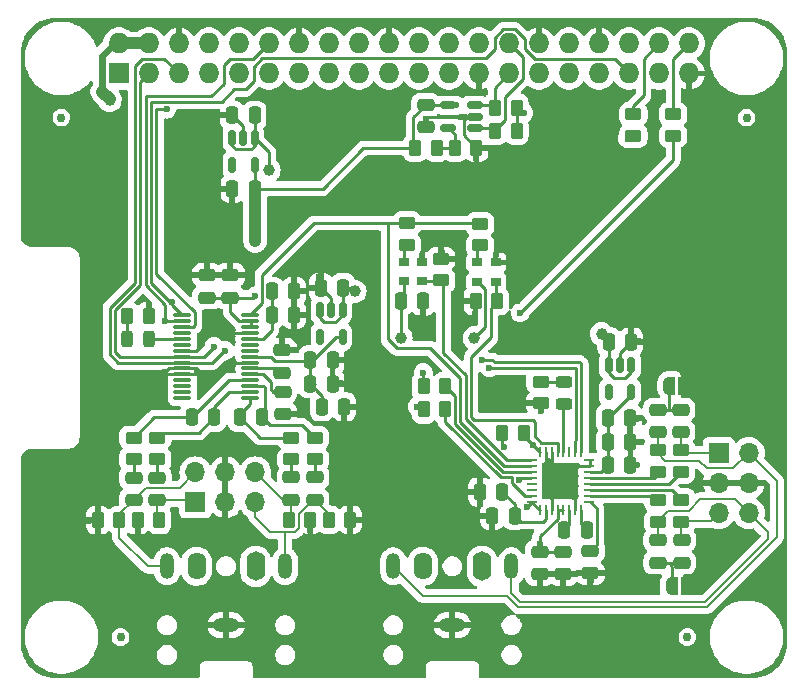
<source format=gbr>
%TF.GenerationSoftware,KiCad,Pcbnew,8.0.4+1*%
%TF.CreationDate,2024-10-16T16:53:17+00:00*%
%TF.ProjectId,pedalboard-soundcard,70656461-6c62-46f6-9172-642d736f756e,1.0.0*%
%TF.SameCoordinates,Original*%
%TF.FileFunction,Copper,L1,Top*%
%TF.FilePolarity,Positive*%
%FSLAX46Y46*%
G04 Gerber Fmt 4.6, Leading zero omitted, Abs format (unit mm)*
G04 Created by KiCad (PCBNEW 8.0.4+1) date 2024-10-16 16:53:17*
%MOMM*%
%LPD*%
G01*
G04 APERTURE LIST*
G04 Aperture macros list*
%AMRoundRect*
0 Rectangle with rounded corners*
0 $1 Rounding radius*
0 $2 $3 $4 $5 $6 $7 $8 $9 X,Y pos of 4 corners*
0 Add a 4 corners polygon primitive as box body*
4,1,4,$2,$3,$4,$5,$6,$7,$8,$9,$2,$3,0*
0 Add four circle primitives for the rounded corners*
1,1,$1+$1,$2,$3*
1,1,$1+$1,$4,$5*
1,1,$1+$1,$6,$7*
1,1,$1+$1,$8,$9*
0 Add four rect primitives between the rounded corners*
20,1,$1+$1,$2,$3,$4,$5,0*
20,1,$1+$1,$4,$5,$6,$7,0*
20,1,$1+$1,$6,$7,$8,$9,0*
20,1,$1+$1,$8,$9,$2,$3,0*%
%AMFreePoly0*
4,1,19,0.500000,-0.750000,0.000000,-0.750000,0.000000,-0.744911,-0.071157,-0.744911,-0.207708,-0.704816,-0.327430,-0.627875,-0.420627,-0.520320,-0.479746,-0.390866,-0.500000,-0.250000,-0.500000,0.250000,-0.479746,0.390866,-0.420627,0.520320,-0.327430,0.627875,-0.207708,0.704816,-0.071157,0.744911,0.000000,0.744911,0.000000,0.750000,0.500000,0.750000,0.500000,-0.750000,0.500000,-0.750000,
$1*%
%AMFreePoly1*
4,1,19,0.000000,0.744911,0.071157,0.744911,0.207708,0.704816,0.327430,0.627875,0.420627,0.520320,0.479746,0.390866,0.500000,0.250000,0.500000,-0.250000,0.479746,-0.390866,0.420627,-0.520320,0.327430,-0.627875,0.207708,-0.704816,0.071157,-0.744911,0.000000,-0.744911,0.000000,-0.750000,-0.500000,-0.750000,-0.500000,0.750000,0.000000,0.750000,0.000000,0.744911,0.000000,0.744911,
$1*%
G04 Aperture macros list end*
%TA.AperFunction,ComponentPad*%
%ADD10R,1.727200X1.727200*%
%TD*%
%TA.AperFunction,ComponentPad*%
%ADD11O,1.727200X1.727200*%
%TD*%
%TA.AperFunction,SMDPad,CuDef*%
%ADD12FreePoly0,180.000000*%
%TD*%
%TA.AperFunction,SMDPad,CuDef*%
%ADD13FreePoly1,180.000000*%
%TD*%
%TA.AperFunction,SMDPad,CuDef*%
%ADD14RoundRect,0.250000X-0.262500X-0.450000X0.262500X-0.450000X0.262500X0.450000X-0.262500X0.450000X0*%
%TD*%
%TA.AperFunction,SMDPad,CuDef*%
%ADD15RoundRect,0.250000X0.450000X-0.262500X0.450000X0.262500X-0.450000X0.262500X-0.450000X-0.262500X0*%
%TD*%
%TA.AperFunction,SMDPad,CuDef*%
%ADD16RoundRect,0.250000X-0.475000X0.250000X-0.475000X-0.250000X0.475000X-0.250000X0.475000X0.250000X0*%
%TD*%
%TA.AperFunction,SMDPad,CuDef*%
%ADD17R,0.850000X0.650000*%
%TD*%
%TA.AperFunction,SMDPad,CuDef*%
%ADD18C,0.750000*%
%TD*%
%TA.AperFunction,SMDPad,CuDef*%
%ADD19RoundRect,0.150000X-0.150000X0.512500X-0.150000X-0.512500X0.150000X-0.512500X0.150000X0.512500X0*%
%TD*%
%TA.AperFunction,SMDPad,CuDef*%
%ADD20RoundRect,0.250000X-0.450000X0.262500X-0.450000X-0.262500X0.450000X-0.262500X0.450000X0.262500X0*%
%TD*%
%TA.AperFunction,SMDPad,CuDef*%
%ADD21RoundRect,0.250000X0.475000X-0.250000X0.475000X0.250000X-0.475000X0.250000X-0.475000X-0.250000X0*%
%TD*%
%TA.AperFunction,SMDPad,CuDef*%
%ADD22RoundRect,0.250000X-0.250000X-0.475000X0.250000X-0.475000X0.250000X0.475000X-0.250000X0.475000X0*%
%TD*%
%TA.AperFunction,SMDPad,CuDef*%
%ADD23RoundRect,0.243750X-0.456250X0.243750X-0.456250X-0.243750X0.456250X-0.243750X0.456250X0.243750X0*%
%TD*%
%TA.AperFunction,SMDPad,CuDef*%
%ADD24RoundRect,0.250000X0.262500X0.450000X-0.262500X0.450000X-0.262500X-0.450000X0.262500X-0.450000X0*%
%TD*%
%TA.AperFunction,SMDPad,CuDef*%
%ADD25RoundRect,0.250000X0.250000X0.475000X-0.250000X0.475000X-0.250000X-0.475000X0.250000X-0.475000X0*%
%TD*%
%TA.AperFunction,ComponentPad*%
%ADD26O,1.200000X2.200000*%
%TD*%
%TA.AperFunction,ComponentPad*%
%ADD27O,1.600000X2.300000*%
%TD*%
%TA.AperFunction,ComponentPad*%
%ADD28O,2.200000X1.200000*%
%TD*%
%TA.AperFunction,ComponentPad*%
%ADD29O,1.600000X2.500000*%
%TD*%
%TA.AperFunction,SMDPad,CuDef*%
%ADD30RoundRect,0.243750X-0.243750X-0.456250X0.243750X-0.456250X0.243750X0.456250X-0.243750X0.456250X0*%
%TD*%
%TA.AperFunction,SMDPad,CuDef*%
%ADD31RoundRect,0.062500X0.062500X-0.375000X0.062500X0.375000X-0.062500X0.375000X-0.062500X-0.375000X0*%
%TD*%
%TA.AperFunction,SMDPad,CuDef*%
%ADD32RoundRect,0.062500X0.375000X-0.062500X0.375000X0.062500X-0.375000X0.062500X-0.375000X-0.062500X0*%
%TD*%
%TA.AperFunction,ComponentPad*%
%ADD33C,0.500000*%
%TD*%
%TA.AperFunction,SMDPad,CuDef*%
%ADD34R,3.100000X3.100000*%
%TD*%
%TA.AperFunction,SMDPad,CuDef*%
%ADD35RoundRect,0.075000X0.662500X0.075000X-0.662500X0.075000X-0.662500X-0.075000X0.662500X-0.075000X0*%
%TD*%
%TA.AperFunction,SMDPad,CuDef*%
%ADD36RoundRect,0.150000X0.512500X0.150000X-0.512500X0.150000X-0.512500X-0.150000X0.512500X-0.150000X0*%
%TD*%
%TA.AperFunction,ComponentPad*%
%ADD37R,1.700000X1.700000*%
%TD*%
%TA.AperFunction,ComponentPad*%
%ADD38O,1.700000X1.700000*%
%TD*%
%TA.AperFunction,ViaPad*%
%ADD39C,0.600000*%
%TD*%
%TA.AperFunction,ViaPad*%
%ADD40C,1.000000*%
%TD*%
%TA.AperFunction,Conductor*%
%ADD41C,0.250000*%
%TD*%
%TA.AperFunction,Conductor*%
%ADD42C,0.010000*%
%TD*%
%TA.AperFunction,Conductor*%
%ADD43C,1.000000*%
%TD*%
%TA.AperFunction,Conductor*%
%ADD44C,0.200000*%
%TD*%
%TA.AperFunction,Conductor*%
%ADD45C,0.500000*%
%TD*%
%TA.AperFunction,Conductor*%
%ADD46C,0.600000*%
%TD*%
G04 APERTURE END LIST*
D10*
%TO.P,J1,1,3.3V*%
%TO.N,unconnected-(J1-3.3V-Pad1)*%
X56870000Y-57270000D03*
D11*
%TO.P,J1,2,5V*%
%TO.N,+5V*%
X56870000Y-54730000D03*
%TO.P,J1,3,BCM2_SDA*%
%TO.N,sda*%
X59410000Y-57270000D03*
%TO.P,J1,4,5V*%
%TO.N,+5V*%
X59410000Y-54730000D03*
%TO.P,J1,5,BCM3_SCL*%
%TO.N,scl*%
X61950000Y-57270000D03*
%TO.P,J1,6,GND*%
%TO.N,GND*%
X61950000Y-54730000D03*
%TO.P,J1,7,BCM4_GPCLK0*%
%TO.N,unconnected-(J1-BCM4_GPCLK0-Pad7)*%
X64490000Y-57270000D03*
%TO.P,J1,8,BCM14_TXD*%
%TO.N,unconnected-(J1-BCM14_TXD-Pad8)*%
X64490000Y-54730000D03*
%TO.P,J1,9,GND*%
%TO.N,GND*%
X67030000Y-57270000D03*
%TO.P,J1,10,BCM15_RXD*%
%TO.N,unconnected-(J1-BCM15_RXD-Pad10)*%
X67030000Y-54730000D03*
%TO.P,J1,11,BCM17*%
%TO.N,unconnected-(J1-BCM17-Pad11)*%
X69570000Y-57270000D03*
%TO.P,J1,12,BCM18_PCM_C*%
%TO.N,pcm_clk*%
X69570000Y-54730000D03*
%TO.P,J1,13,BCM27*%
%TO.N,unconnected-(J1-BCM27-Pad13)*%
X72110000Y-57270000D03*
%TO.P,J1,14,GND*%
%TO.N,GND*%
X72110000Y-54730000D03*
%TO.P,J1,15,BCM22*%
%TO.N,unconnected-(J1-BCM22-Pad15)*%
X74650000Y-57270000D03*
%TO.P,J1,16,BCM23*%
%TO.N,unconnected-(J1-BCM23-Pad16)*%
X74650000Y-54730000D03*
%TO.P,J1,17,3.3V*%
%TO.N,unconnected-(J1-3.3V-Pad17)*%
X77190000Y-57270000D03*
%TO.P,J1,18,BCM24*%
%TO.N,unconnected-(J1-BCM24-Pad18)*%
X77190000Y-54730000D03*
%TO.P,J1,19,BCM10_MOSI*%
%TO.N,unconnected-(J1-BCM10_MOSI-Pad19)*%
X79730000Y-57270000D03*
%TO.P,J1,20,GND*%
%TO.N,GND*%
X79730000Y-54730000D03*
%TO.P,J1,21,BCM9_MISO*%
%TO.N,unconnected-(J1-BCM9_MISO-Pad21)*%
X82270000Y-57270000D03*
%TO.P,J1,22,BCM25*%
%TO.N,unconnected-(J1-BCM25-Pad22)*%
X82270000Y-54730000D03*
%TO.P,J1,23,BCM11_SCLK*%
%TO.N,unconnected-(J1-BCM11_SCLK-Pad23)*%
X84810000Y-57270000D03*
%TO.P,J1,24,BCM8_CE0*%
%TO.N,unconnected-(J1-BCM8_CE0-Pad24)*%
X84810000Y-54730000D03*
%TO.P,J1,25,GND*%
%TO.N,GND*%
X87350000Y-57270000D03*
%TO.P,J1,26,BCM7_CE1*%
%TO.N,unconnected-(J1-BCM7_CE1-Pad26)*%
X87350000Y-54730000D03*
%TO.P,J1,27,BCM0_ID_SD*%
%TO.N,/ID_SD*%
X89890000Y-57270000D03*
%TO.P,J1,28,BCM1_ID_SC*%
%TO.N,/ID_SC*%
X89890000Y-54730000D03*
%TO.P,J1,29,BCM5*%
%TO.N,unconnected-(J1-BCM5-Pad29)*%
X92430000Y-57270000D03*
%TO.P,J1,30,GND*%
%TO.N,GND*%
X92430000Y-54730000D03*
%TO.P,J1,31,BCM6*%
%TO.N,unconnected-(J1-BCM6-Pad31)*%
X94970000Y-57270000D03*
%TO.P,J1,32,BCM12_PWM0*%
%TO.N,unconnected-(J1-BCM12_PWM0-Pad32)*%
X94970000Y-54730000D03*
%TO.P,J1,33,BCM13_PWM1*%
%TO.N,unconnected-(J1-BCM13_PWM1-Pad33)*%
X97510000Y-57270000D03*
%TO.P,J1,34,GND*%
%TO.N,GND*%
X97510000Y-54730000D03*
%TO.P,J1,35,BCM19_MISO_PCM_FS*%
%TO.N,pcm_fs*%
X100050000Y-57270000D03*
%TO.P,J1,36,BCM16*%
%TO.N,unconnected-(J1-BCM16-Pad36)*%
X100050000Y-54730000D03*
%TO.P,J1,37,BCM26*%
%TO.N,unconnected-(J1-BCM26-Pad37)*%
X102590000Y-57270000D03*
%TO.P,J1,38,BCM20_MOSI_PCM_DI*%
%TO.N,DOUT*%
X102590000Y-54730000D03*
%TO.P,J1,39,GND*%
%TO.N,GND*%
X105130000Y-57270000D03*
%TO.P,J1,40,BCM21_SCLK_PCM_DO*%
%TO.N,Net-(J1-BCM21_SCLK_PCM_DO)*%
X105130000Y-54730000D03*
%TD*%
D12*
%TO.P,JP1,1,A*%
%TO.N,GND*%
X104950000Y-100700000D03*
D13*
%TO.P,JP1,2,B*%
%TO.N,Net-(JP1-B)*%
X103650000Y-100700000D03*
%TD*%
D14*
%TO.P,R7,1*%
%TO.N,Net-(U1-WP)*%
X85312500Y-63575000D03*
%TO.P,R7,2*%
%TO.N,GND*%
X87137500Y-63575000D03*
%TD*%
D15*
%TO.P,R25,1*%
%TO.N,Net-(U6-GPIO6)*%
X84150000Y-74792500D03*
%TO.P,R25,2*%
%TO.N,GND*%
X84150000Y-72967500D03*
%TD*%
D16*
%TO.P,C21,1*%
%TO.N,/DAC/outl+*%
X102500000Y-96780000D03*
%TO.P,C21,2*%
%TO.N,Net-(JP1-B)*%
X102500000Y-98680000D03*
%TD*%
D17*
%TO.P,X1,1,Tri-State*%
%TO.N,Net-(U6-GPIO6)*%
X82525000Y-74875000D03*
%TO.P,X1,2,GND*%
%TO.N,GND*%
X82525000Y-73225000D03*
%TO.P,X1,3,OUT*%
%TO.N,Net-(X1-OUT)*%
X80975000Y-73225000D03*
%TO.P,X1,4,VDD*%
%TO.N,VDD*%
X80975000Y-74875000D03*
%TD*%
D18*
%TO.P,FID4,*%
%TO.N,*%
X57000000Y-105000000D03*
%TD*%
D19*
%TO.P,U2,1,VIN*%
%TO.N,+5V*%
X68350000Y-62712500D03*
%TO.P,U2,2,GND*%
%TO.N,GND*%
X67400000Y-62712500D03*
%TO.P,U2,3,EN*%
%TO.N,+5V*%
X66450000Y-62712500D03*
%TO.P,U2,4,NC*%
%TO.N,unconnected-(U2-NC-Pad4)*%
X66450000Y-64987500D03*
%TO.P,U2,5,VOUT*%
%TO.N,VDD*%
X68350000Y-64987500D03*
%TD*%
D20*
%TO.P,R16,1*%
%TO.N,Net-(U6-OUTLP)*%
X102525000Y-93392500D03*
%TO.P,R16,2*%
%TO.N,/DAC/outl+*%
X102525000Y-95217500D03*
%TD*%
D16*
%TO.P,C3,1*%
%TO.N,Net-(C3-Pad1)*%
X60100000Y-91480000D03*
%TO.P,C3,2*%
%TO.N,/ADC/inr-*%
X60100000Y-93380000D03*
%TD*%
D21*
%TO.P,C16,1*%
%TO.N,VDD*%
X66300000Y-76250000D03*
%TO.P,C16,2*%
%TO.N,GND*%
X66300000Y-74350000D03*
%TD*%
D22*
%TO.P,C32,1*%
%TO.N,VDD*%
X80725000Y-76540000D03*
%TO.P,C32,2*%
%TO.N,GND*%
X82625000Y-76540000D03*
%TD*%
D14*
%TO.P,R5,1*%
%TO.N,/ID_SC*%
X88712500Y-62100000D03*
%TO.P,R5,2*%
%TO.N,VDD*%
X90537500Y-62100000D03*
%TD*%
%TO.P,R10,1*%
%TO.N,VDD*%
X81937500Y-63575000D03*
%TO.P,R10,2*%
%TO.N,Net-(U1-WP)*%
X83762500Y-63575000D03*
%TD*%
D17*
%TO.P,X2,1,Tri-State*%
%TO.N,Net-(U6-GPIO3)*%
X88750000Y-74925000D03*
%TO.P,X2,2,GND*%
%TO.N,GND*%
X88750000Y-73275000D03*
%TO.P,X2,3,OUT*%
%TO.N,Net-(X2-OUT)*%
X87200000Y-73275000D03*
%TO.P,X2,4,VDD*%
%TO.N,VDD*%
X87200000Y-74925000D03*
%TD*%
D23*
%TO.P,D2,1,K*%
%TO.N,Net-(D2-K)*%
X94510000Y-83362500D03*
%TO.P,D2,2,A*%
%TO.N,Net-(D2-A)*%
X94510000Y-85237500D03*
%TD*%
D21*
%TO.P,C14,1*%
%TO.N,GND*%
X70725000Y-86100000D03*
%TO.P,C14,2*%
%TO.N,micbias*%
X70725000Y-84200000D03*
%TD*%
D22*
%TO.P,C28,1*%
%TO.N,GND*%
X87420000Y-92710000D03*
%TO.P,C28,2*%
%TO.N,Net-(U6-LDOO)*%
X89320000Y-92710000D03*
%TD*%
%TO.P,C11,1*%
%TO.N,Net-(U4-LDO)*%
X69800000Y-77700000D03*
%TO.P,C11,2*%
%TO.N,GND*%
X71700000Y-77700000D03*
%TD*%
D16*
%TO.P,C4,1*%
%TO.N,Net-(C4-Pad1)*%
X71475000Y-91460000D03*
%TO.P,C4,2*%
%TO.N,/ADC/inl-*%
X71475000Y-93360000D03*
%TD*%
D24*
%TO.P,R11,1*%
%TO.N,GND*%
X73082500Y-95060000D03*
%TO.P,R11,2*%
%TO.N,/ADC/inl-*%
X71257500Y-95060000D03*
%TD*%
D16*
%TO.P,C7,1*%
%TO.N,Net-(C7-Pad1)*%
X73450000Y-91460000D03*
%TO.P,C7,2*%
%TO.N,/ADC/inl+*%
X73450000Y-93360000D03*
%TD*%
D18*
%TO.P,FID1,*%
%TO.N,*%
X52000000Y-61000000D03*
%TD*%
D21*
%TO.P,C24,1*%
%TO.N,GND*%
X94475000Y-99650000D03*
%TO.P,C24,2*%
%TO.N,VDD*%
X94475000Y-97750000D03*
%TD*%
D18*
%TO.P,FID2,*%
%TO.N,*%
X110000000Y-61000000D03*
%TD*%
D25*
%TO.P,C6,1*%
%TO.N,VDD*%
X68375000Y-67025000D03*
%TO.P,C6,2*%
%TO.N,GND*%
X66475000Y-67025000D03*
%TD*%
D15*
%TO.P,R19,1*%
%TO.N,Net-(U6-OUTRP)*%
X102475000Y-90990000D03*
%TO.P,R19,2*%
%TO.N,/DAC/outr+*%
X102475000Y-89165000D03*
%TD*%
D22*
%TO.P,C23,1*%
%TO.N,GND*%
X88470000Y-94720000D03*
%TO.P,C23,2*%
%TO.N,Net-(U6-LDOO)*%
X90370000Y-94720000D03*
%TD*%
D20*
%TO.P,R12,1*%
%TO.N,Net-(U4-VINL2{slash}VIN1M)*%
X71475000Y-88117500D03*
%TO.P,R12,2*%
%TO.N,Net-(C4-Pad1)*%
X71475000Y-89942500D03*
%TD*%
D22*
%TO.P,C9,1*%
%TO.N,VDDF*%
X73050000Y-81525000D03*
%TO.P,C9,2*%
%TO.N,GND*%
X74950000Y-81525000D03*
%TD*%
D26*
%TO.P,J4,R*%
%TO.N,/ADC/inr+*%
X60940000Y-99000000D03*
D27*
%TO.P,J4,RN*%
%TO.N,unconnected-(J4-PadRN)*%
X63440000Y-99000000D03*
D28*
%TO.P,J4,S*%
%TO.N,GND*%
X65940000Y-104000000D03*
D26*
%TO.P,J4,T*%
%TO.N,/ADC/inl+*%
X70940000Y-99000000D03*
D29*
%TO.P,J4,TN*%
%TO.N,unconnected-(J4-PadTN)*%
X68440000Y-99000000D03*
%TD*%
D24*
%TO.P,R13,1*%
%TO.N,GND*%
X76452500Y-95060000D03*
%TO.P,R13,2*%
%TO.N,/ADC/inl+*%
X74627500Y-95060000D03*
%TD*%
D21*
%TO.P,C26,1*%
%TO.N,/DAC/outr+*%
X102480000Y-87642500D03*
%TO.P,C26,2*%
%TO.N,Net-(JP2-B)*%
X102480000Y-85742500D03*
%TD*%
D14*
%TO.P,R1,1*%
%TO.N,Net-(D1-K)*%
X57567500Y-77825000D03*
%TO.P,R1,2*%
%TO.N,GND*%
X59392500Y-77825000D03*
%TD*%
D25*
%TO.P,C5,1*%
%TO.N,+5V*%
X68350000Y-60820000D03*
%TO.P,C5,2*%
%TO.N,GND*%
X66450000Y-60820000D03*
%TD*%
D16*
%TO.P,C13,1*%
%TO.N,GND*%
X70700000Y-80700000D03*
%TO.P,C13,2*%
%TO.N,Net-(U4-VREF)*%
X70700000Y-82600000D03*
%TD*%
D15*
%TO.P,R15,1*%
%TO.N,DIN*%
X103790000Y-62552500D03*
%TO.P,R15,2*%
%TO.N,Net-(J1-BCM21_SCLK_PCM_DO)*%
X103790000Y-60727500D03*
%TD*%
D22*
%TO.P,C15,1*%
%TO.N,Net-(U4-LDO)*%
X69800000Y-75725000D03*
%TO.P,C15,2*%
%TO.N,GND*%
X71700000Y-75725000D03*
%TD*%
D25*
%TO.P,C30,1*%
%TO.N,GND*%
X100150000Y-86475000D03*
%TO.P,C30,2*%
%TO.N,VDDA*%
X98250000Y-86475000D03*
%TD*%
D21*
%TO.P,C25,1*%
%TO.N,/DAC/outr-*%
X104440000Y-87627500D03*
%TO.P,C25,2*%
%TO.N,Net-(JP2-B)*%
X104440000Y-85727500D03*
%TD*%
D24*
%TO.P,R23,1*%
%TO.N,Net-(U6-GPIO3)*%
X88887500Y-76550000D03*
%TO.P,R23,2*%
%TO.N,GND*%
X87062500Y-76550000D03*
%TD*%
D25*
%TO.P,C31,1*%
%TO.N,Net-(U6-CAPM)*%
X96475000Y-95960000D03*
%TO.P,C31,2*%
%TO.N,Net-(U6-CAPP)*%
X94575000Y-95960000D03*
%TD*%
D30*
%TO.P,D1,1,K*%
%TO.N,Net-(D1-K)*%
X57567500Y-79750000D03*
%TO.P,D1,2,A*%
%TO.N,Net-(D1-A)*%
X59442500Y-79750000D03*
%TD*%
D31*
%TO.P,U6,1,XSMT*%
%TO.N,Net-(U6-ADR1)*%
X92500000Y-94214500D03*
%TO.P,U6,2,LDOO*%
%TO.N,Net-(U6-LDOO)*%
X93000000Y-94214500D03*
%TO.P,U6,3,DGND*%
%TO.N,GND*%
X93500000Y-94214500D03*
%TO.P,U6,4,DVDD*%
%TO.N,VDD*%
X94000000Y-94214500D03*
%TO.P,U6,5,CPVDD*%
X94500000Y-94214500D03*
%TO.P,U6,6,CAPP*%
%TO.N,Net-(U6-CAPP)*%
X95000000Y-94214500D03*
%TO.P,U6,7,CPGND*%
%TO.N,GND*%
X95500000Y-94214500D03*
%TO.P,U6,8,CAPM*%
%TO.N,Net-(U6-CAPM)*%
X96000000Y-94214500D03*
D32*
%TO.P,U6,9,VNEG*%
%TO.N,Net-(U6-VNEG)*%
X96687500Y-93527000D03*
%TO.P,U6,10,OUTLP*%
%TO.N,Net-(U6-OUTLP)*%
X96687500Y-93027000D03*
%TO.P,U6,11,OUTLN*%
%TO.N,Net-(U6-OUTLN)*%
X96687500Y-92527000D03*
%TO.P,U6,12,OUTRN*%
%TO.N,Net-(U6-OUTRN)*%
X96687500Y-92027000D03*
%TO.P,U6,13,OUTRP*%
%TO.N,Net-(U6-OUTRP)*%
X96687500Y-91527000D03*
%TO.P,U6,14,AVDD*%
%TO.N,VDDA*%
X96687500Y-91027000D03*
%TO.P,U6,15,AGND*%
%TO.N,GND*%
X96687500Y-90527000D03*
%TO.P,U6,16,VCOM*%
X96687500Y-90027000D03*
D31*
%TO.P,U6,17,SDA*%
%TO.N,sda*%
X96000000Y-89339500D03*
%TO.P,U6,18,SCL*%
%TO.N,scl*%
X95500000Y-89339500D03*
%TO.P,U6,19,GPIO5*%
%TO.N,unconnected-(U6-GPIO5-Pad19)*%
X95000000Y-89339500D03*
%TO.P,U6,20,GPIO4*%
%TO.N,Net-(D2-A)*%
X94500000Y-89339500D03*
%TO.P,U6,21,GPIO3*%
%TO.N,Net-(U6-GPIO3)*%
X94000000Y-89339500D03*
%TO.P,U6,22,ADR2*%
%TO.N,GND*%
X93500000Y-89339500D03*
%TO.P,U6,23,MODE1*%
X93000000Y-89339500D03*
%TO.P,U6,24,MODE2*%
%TO.N,Net-(U6-ADR1)*%
X92500000Y-89339500D03*
D32*
%TO.P,U6,25,GPIO6*%
%TO.N,Net-(U6-GPIO6)*%
X91812500Y-90027000D03*
%TO.P,U6,26,SCK*%
%TO.N,master_clk*%
X91812500Y-90527000D03*
%TO.P,U6,27,BCK*%
%TO.N,Net-(U6-BCK)*%
X91812500Y-91027000D03*
%TO.P,U6,28,DIN*%
%TO.N,DIN*%
X91812500Y-91527000D03*
%TO.P,U6,29,NC*%
%TO.N,unconnected-(U6-NC-Pad29)*%
X91812500Y-92027000D03*
%TO.P,U6,30,NC*%
%TO.N,unconnected-(U6-NC-Pad30)*%
X91812500Y-92527000D03*
%TO.P,U6,31,LRCK*%
%TO.N,Net-(U6-LRCK)*%
X91812500Y-93027000D03*
%TO.P,U6,32,ADR1*%
%TO.N,Net-(U6-ADR1)*%
X91812500Y-93527000D03*
D33*
%TO.P,U6,33,EPAD*%
%TO.N,GND*%
X92950000Y-93077000D03*
X93816667Y-93077000D03*
X94683333Y-93077000D03*
X95550000Y-93077000D03*
X92950000Y-92210333D03*
X93816667Y-92210333D03*
X94683333Y-92210333D03*
X95550000Y-92210333D03*
D34*
X94250000Y-91777000D03*
D33*
X92950000Y-91343667D03*
X93816667Y-91343667D03*
X94683333Y-91343667D03*
X95550000Y-91343667D03*
X92950000Y-90477000D03*
X93816667Y-90477000D03*
X94683333Y-90477000D03*
X95550000Y-90477000D03*
%TD*%
D19*
%TO.P,U5,1,VIN*%
%TO.N,+5V*%
X100250000Y-81987500D03*
%TO.P,U5,2,GND*%
%TO.N,GND*%
X99300000Y-81987500D03*
%TO.P,U5,3,EN*%
%TO.N,+5V*%
X98350000Y-81987500D03*
%TO.P,U5,4,NC*%
%TO.N,unconnected-(U5-NC-Pad4)*%
X98350000Y-84262500D03*
%TO.P,U5,5,VOUT*%
%TO.N,VDDA*%
X100250000Y-84262500D03*
%TD*%
D25*
%TO.P,C8,1*%
%TO.N,+5V*%
X75850000Y-75400000D03*
%TO.P,C8,2*%
%TO.N,GND*%
X73950000Y-75400000D03*
%TD*%
D14*
%TO.P,R21,1*%
%TO.N,pcm_fs*%
X82667500Y-85720000D03*
%TO.P,R21,2*%
%TO.N,Net-(U6-LRCK)*%
X84492500Y-85720000D03*
%TD*%
D12*
%TO.P,JP2,1,A*%
%TO.N,GND*%
X104750000Y-83700000D03*
D13*
%TO.P,JP2,2,B*%
%TO.N,Net-(JP2-B)*%
X103450000Y-83700000D03*
%TD*%
D20*
%TO.P,R8,1*%
%TO.N,Net-(U4-VINR2{slash}VIN2M)*%
X60100000Y-88097500D03*
%TO.P,R8,2*%
%TO.N,Net-(C3-Pad1)*%
X60100000Y-89922500D03*
%TD*%
%TO.P,R14,1*%
%TO.N,Net-(U4-VINL1{slash}VIN1P)*%
X73450000Y-88117500D03*
%TO.P,R14,2*%
%TO.N,Net-(C7-Pad1)*%
X73450000Y-89942500D03*
%TD*%
D22*
%TO.P,C34,1*%
%TO.N,Net-(U4-VINR1{slash}VIN2P)*%
X63040000Y-86380000D03*
%TO.P,C34,2*%
%TO.N,Net-(U4-VINR2{slash}VIN2M)*%
X64940000Y-86380000D03*
%TD*%
%TO.P,C12,1*%
%TO.N,VDDA*%
X98275000Y-90450000D03*
%TO.P,C12,2*%
%TO.N,GND*%
X100175000Y-90450000D03*
%TD*%
D16*
%TO.P,C22,1*%
%TO.N,/DAC/outl-*%
X104500000Y-96780000D03*
%TO.P,C22,2*%
%TO.N,Net-(JP1-B)*%
X104500000Y-98680000D03*
%TD*%
D21*
%TO.P,C27,1*%
%TO.N,GND*%
X96770000Y-99590000D03*
%TO.P,C27,2*%
%TO.N,Net-(U6-VNEG)*%
X96770000Y-97690000D03*
%TD*%
D14*
%TO.P,R22,1*%
%TO.N,pcm_clk*%
X82667500Y-83770000D03*
%TO.P,R22,2*%
%TO.N,Net-(U6-BCK)*%
X84492500Y-83770000D03*
%TD*%
D18*
%TO.P,FID3,*%
%TO.N,*%
X105000000Y-105000000D03*
%TD*%
D15*
%TO.P,R18,1*%
%TO.N,Net-(U6-OUTRN)*%
X104440000Y-90990000D03*
%TO.P,R18,2*%
%TO.N,/DAC/outr-*%
X104440000Y-89165000D03*
%TD*%
D22*
%TO.P,C29,1*%
%TO.N,VDDA*%
X98275000Y-88450000D03*
%TO.P,C29,2*%
%TO.N,GND*%
X100175000Y-88450000D03*
%TD*%
D26*
%TO.P,J5,R*%
%TO.N,/DAC/outr+*%
X80100000Y-99000000D03*
D27*
%TO.P,J5,RN*%
%TO.N,unconnected-(J5-PadRN)*%
X82600000Y-99000000D03*
D28*
%TO.P,J5,S*%
%TO.N,GND*%
X85100000Y-104000000D03*
D26*
%TO.P,J5,T*%
%TO.N,/DAC/outl+*%
X90100000Y-99000000D03*
D29*
%TO.P,J5,TN*%
%TO.N,unconnected-(J5-PadTN)*%
X87600000Y-99000000D03*
%TD*%
D35*
%TO.P,U4,1,VINL2/VIN1M*%
%TO.N,Net-(U4-VINL2{slash}VIN1M)*%
X67962500Y-84750000D03*
%TO.P,U4,2,VINR2/VIN2M*%
%TO.N,Net-(U4-VINR2{slash}VIN2M)*%
X67962500Y-84250000D03*
%TO.P,U4,3,VINL1/VIN1P*%
%TO.N,Net-(U4-VINL1{slash}VIN1P)*%
X67962500Y-83750000D03*
%TO.P,U4,4,VINR1/VIN2P*%
%TO.N,Net-(U4-VINR1{slash}VIN2P)*%
X67962500Y-83250000D03*
%TO.P,U4,5,MICBIAS*%
%TO.N,micbias*%
X67962500Y-82750000D03*
%TO.P,U4,6,VREF*%
%TO.N,Net-(U4-VREF)*%
X67962500Y-82250000D03*
%TO.P,U4,7,AGND*%
%TO.N,GND*%
X67962500Y-81750000D03*
%TO.P,U4,8,AVDD*%
%TO.N,VDDF*%
X67962500Y-81250000D03*
%TO.P,U4,9,XO*%
%TO.N,unconnected-(U4-XO-Pad9)*%
X67962500Y-80750000D03*
%TO.P,U4,10,XI*%
%TO.N,unconnected-(U4-XI-Pad10)*%
X67962500Y-80250000D03*
%TO.P,U4,11,LDO*%
%TO.N,Net-(U4-LDO)*%
X67962500Y-79750000D03*
%TO.P,U4,12,DGND*%
%TO.N,GND*%
X67962500Y-79250000D03*
%TO.P,U4,13,DVDD*%
%TO.N,VDD*%
X67962500Y-78750000D03*
%TO.P,U4,14,IOVDD*%
X67962500Y-78250000D03*
%TO.P,U4,15,SCKI*%
%TO.N,master_clk*%
X67962500Y-77750000D03*
%TO.P,U4,16,LRCK*%
%TO.N,pcm_fs*%
X62237500Y-77750000D03*
%TO.P,U4,17,BCK*%
%TO.N,pcm_clk*%
X62237500Y-78250000D03*
%TO.P,U4,18,DOUT*%
%TO.N,Net-(U4-DOUT)*%
X62237500Y-78750000D03*
%TO.P,U4,19,GPIO3/INTC*%
%TO.N,unconnected-(U4-GPIO3{slash}INTC-Pad19)*%
X62237500Y-79250000D03*
%TO.P,U4,20,GPIO2/INTB/DMCLK*%
%TO.N,Net-(D1-A)*%
X62237500Y-79750000D03*
%TO.P,U4,21,GPIO1/INTA/DMIN*%
%TO.N,unconnected-(U4-GPIO1{slash}INTA{slash}DMIN-Pad21)*%
X62237500Y-80250000D03*
%TO.P,U4,22,MISO/GPIO0/DMIN2*%
%TO.N,GND*%
X62237500Y-80750000D03*
%TO.P,U4,23,MOSI/SDA*%
%TO.N,sda*%
X62237500Y-81250000D03*
%TO.P,U4,24,MC/SCL*%
%TO.N,scl*%
X62237500Y-81750000D03*
%TO.P,U4,25,MS/AD*%
%TO.N,GND*%
X62237500Y-82250000D03*
%TO.P,U4,26,MD0*%
X62237500Y-82750000D03*
%TO.P,U4,27,VINL4/VIN4M*%
%TO.N,unconnected-(U4-VINL4{slash}VIN4M-Pad27)*%
X62237500Y-83250000D03*
%TO.P,U4,28,VINR4/VIN3M*%
%TO.N,unconnected-(U4-VINR4{slash}VIN3M-Pad28)*%
X62237500Y-83750000D03*
%TO.P,U4,29,VINL3/VIN4P*%
%TO.N,unconnected-(U4-VINL3{slash}VIN4P-Pad29)*%
X62237500Y-84250000D03*
%TO.P,U4,30,VINR3/VIN3P*%
%TO.N,unconnected-(U4-VINR3{slash}VIN3P-Pad30)*%
X62237500Y-84750000D03*
%TD*%
D19*
%TO.P,U3,1,VIN*%
%TO.N,+5V*%
X75800000Y-77312500D03*
%TO.P,U3,2,GND*%
%TO.N,GND*%
X74850000Y-77312500D03*
%TO.P,U3,3,EN*%
%TO.N,+5V*%
X73900000Y-77312500D03*
%TO.P,U3,4,NC*%
%TO.N,unconnected-(U3-NC-Pad4)*%
X73900000Y-79587500D03*
%TO.P,U3,5,VOUT*%
%TO.N,VDDF*%
X75800000Y-79587500D03*
%TD*%
D15*
%TO.P,R26,1*%
%TO.N,Net-(X1-OUT)*%
X81250000Y-71782500D03*
%TO.P,R26,2*%
%TO.N,master_clk*%
X81250000Y-69957500D03*
%TD*%
D21*
%TO.P,C1,1*%
%TO.N,GND*%
X82850000Y-61825000D03*
%TO.P,C1,2*%
%TO.N,VDD*%
X82850000Y-59925000D03*
%TD*%
D25*
%TO.P,C33,1*%
%TO.N,Net-(U4-VINL1{slash}VIN1P)*%
X68990000Y-86390000D03*
%TO.P,C33,2*%
%TO.N,Net-(U4-VINL2{slash}VIN1M)*%
X67090000Y-86390000D03*
%TD*%
D20*
%TO.P,R3,1*%
%TO.N,Net-(U4-VINR1{slash}VIN2P)*%
X58100000Y-88097500D03*
%TO.P,R3,2*%
%TO.N,Net-(C2-Pad1)*%
X58100000Y-89922500D03*
%TD*%
D15*
%TO.P,R27,1*%
%TO.N,Net-(X2-OUT)*%
X87450000Y-71832500D03*
%TO.P,R27,2*%
%TO.N,master_clk*%
X87450000Y-70007500D03*
%TD*%
D21*
%TO.P,C20,1*%
%TO.N,GND*%
X92500000Y-99650000D03*
%TO.P,C20,2*%
%TO.N,VDD*%
X92500000Y-97750000D03*
%TD*%
D20*
%TO.P,R17,1*%
%TO.N,Net-(U6-OUTLN)*%
X104475000Y-93392500D03*
%TO.P,R17,2*%
%TO.N,/DAC/outl-*%
X104475000Y-95217500D03*
%TD*%
D15*
%TO.P,R24,1*%
%TO.N,GND*%
X92560000Y-85182500D03*
%TO.P,R24,2*%
%TO.N,Net-(D2-K)*%
X92560000Y-83357500D03*
%TD*%
D22*
%TO.P,C10,1*%
%TO.N,+5V*%
X98350000Y-80000000D03*
%TO.P,C10,2*%
%TO.N,GND*%
X100250000Y-80000000D03*
%TD*%
D24*
%TO.P,R20,1*%
%TO.N,Net-(U6-ADR1)*%
X91137500Y-87700000D03*
%TO.P,R20,2*%
%TO.N,VDD*%
X89312500Y-87700000D03*
%TD*%
D14*
%TO.P,R9,1*%
%TO.N,GND*%
X58457500Y-95090000D03*
%TO.P,R9,2*%
%TO.N,/ADC/inr-*%
X60282500Y-95090000D03*
%TD*%
D22*
%TO.P,C18,1*%
%TO.N,VDDF*%
X74050000Y-85500000D03*
%TO.P,C18,2*%
%TO.N,GND*%
X75950000Y-85500000D03*
%TD*%
D14*
%TO.P,R6,1*%
%TO.N,/ID_SD*%
X88712500Y-60175000D03*
%TO.P,R6,2*%
%TO.N,VDD*%
X90537500Y-60175000D03*
%TD*%
D15*
%TO.P,R2,1*%
%TO.N,Net-(U4-DOUT)*%
X100420000Y-62542500D03*
%TO.P,R2,2*%
%TO.N,DOUT*%
X100420000Y-60717500D03*
%TD*%
D22*
%TO.P,C19,1*%
%TO.N,VDDF*%
X73050000Y-83525000D03*
%TO.P,C19,2*%
%TO.N,GND*%
X74950000Y-83525000D03*
%TD*%
D16*
%TO.P,C2,1*%
%TO.N,Net-(C2-Pad1)*%
X58100000Y-91480000D03*
%TO.P,C2,2*%
%TO.N,/ADC/inr+*%
X58100000Y-93380000D03*
%TD*%
D14*
%TO.P,R4,1*%
%TO.N,GND*%
X55087500Y-95090000D03*
%TO.P,R4,2*%
%TO.N,/ADC/inr+*%
X56912500Y-95090000D03*
%TD*%
D36*
%TO.P,U1,1,SCL*%
%TO.N,/ID_SC*%
X87027500Y-61870000D03*
%TO.P,U1,2,GND*%
%TO.N,GND*%
X87027500Y-60920000D03*
%TO.P,U1,3,SDA*%
%TO.N,/ID_SD*%
X87027500Y-59970000D03*
%TO.P,U1,4,VCC*%
%TO.N,VDD*%
X84752500Y-59970000D03*
%TO.P,U1,5,WP*%
%TO.N,Net-(U1-WP)*%
X84752500Y-61870000D03*
%TD*%
D21*
%TO.P,C17,1*%
%TO.N,VDD*%
X64300000Y-76250000D03*
%TO.P,C17,2*%
%TO.N,GND*%
X64300000Y-74350000D03*
%TD*%
D37*
%TO.P,J3,1,Pin_1*%
%TO.N,/ADC/inr-*%
X63340000Y-93580000D03*
D38*
%TO.P,J3,2,Pin_2*%
%TO.N,/ADC/inr+*%
X63340000Y-91040000D03*
%TO.P,J3,3,Pin_3*%
%TO.N,GND*%
X65880000Y-93580000D03*
%TO.P,J3,4,Pin_4*%
X65880000Y-91040000D03*
%TO.P,J3,5,Pin_5*%
%TO.N,/ADC/inl+*%
X68420000Y-93580000D03*
%TO.P,J3,6,Pin_6*%
%TO.N,/ADC/inl-*%
X68420000Y-91040000D03*
%TD*%
D37*
%TO.P,J2,1,Pin_1*%
%TO.N,/DAC/outr-*%
X107650000Y-89400000D03*
D38*
%TO.P,J2,2,Pin_2*%
%TO.N,/DAC/outr+*%
X110190000Y-89400000D03*
%TO.P,J2,3,Pin_3*%
%TO.N,GND*%
X107650000Y-91940000D03*
%TO.P,J2,4,Pin_4*%
X110190000Y-91940000D03*
%TO.P,J2,5,Pin_5*%
%TO.N,/DAC/outl-*%
X107650000Y-94480000D03*
%TO.P,J2,6,Pin_6*%
%TO.N,/DAC/outl+*%
X110190000Y-94480000D03*
%TD*%
D39*
%TO.N,GND*%
X100750000Y-88440000D03*
X92500000Y-100330000D03*
X87800000Y-84480000D03*
X77110000Y-95070000D03*
X64310000Y-73640000D03*
X82625000Y-77575000D03*
X60790000Y-82540000D03*
X73070000Y-95930000D03*
X100900000Y-79960000D03*
X82840000Y-61150000D03*
X84240000Y-72360000D03*
X92560000Y-85890000D03*
X73770000Y-74470000D03*
X87120000Y-64440000D03*
X100750000Y-86490000D03*
X88770000Y-72600000D03*
X59420000Y-76990000D03*
X106000000Y-100600000D03*
X96810000Y-100230000D03*
X75650000Y-83510000D03*
X71620000Y-86100000D03*
X63500000Y-82500000D03*
X105600000Y-83700000D03*
X71710000Y-78350000D03*
X82530000Y-72690000D03*
X66290000Y-73700000D03*
X76620000Y-85530000D03*
X58450000Y-95920000D03*
X71710000Y-74810000D03*
X94470000Y-100290000D03*
X87030000Y-77600000D03*
X100750000Y-90410000D03*
X63920000Y-79680000D03*
X54370000Y-95120000D03*
%TO.N,VDD*%
X89450000Y-88870000D03*
X92500000Y-97070000D03*
X91150000Y-60600000D03*
D40*
X86970000Y-79670000D03*
D39*
X68350500Y-76150000D03*
D40*
X80720000Y-79670000D03*
D39*
X85380000Y-59970000D03*
D40*
X68400000Y-71450000D03*
%TO.N,+5V*%
X97735000Y-79325000D03*
X69549500Y-65450000D03*
X76830000Y-75730000D03*
X56095000Y-59535000D03*
D39*
%TO.N,sda*%
X87588178Y-81535000D03*
X64919647Y-80390353D03*
%TO.N,scl*%
X88240000Y-82190000D03*
X65844722Y-80744500D03*
%TO.N,pcm_clk*%
X82630000Y-82610000D03*
X60775000Y-78250001D03*
%TO.N,pcm_fs*%
X61343707Y-76618810D03*
X82130000Y-85470000D03*
%TO.N,Net-(U4-DOUT)*%
X99940000Y-62780000D03*
X60920000Y-60290500D03*
%TO.N,DIN*%
X90840000Y-77540000D03*
X90780000Y-91680000D03*
%TO.N,Net-(U6-ADR1)*%
X91430000Y-93990000D03*
X91901382Y-88688618D03*
%TD*%
D41*
%TO.N,GND*%
X66650001Y-81749999D02*
X66650000Y-81750000D01*
X93499999Y-94251999D02*
X93499999Y-92527001D01*
X66650001Y-79249999D02*
X66650000Y-79250000D01*
X83070000Y-60920000D02*
X87027500Y-60920000D01*
X100250000Y-80000000D02*
X100860000Y-80000000D01*
X96724999Y-90026559D02*
X96724999Y-90526685D01*
X82840000Y-61150000D02*
X83070000Y-60920000D01*
X100860000Y-80000000D02*
X100900000Y-79960000D01*
X68049948Y-81749999D02*
X66650001Y-81749999D01*
X71700000Y-78340000D02*
X71710000Y-78350000D01*
X105900000Y-100700000D02*
X106000000Y-100600000D01*
X58457500Y-95912500D02*
X58450000Y-95920000D01*
X59392500Y-77825000D02*
X59392500Y-77017500D01*
X82850000Y-61825000D02*
X82850000Y-61160000D01*
X104750000Y-83700000D02*
X105600000Y-83700000D01*
X67400000Y-61725000D02*
X66350000Y-60675000D01*
D42*
X94475000Y-100285000D02*
X94470000Y-100290000D01*
D41*
X73950000Y-75400000D02*
X73950000Y-74650000D01*
X93462600Y-90170770D02*
X93499999Y-90133371D01*
X100175000Y-90450000D02*
X100710000Y-90450000D01*
X93000000Y-89302001D02*
X93000000Y-90016900D01*
X61079999Y-82250001D02*
X60790000Y-82540000D01*
X100250000Y-80000000D02*
X99300000Y-80950000D01*
X71700000Y-75725000D02*
X71700000Y-74820000D01*
D42*
X92500000Y-100330000D02*
X92500000Y-99650000D01*
D41*
X68049948Y-79249999D02*
X66650001Y-79249999D01*
X82525000Y-72695000D02*
X82530000Y-72690000D01*
X64300000Y-73650000D02*
X64310000Y-73640000D01*
X73082500Y-95060000D02*
X73082500Y-95917500D01*
X82850000Y-61160000D02*
X82840000Y-61150000D01*
X75635000Y-83525000D02*
X75650000Y-83510000D01*
X74850000Y-76300000D02*
X74850000Y-77312500D01*
X66300000Y-73710000D02*
X66290000Y-73700000D01*
X100740000Y-88450000D02*
X100750000Y-88440000D01*
X96810000Y-100230000D02*
X96770000Y-100190000D01*
X62150052Y-82250001D02*
X63500000Y-82250000D01*
X96687500Y-90527000D02*
X95500000Y-90527000D01*
X59392500Y-77017500D02*
X59420000Y-76990000D01*
X93308730Y-90016900D02*
X93462600Y-90170770D01*
X75950000Y-85500000D02*
X76590000Y-85500000D01*
X92560000Y-85182500D02*
X92560000Y-85890000D01*
X104950000Y-100700000D02*
X105900000Y-100700000D01*
X88770000Y-72600000D02*
X88750000Y-72620000D01*
X63920000Y-79680000D02*
X63860001Y-79739999D01*
X76590000Y-85500000D02*
X76620000Y-85530000D01*
X63500000Y-82250000D02*
X63500000Y-82500000D01*
X86365001Y-60920000D02*
X86040000Y-61245001D01*
X93000000Y-90016900D02*
X93308730Y-90016900D01*
X99300000Y-80950000D02*
X99300000Y-81987500D01*
X63880000Y-80220000D02*
X63349999Y-80750001D01*
X73950000Y-75400000D02*
X74850000Y-76300000D01*
X62150052Y-82250001D02*
X61079999Y-82250001D01*
X58457500Y-95090000D02*
X58457500Y-95912500D01*
X66300000Y-74350000D02*
X66300000Y-73710000D01*
X87027500Y-60920000D02*
X86365001Y-60920000D01*
X73082500Y-95917500D02*
X73070000Y-95930000D01*
X88750000Y-72620000D02*
X88750000Y-73150000D01*
X93499999Y-92527001D02*
X94250000Y-91777000D01*
X63349999Y-80750001D02*
X62150052Y-80750001D01*
X100175000Y-88450000D02*
X100740000Y-88450000D01*
X87062500Y-77567500D02*
X87030000Y-77600000D01*
X87137500Y-64422500D02*
X87120000Y-64440000D01*
X64300000Y-74350000D02*
X64300000Y-73650000D01*
X77100000Y-95060000D02*
X77110000Y-95070000D01*
X100150000Y-86475000D02*
X100735000Y-86475000D01*
X95500000Y-93027000D02*
X94683333Y-92210333D01*
X86040000Y-61245001D02*
X86040000Y-62477500D01*
X87137500Y-63575000D02*
X87137500Y-64422500D01*
X82625000Y-77575000D02*
X82625000Y-76600000D01*
X71620000Y-86100000D02*
X70725000Y-86100000D01*
X100735000Y-86475000D02*
X100750000Y-86490000D01*
X95500000Y-94251999D02*
X95500000Y-93027000D01*
X86040000Y-62477500D02*
X87137500Y-63575000D01*
D42*
X94475000Y-99650000D02*
X94475000Y-100285000D01*
D41*
X71700000Y-77700000D02*
X71700000Y-78340000D01*
X63860001Y-80220000D02*
X63880000Y-80220000D01*
X76452500Y-95060000D02*
X77100000Y-95060000D01*
X55087500Y-95090000D02*
X54400000Y-95090000D01*
X100710000Y-90450000D02*
X100750000Y-90410000D01*
X63500000Y-82750000D02*
X62150052Y-82750000D01*
X54400000Y-95090000D02*
X54370000Y-95120000D01*
X63500000Y-82500000D02*
X63500000Y-82750000D01*
X95500000Y-90527000D02*
X94250000Y-91777000D01*
X87062500Y-76625000D02*
X87062500Y-77567500D01*
X71700000Y-74820000D02*
X71710000Y-74810000D01*
D42*
X84240000Y-72360000D02*
X84225000Y-72375000D01*
D41*
X61000000Y-82750000D02*
X62150052Y-82750000D01*
X74950000Y-83525000D02*
X75635000Y-83525000D01*
X93499999Y-90133371D02*
X93499999Y-89302001D01*
X63860001Y-79739999D02*
X63860001Y-80220000D01*
X60790000Y-82540000D02*
X61000000Y-82750000D01*
X67400000Y-62712500D02*
X67400000Y-61725000D01*
D42*
X84225000Y-72375000D02*
X84225000Y-73087500D01*
D41*
X82525000Y-73225000D02*
X82525000Y-72695000D01*
X96770000Y-100190000D02*
X96770000Y-99590000D01*
X73950000Y-74650000D02*
X73770000Y-74470000D01*
%TO.N,VDD*%
X92500000Y-97070000D02*
X92500000Y-97750000D01*
X90537500Y-62050000D02*
X90512500Y-62075000D01*
X87900000Y-78740000D02*
X87900000Y-75500000D01*
X67058198Y-78249998D02*
X66300000Y-77491800D01*
X94000000Y-94251999D02*
X94500000Y-94251999D01*
X89450000Y-88870000D02*
X89312500Y-88732500D01*
X81800000Y-60975000D02*
X82850000Y-59925000D01*
X74115000Y-67025000D02*
X77565000Y-63575000D01*
X80975000Y-76350000D02*
X80725000Y-76600000D01*
X81937500Y-63575000D02*
X81800000Y-63437500D01*
X80720000Y-79600000D02*
X80720000Y-79670000D01*
X66300000Y-77491800D02*
X66300000Y-76250000D01*
X94475000Y-97750000D02*
X92500000Y-97750000D01*
X87900000Y-75500000D02*
X87200000Y-74800000D01*
X84707500Y-59925000D02*
X84752500Y-59970000D01*
X68049948Y-78750000D02*
X68049948Y-78249998D01*
X68375000Y-67025000D02*
X74115000Y-67025000D01*
X85380000Y-59970000D02*
X84752500Y-59970000D01*
X80740000Y-79580000D02*
X80720000Y-79600000D01*
X89312500Y-88732500D02*
X89312500Y-87825000D01*
X90962500Y-60600000D02*
X90537500Y-60175000D01*
X91150000Y-60600000D02*
X90962500Y-60600000D01*
X80725000Y-76600000D02*
X80725000Y-79565000D01*
X81800000Y-63437500D02*
X81800000Y-60975000D01*
X90537500Y-60175000D02*
X90537500Y-62050000D01*
X94000000Y-94966998D02*
X92500000Y-96466998D01*
X86970000Y-79670000D02*
X87900000Y-78740000D01*
X68250500Y-76250000D02*
X68350500Y-76150000D01*
X66300000Y-76250000D02*
X68250500Y-76250000D01*
X68049948Y-78249998D02*
X67058198Y-78249998D01*
D43*
X68375000Y-71425000D02*
X68375000Y-67025000D01*
D41*
X80725000Y-79565000D02*
X80740000Y-79580000D01*
X92500000Y-96466998D02*
X92500000Y-97070000D01*
D43*
X68400000Y-71450000D02*
X68375000Y-71425000D01*
D41*
X94000000Y-94251999D02*
X94000000Y-94966998D01*
X66300000Y-76250000D02*
X64300000Y-76250000D01*
X68350000Y-64987500D02*
X68350000Y-67000000D01*
X77565000Y-63575000D02*
X81937500Y-63575000D01*
X82850000Y-59925000D02*
X84707500Y-59925000D01*
X80975000Y-74875000D02*
X80975000Y-76350000D01*
X68350000Y-67000000D02*
X68375000Y-67025000D01*
%TO.N,Net-(C2-Pad1)*%
X58100000Y-91500000D02*
X58100000Y-89962500D01*
D44*
%TO.N,/ADC/inr+*%
X59120000Y-92380000D02*
X62000000Y-92380000D01*
X56912500Y-94567500D02*
X56912500Y-95090000D01*
X62000000Y-92380000D02*
X63340000Y-91040000D01*
X56912500Y-96582500D02*
X59340000Y-99010000D01*
X58100000Y-93400000D02*
X59120000Y-92380000D01*
X56912500Y-95090000D02*
X56912500Y-96582500D01*
X59340000Y-99010000D02*
X60940000Y-99010000D01*
X58100000Y-93380000D02*
X56912500Y-94567500D01*
D41*
%TO.N,Net-(C3-Pad1)*%
X60100000Y-91500000D02*
X60100000Y-89962500D01*
D44*
%TO.N,/ADC/inr-*%
X60100000Y-93400000D02*
X63160000Y-93400000D01*
X63160000Y-93400000D02*
X63340000Y-93580000D01*
X60100000Y-94937500D02*
X60100000Y-93400000D01*
D41*
%TO.N,Net-(C4-Pad1)*%
X71475000Y-91460000D02*
X71475000Y-89942500D01*
D44*
%TO.N,/ADC/inl-*%
X71475000Y-94842500D02*
X71257500Y-95060000D01*
X71475000Y-93360000D02*
X71475000Y-94842500D01*
X68420000Y-91040000D02*
X70740000Y-93360000D01*
X70740000Y-93360000D02*
X71475000Y-93360000D01*
X70880000Y-93500000D02*
X71475000Y-93500000D01*
D41*
%TO.N,+5V*%
X68350000Y-62712500D02*
X68350000Y-60775000D01*
X73900000Y-77312500D02*
X73900000Y-77974999D01*
X69549500Y-65450000D02*
X69549500Y-63912000D01*
X98350000Y-81987500D02*
X98350000Y-80000000D01*
D45*
X56095000Y-59535000D02*
X56095000Y-59465000D01*
D41*
X98760001Y-83060000D02*
X99750000Y-83060000D01*
X73900000Y-77974999D02*
X74225001Y-78300000D01*
D45*
X56495000Y-54730000D02*
X56870000Y-54730000D01*
D41*
X66450000Y-63374999D02*
X66775001Y-63700000D01*
X75800000Y-75450000D02*
X75850000Y-75400000D01*
X75800000Y-77700908D02*
X75800000Y-77312500D01*
X75200908Y-78300000D02*
X75800000Y-77700908D01*
D46*
X55450000Y-58820000D02*
X55450000Y-55775000D01*
D41*
X100250000Y-82560000D02*
X100250000Y-81987500D01*
X98350000Y-81987500D02*
X98350000Y-82649999D01*
X68350000Y-63374999D02*
X68350000Y-62712500D01*
X76500000Y-75400000D02*
X75850000Y-75400000D01*
X66450000Y-62712500D02*
X66450000Y-63374999D01*
X69549500Y-63912000D02*
X68350000Y-62712500D01*
X76830000Y-75730000D02*
X76500000Y-75400000D01*
X75800000Y-77312500D02*
X75800000Y-75450000D01*
X98350000Y-79940000D02*
X98350000Y-80000000D01*
D43*
X56870000Y-54730000D02*
X59410000Y-54730000D01*
D41*
X74225001Y-78300000D02*
X75200908Y-78300000D01*
X98350000Y-82649999D02*
X98760001Y-83060000D01*
D43*
X56095000Y-59465000D02*
X55450000Y-58820000D01*
D46*
X55450000Y-55775000D02*
X56495000Y-54730000D01*
D41*
X68024999Y-63700000D02*
X68350000Y-63374999D01*
X66775001Y-63700000D02*
X68024999Y-63700000D01*
X97735000Y-79325000D02*
X98350000Y-79940000D01*
X99750000Y-83060000D02*
X100250000Y-82560000D01*
%TO.N,Net-(C7-Pad1)*%
X73450000Y-91460000D02*
X73450000Y-89942500D01*
D44*
%TO.N,/ADC/inl+*%
X73450000Y-93360000D02*
X73285256Y-93360000D01*
X74627500Y-94537500D02*
X74627500Y-95060000D01*
X70920000Y-96210000D02*
X70920000Y-99000000D01*
X73285256Y-93360000D02*
X72070000Y-94575256D01*
X73450000Y-93360000D02*
X74627500Y-94537500D01*
X71070000Y-96060000D02*
X69680000Y-96060000D01*
X68420000Y-94800000D02*
X68420000Y-93580000D01*
X72070000Y-94575256D02*
X72070000Y-95744744D01*
X71070000Y-96060000D02*
X70920000Y-96210000D01*
X71754744Y-96060000D02*
X71070000Y-96060000D01*
X69680000Y-96060000D02*
X68420000Y-94800000D01*
X72070000Y-95744744D02*
X71754744Y-96060000D01*
D41*
%TO.N,VDDF*%
X73550000Y-84050000D02*
X74050000Y-84550000D01*
X73050000Y-83150000D02*
X73425000Y-83525000D01*
X73050000Y-83525000D02*
X73550000Y-84025000D01*
X75238408Y-79587500D02*
X73300908Y-81525000D01*
X69700000Y-81250000D02*
X70050000Y-81600000D01*
X72975000Y-81600000D02*
X73050000Y-81525000D01*
X73550000Y-84025000D02*
X73550000Y-84050000D01*
X70050000Y-81600000D02*
X72975000Y-81600000D01*
X68049948Y-81250000D02*
X69700000Y-81250000D01*
X74050000Y-84550000D02*
X74050000Y-85500000D01*
X73050000Y-81525000D02*
X73050000Y-83150000D01*
X75800000Y-79587500D02*
X75238408Y-79587500D01*
X73300908Y-81525000D02*
X73050000Y-81525000D01*
%TO.N,Net-(U4-LDO)*%
X69800000Y-77700000D02*
X69800000Y-78991696D01*
X69800000Y-78991696D02*
X69041696Y-79750000D01*
X69800000Y-75725000D02*
X69800000Y-77700000D01*
X69041696Y-79750000D02*
X68049948Y-79750000D01*
%TO.N,VDDA*%
X98250000Y-86475000D02*
X100250000Y-84475000D01*
X97698189Y-91026811D02*
X98275000Y-90450000D01*
X96724999Y-91026811D02*
X97698189Y-91026811D01*
X98275000Y-86500000D02*
X98250000Y-86475000D01*
X100250000Y-84475000D02*
X100250000Y-84262500D01*
X98275000Y-88450000D02*
X98275000Y-86500000D01*
X98275000Y-90450000D02*
X98275000Y-88450000D01*
%TO.N,Net-(U4-VREF)*%
X70349998Y-82249998D02*
X70700000Y-82600000D01*
X68049948Y-82249998D02*
X70349998Y-82249998D01*
%TO.N,micbias*%
X69050000Y-82750000D02*
X67962500Y-82750000D01*
X69700000Y-83400000D02*
X69050000Y-82750000D01*
X69700000Y-83400000D02*
X69700000Y-84000000D01*
X68049948Y-82750000D02*
X68800000Y-82750000D01*
X69700000Y-84000000D02*
X69900000Y-84200000D01*
X69900000Y-84200000D02*
X70725000Y-84200000D01*
D44*
%TO.N,/DAC/outl+*%
X105100000Y-94320000D02*
X103342500Y-94320000D01*
X90100000Y-101300000D02*
X90830000Y-102030000D01*
X90830000Y-102030000D02*
X106484314Y-102030000D01*
X103342500Y-94320000D02*
X102525000Y-95137500D01*
X90100000Y-99000000D02*
X90100000Y-101300000D01*
X111822157Y-96112157D02*
X110190000Y-94480000D01*
X106090000Y-93330000D02*
X105100000Y-94320000D01*
X102525000Y-95217500D02*
X102525000Y-96755000D01*
X109040000Y-93330000D02*
X106090000Y-93330000D01*
X102525000Y-96755000D02*
X102500000Y-96780000D01*
X106484314Y-102030000D02*
X111822157Y-96692157D01*
X111822157Y-96692157D02*
X111822157Y-96112157D01*
X110190000Y-94480000D02*
X109040000Y-93330000D01*
%TO.N,/DAC/outl-*%
X104475000Y-95217500D02*
X104475000Y-96755000D01*
X104475000Y-96755000D02*
X104500000Y-96780000D01*
X104475000Y-95137500D02*
X106992500Y-95137500D01*
X106992500Y-95137500D02*
X107650000Y-94480000D01*
D41*
%TO.N,Net-(U6-LDOO)*%
X93000000Y-94251999D02*
X93000000Y-94967000D01*
X90869938Y-95219938D02*
X90370000Y-94720000D01*
X93000000Y-94967000D02*
X92747062Y-95219938D01*
X92747062Y-95219938D02*
X90869938Y-95219938D01*
X90370000Y-93760000D02*
X89320000Y-92710000D01*
X90370000Y-94720000D02*
X90370000Y-93760000D01*
D44*
%TO.N,/DAC/outr-*%
X104440000Y-87895000D02*
X104440000Y-89165000D01*
X104675000Y-89400000D02*
X107650000Y-89400000D01*
X104440000Y-89165000D02*
X104675000Y-89400000D01*
%TO.N,/DAC/outr+*%
X108890000Y-90700000D02*
X110190000Y-89400000D01*
X112550000Y-91760000D02*
X112550000Y-96530000D01*
X106649999Y-102430000D02*
X90664314Y-102430000D01*
X102475000Y-89432500D02*
X103092500Y-90050000D01*
X106000000Y-90050000D02*
X106650000Y-90700000D01*
X82590000Y-101490000D02*
X80100000Y-99000000D01*
X112550000Y-96530000D02*
X106649999Y-102430000D01*
X90664314Y-102430000D02*
X89724314Y-101490000D01*
X102480000Y-87910000D02*
X102480000Y-89427500D01*
X103092500Y-90050000D02*
X106000000Y-90050000D01*
X106650000Y-90700000D02*
X108890000Y-90700000D01*
X110190000Y-89400000D02*
X112550000Y-91760000D01*
X89724314Y-101490000D02*
X82590000Y-101490000D01*
X102480000Y-89427500D02*
X102475000Y-89432500D01*
D41*
%TO.N,Net-(U6-VNEG)*%
X97300000Y-94102442D02*
X97300000Y-97160000D01*
X96724999Y-93527441D02*
X97300000Y-94102442D01*
X97300000Y-97160000D02*
X96770000Y-97690000D01*
%TO.N,Net-(U6-CAPM)*%
X96000000Y-95450000D02*
X95999999Y-94251999D01*
X96475000Y-95925000D02*
X96000000Y-95450000D01*
%TO.N,Net-(U6-CAPP)*%
X95000001Y-95499999D02*
X95000001Y-94251999D01*
X94575000Y-95925000D02*
X95000001Y-95499999D01*
%TO.N,sda*%
X64060000Y-81250000D02*
X64919647Y-80390353D01*
X56550000Y-77300000D02*
X56550000Y-80870000D01*
X58671400Y-75178600D02*
X56550000Y-77300000D01*
X88673884Y-81740000D02*
X95869998Y-81740000D01*
X56550000Y-80870000D02*
X56930000Y-81250000D01*
X58671400Y-58008600D02*
X58671400Y-75178600D01*
X87588178Y-81535000D02*
X88468884Y-81535000D01*
X59410000Y-57270000D02*
X58671400Y-58008600D01*
X95999999Y-81870001D02*
X95999999Y-89302001D01*
X88468884Y-81535000D02*
X88673884Y-81740000D01*
X56930000Y-81250000D02*
X64060000Y-81250000D01*
X95869998Y-81740000D02*
X95999999Y-81870001D01*
%TO.N,scl*%
X60710000Y-56030000D02*
X61950000Y-57270000D01*
X65844722Y-80744500D02*
X65789384Y-80744500D01*
X95535000Y-82195000D02*
X95535000Y-88315000D01*
X95500000Y-88350000D02*
X95500000Y-89302001D01*
X95535000Y-88315000D02*
X95500000Y-88350000D01*
X56100000Y-77113604D02*
X58221400Y-74992204D01*
X64783882Y-81750002D02*
X56793606Y-81750002D01*
X88240000Y-82190000D02*
X95530000Y-82190000D01*
X56100000Y-81056396D02*
X56100000Y-77113604D01*
X65789384Y-80744500D02*
X64783882Y-81750002D01*
X56793606Y-81750002D02*
X56100000Y-81056396D01*
X95530000Y-82190000D02*
X95535000Y-82195000D01*
X58221400Y-74992204D02*
X58221400Y-56614865D01*
X58221400Y-56614865D02*
X58806265Y-56030000D01*
X58806265Y-56030000D02*
X60710000Y-56030000D01*
%TO.N,pcm_clk*%
X59121400Y-75221400D02*
X59121400Y-59253600D01*
X60773503Y-76873503D02*
X59121400Y-75221400D01*
X65725000Y-56575000D02*
X66250000Y-56050000D01*
X66250000Y-56050000D02*
X68250000Y-56050000D01*
X60773503Y-78248504D02*
X60773503Y-76873503D01*
X59175000Y-59200000D02*
X64675000Y-59200000D01*
X64675000Y-59200000D02*
X65725000Y-58150000D01*
X82630000Y-83732500D02*
X82667500Y-83770000D01*
X65725000Y-58150000D02*
X65725000Y-56575000D01*
X60775000Y-78250001D02*
X60773503Y-78248504D01*
X60775000Y-78250001D02*
X62150052Y-78250001D01*
X59121400Y-59253600D02*
X59175000Y-59200000D01*
X68250000Y-56050000D02*
X69570000Y-54730000D01*
X82630000Y-82610000D02*
X82630000Y-83732500D01*
%TO.N,/ID_SD*%
X88700000Y-58460000D02*
X88700000Y-59080000D01*
X88507500Y-59970000D02*
X88712500Y-60175000D01*
X88712500Y-59092500D02*
X88712500Y-60175000D01*
X89890000Y-57270000D02*
X88700000Y-58460000D01*
X88700000Y-59080000D02*
X88712500Y-59092500D01*
X87027500Y-59970000D02*
X88507500Y-59970000D01*
%TO.N,/ID_SC*%
X91078600Y-55918600D02*
X89890000Y-54730000D01*
X91078600Y-57762335D02*
X91078600Y-55918600D01*
X88687500Y-62075000D02*
X89550000Y-61212500D01*
X88482500Y-61870000D02*
X88687500Y-62075000D01*
X87027500Y-61870000D02*
X88482500Y-61870000D01*
X89550000Y-61212500D02*
X89550000Y-59290935D01*
X89550000Y-59290935D02*
X91078600Y-57762335D01*
%TO.N,pcm_fs*%
X89397665Y-53541400D02*
X90382335Y-53541400D01*
X61343707Y-76618810D02*
X61155206Y-76618810D01*
X67600000Y-58625000D02*
X68300000Y-57925000D01*
X88701400Y-54237665D02*
X89397665Y-53541400D01*
X68996265Y-56000000D02*
X87923735Y-56000000D01*
X59571400Y-75035004D02*
X59571400Y-59650000D01*
X65575000Y-59650000D02*
X66600000Y-58625000D01*
X61343707Y-76856207D02*
X62237500Y-77750000D01*
X92100465Y-56081400D02*
X98861400Y-56081400D01*
X87923735Y-56000000D02*
X88701400Y-55222335D01*
X61155206Y-76618810D02*
X59571400Y-75035004D01*
X98861400Y-56081400D02*
X100050000Y-57270000D01*
X91233198Y-54392263D02*
X91233198Y-55214133D01*
X66600000Y-58625000D02*
X67600000Y-58625000D01*
X59571400Y-59650000D02*
X65575000Y-59650000D01*
X91233198Y-55214133D02*
X92100465Y-56081400D01*
X61343707Y-76618810D02*
X61343707Y-76856207D01*
X68300000Y-57925000D02*
X68300000Y-56696265D01*
X90382335Y-53541400D02*
X91233198Y-54392263D01*
X88701400Y-55222335D02*
X88701400Y-54237665D01*
X68300000Y-56696265D02*
X68996265Y-56000000D01*
%TO.N,DOUT*%
X102590000Y-54730000D02*
X101310000Y-56010000D01*
X101310000Y-56010000D02*
X101310000Y-59130000D01*
X101310000Y-59130000D02*
X100420000Y-60020000D01*
X100420000Y-60020000D02*
X100420000Y-60717500D01*
%TO.N,Net-(J1-BCM21_SCLK_PCM_DO)*%
X103790000Y-56070000D02*
X103790000Y-60727500D01*
X105130000Y-54730000D02*
X103790000Y-56070000D01*
%TO.N,Net-(D1-K)*%
X57567500Y-79750000D02*
X57567500Y-77825000D01*
%TO.N,Net-(U4-DOUT)*%
X60920000Y-60290500D02*
X60021400Y-60290500D01*
X63300000Y-78591802D02*
X63141802Y-78750000D01*
X60021400Y-74228636D02*
X63300000Y-77507236D01*
X60021400Y-60290500D02*
X60021400Y-74228636D01*
X63141802Y-78750000D02*
X62150052Y-78750000D01*
X63300000Y-77507236D02*
X63300000Y-78591802D01*
%TO.N,Net-(U4-VINR1{slash}VIN2P)*%
X63040000Y-86380000D02*
X66170000Y-83250000D01*
X58100000Y-88097500D02*
X59817500Y-86380000D01*
X66170000Y-83250000D02*
X67962500Y-83250000D01*
X59817500Y-86380000D02*
X63040000Y-86380000D01*
%TO.N,Net-(U1-WP)*%
X85312500Y-63575000D02*
X85312500Y-62430000D01*
X85312500Y-62430000D02*
X84752500Y-61870000D01*
X83762500Y-63575000D02*
X85312500Y-63575000D01*
%TO.N,Net-(U4-VINR2{slash}VIN2M)*%
X64940000Y-85510000D02*
X66200001Y-84249999D01*
X60100000Y-88137500D02*
X60527500Y-87710000D01*
X60527500Y-87710000D02*
X63610000Y-87710000D01*
X66200001Y-84249999D02*
X68049948Y-84249999D01*
X63610000Y-87710000D02*
X64940000Y-86380000D01*
X64940000Y-86380000D02*
X64940000Y-85510000D01*
%TO.N,Net-(U4-VINL2{slash}VIN1M)*%
X67090000Y-86130000D02*
X67962500Y-85257500D01*
X71475000Y-88117500D02*
X68817500Y-88117500D01*
X68817500Y-88117500D02*
X67090000Y-86390000D01*
X67962500Y-85257500D02*
X67962500Y-84750000D01*
X67090000Y-86390000D02*
X67090000Y-86130000D01*
%TO.N,Net-(U4-VINL1{slash}VIN1P)*%
X72392500Y-87070000D02*
X69670000Y-87070000D01*
X69250000Y-86130000D02*
X69250000Y-83880000D01*
X73450000Y-88127500D02*
X72392500Y-87070000D01*
X69250000Y-83880000D02*
X69120000Y-83750000D01*
X68990000Y-86390000D02*
X69250000Y-86130000D01*
X68950000Y-83750000D02*
X68049948Y-83750000D01*
X69670000Y-87070000D02*
X68990000Y-86390000D01*
X69120000Y-83750000D02*
X67962500Y-83750000D01*
%TO.N,DIN*%
X103790000Y-64590000D02*
X103790000Y-62552500D01*
X91775001Y-91526937D02*
X90933063Y-91526937D01*
X90840000Y-77540000D02*
X103790000Y-64590000D01*
X90933063Y-91526937D02*
X90780000Y-91680000D01*
%TO.N,Net-(U6-OUTLP)*%
X102239815Y-93027315D02*
X96724999Y-93027315D01*
X102525000Y-93312500D02*
X102239815Y-93027315D01*
%TO.N,Net-(U6-OUTLN)*%
X96724999Y-92527189D02*
X96752810Y-92555000D01*
X103717500Y-92555000D02*
X104475000Y-93312500D01*
X96752810Y-92555000D02*
X103717500Y-92555000D01*
%TO.N,Net-(U6-OUTRN)*%
X96724999Y-92027063D02*
X103402937Y-92027063D01*
X103402937Y-92027063D02*
X104440000Y-90990000D01*
%TO.N,Net-(U6-OUTRP)*%
X96724999Y-91526937D02*
X102205563Y-91526937D01*
X102205563Y-91526937D02*
X102475000Y-91257500D01*
%TO.N,Net-(U6-ADR1)*%
X92500001Y-94251999D02*
X92499559Y-94251999D01*
X92499559Y-94251999D02*
X91775001Y-93527441D01*
X91775001Y-93527441D02*
X91775001Y-93644999D01*
X91901382Y-88703382D02*
X92500001Y-89302001D01*
X91775001Y-93644999D02*
X91430000Y-93990000D01*
X91137500Y-87924736D02*
X91137500Y-87825000D01*
X91901382Y-88688618D02*
X91901382Y-88703382D01*
X91901382Y-88688618D02*
X91137500Y-87924736D01*
%TO.N,Net-(U6-LRCK)*%
X89184019Y-91476811D02*
X84492500Y-86785292D01*
X91775001Y-93027315D02*
X91243431Y-93027315D01*
X91243431Y-93027315D02*
X90155000Y-91938884D01*
X90155000Y-91476811D02*
X89184019Y-91476811D01*
X90155000Y-91938884D02*
X90155000Y-91476811D01*
X84492500Y-86785292D02*
X84492500Y-85720000D01*
%TO.N,Net-(U6-BCK)*%
X85330000Y-86986396D02*
X85330000Y-84607500D01*
X89370415Y-91026811D02*
X85330000Y-86986396D01*
X85330000Y-84607500D02*
X84492500Y-83770000D01*
X91775001Y-91026811D02*
X89370415Y-91026811D01*
%TO.N,Net-(U6-GPIO3)*%
X86918452Y-86610000D02*
X91900000Y-86610000D01*
X88750000Y-74800000D02*
X88750000Y-76487500D01*
X88350000Y-77162500D02*
X88350000Y-79620000D01*
X94000000Y-88587002D02*
X94000000Y-89302001D01*
X88750000Y-76487500D02*
X88887500Y-76625000D01*
X92615942Y-88520000D02*
X93932998Y-88520000D01*
X88887500Y-76625000D02*
X88350000Y-77162500D01*
X86680000Y-86371548D02*
X86918452Y-86610000D01*
X93932998Y-88520000D02*
X94000000Y-88587002D01*
X92070000Y-86780000D02*
X92070000Y-87974058D01*
X86680000Y-81290000D02*
X86680000Y-86371548D01*
X91900000Y-86610000D02*
X92070000Y-86780000D01*
X92070000Y-87974058D02*
X92615942Y-88520000D01*
X88350000Y-79620000D02*
X86680000Y-81290000D01*
%TO.N,Net-(D2-K)*%
X92565000Y-83362500D02*
X92560000Y-83357500D01*
X94510000Y-83362500D02*
X92565000Y-83362500D01*
%TO.N,Net-(U6-GPIO6)*%
X89698615Y-90026559D02*
X91775001Y-90026559D01*
X84187500Y-74875000D02*
X84225000Y-74912500D01*
X84320000Y-80910000D02*
X86230000Y-82820000D01*
X86230000Y-82820000D02*
X86230000Y-86557944D01*
X84225000Y-74912500D02*
X84320000Y-75007500D01*
X86230000Y-86557944D02*
X89698615Y-90026559D01*
X82525000Y-74875000D02*
X84187500Y-74875000D01*
X84320000Y-75007500D02*
X84320000Y-80910000D01*
%TO.N,Net-(X1-OUT)*%
X80975000Y-71787500D02*
X81000000Y-71762500D01*
X80975000Y-73225000D02*
X80975000Y-71787500D01*
%TO.N,master_clk*%
X83226396Y-80530000D02*
X80413273Y-80530000D01*
X80413273Y-80530000D02*
X79650000Y-79766727D01*
X79650000Y-79766727D02*
X79650000Y-69937500D01*
X79650000Y-69937500D02*
X73342500Y-69937500D01*
X73342500Y-69937500D02*
X68975000Y-74305000D01*
X81000000Y-69937500D02*
X79650000Y-69937500D01*
X87175000Y-69937500D02*
X87225000Y-69987500D01*
X68975000Y-76737500D02*
X67962500Y-77750000D01*
X89506685Y-90526685D02*
X85780000Y-86800000D01*
X91775001Y-90526685D02*
X89506685Y-90526685D01*
X85780000Y-83083604D02*
X83226396Y-80530000D01*
X68975000Y-74305000D02*
X68975000Y-76737500D01*
X85780000Y-86800000D02*
X85780000Y-83083604D01*
X81000000Y-69937500D02*
X87175000Y-69937500D01*
%TO.N,Net-(X2-OUT)*%
X87200000Y-73150000D02*
X87200000Y-71837500D01*
X87200000Y-71837500D02*
X87225000Y-71812500D01*
%TO.N,Net-(D1-A)*%
X59442500Y-79750000D02*
X62150052Y-79750000D01*
%TO.N,Net-(D2-A)*%
X94500000Y-85357500D02*
X94500000Y-89302001D01*
X94620000Y-85237500D02*
X94500000Y-85357500D01*
%TO.N,Net-(JP1-B)*%
X103400000Y-98680000D02*
X103600000Y-98680000D01*
X103600000Y-98680000D02*
X103600000Y-99000000D01*
X103650000Y-99050000D02*
X103650000Y-100700000D01*
X103600000Y-99000000D02*
X103650000Y-99050000D01*
X103600000Y-98680000D02*
X104500000Y-98680000D01*
X102500000Y-98680000D02*
X103400000Y-98680000D01*
%TO.N,Net-(JP2-B)*%
X103450000Y-83700000D02*
X103450000Y-85692500D01*
X104425000Y-85742500D02*
X104440000Y-85727500D01*
X103400000Y-85742500D02*
X104425000Y-85742500D01*
X102480000Y-85742500D02*
X103400000Y-85742500D01*
X103450000Y-85692500D02*
X103400000Y-85742500D01*
%TD*%
%TA.AperFunction,Conductor*%
%TO.N,GND*%
G36*
X101274230Y-93672500D02*
G01*
X101319985Y-93725304D01*
X101330549Y-93764214D01*
X101335000Y-93807796D01*
X101335001Y-93807799D01*
X101390185Y-93974331D01*
X101390187Y-93974336D01*
X101416098Y-94016344D01*
X101474669Y-94111304D01*
X101482289Y-94123657D01*
X101575951Y-94217319D01*
X101609436Y-94278642D01*
X101604452Y-94348334D01*
X101575951Y-94392681D01*
X101482289Y-94486342D01*
X101390187Y-94635663D01*
X101390186Y-94635666D01*
X101335001Y-94802203D01*
X101335001Y-94802204D01*
X101335000Y-94802204D01*
X101324500Y-94904983D01*
X101324500Y-95530001D01*
X101324501Y-95530019D01*
X101335000Y-95632796D01*
X101335001Y-95632799D01*
X101375132Y-95753905D01*
X101390186Y-95799334D01*
X101454732Y-95903981D01*
X101473172Y-95971372D01*
X101452249Y-96038035D01*
X101436879Y-96056753D01*
X101432288Y-96061343D01*
X101340187Y-96210663D01*
X101340185Y-96210668D01*
X101318176Y-96277087D01*
X101285001Y-96377203D01*
X101285001Y-96377204D01*
X101285000Y-96377204D01*
X101274500Y-96479983D01*
X101274500Y-97080001D01*
X101274501Y-97080019D01*
X101285000Y-97182796D01*
X101285001Y-97182799D01*
X101340185Y-97349331D01*
X101340187Y-97349336D01*
X101365264Y-97389992D01*
X101420859Y-97480127D01*
X101432289Y-97498657D01*
X101556346Y-97622714D01*
X101559182Y-97624463D01*
X101560717Y-97626170D01*
X101562011Y-97627193D01*
X101561836Y-97627414D01*
X101605905Y-97676411D01*
X101617126Y-97745374D01*
X101589282Y-97809456D01*
X101559182Y-97835537D01*
X101556346Y-97837285D01*
X101432289Y-97961342D01*
X101340187Y-98110663D01*
X101340185Y-98110668D01*
X101326893Y-98150781D01*
X101285001Y-98277203D01*
X101285001Y-98277204D01*
X101285000Y-98277204D01*
X101274500Y-98379983D01*
X101274500Y-98980001D01*
X101274501Y-98980019D01*
X101285000Y-99082796D01*
X101285001Y-99082799D01*
X101339768Y-99248074D01*
X101340186Y-99249334D01*
X101432288Y-99398656D01*
X101556344Y-99522712D01*
X101705666Y-99614814D01*
X101872203Y-99669999D01*
X101974991Y-99680500D01*
X102722202Y-99680499D01*
X102789241Y-99700183D01*
X102834996Y-99752987D01*
X102844940Y-99822146D01*
X102826518Y-99871537D01*
X102765234Y-99966898D01*
X102765223Y-99966918D01*
X102708263Y-100091643D01*
X102706015Y-100095939D01*
X102664966Y-100235738D01*
X102664963Y-100235748D01*
X102644503Y-100378059D01*
X102644503Y-100434399D01*
X102644500Y-100434409D01*
X102644500Y-100965573D01*
X102644503Y-100965601D01*
X102644503Y-101021939D01*
X102663703Y-101155478D01*
X102663703Y-101155481D01*
X102664964Y-101164255D01*
X102696181Y-101270564D01*
X102696182Y-101340433D01*
X102658408Y-101399212D01*
X102594853Y-101428238D01*
X102577204Y-101429500D01*
X91130097Y-101429500D01*
X91063058Y-101409815D01*
X91042416Y-101393181D01*
X90736819Y-101087584D01*
X90703334Y-101026261D01*
X90700500Y-100999903D01*
X90700500Y-100487184D01*
X90720185Y-100420145D01*
X90751609Y-100386870D01*
X90816928Y-100339414D01*
X90939414Y-100216928D01*
X91041232Y-100076788D01*
X91059278Y-100041369D01*
X91107250Y-99990574D01*
X91175070Y-99973777D01*
X91241206Y-99996313D01*
X91284659Y-100051027D01*
X91287469Y-100058658D01*
X91340642Y-100219121D01*
X91340643Y-100219124D01*
X91432684Y-100368345D01*
X91556654Y-100492315D01*
X91705875Y-100584356D01*
X91705880Y-100584358D01*
X91872302Y-100639505D01*
X91872309Y-100639506D01*
X91975019Y-100649999D01*
X92249999Y-100649999D01*
X92750000Y-100649999D01*
X93024972Y-100649999D01*
X93024986Y-100649998D01*
X93127697Y-100639505D01*
X93294119Y-100584358D01*
X93294124Y-100584356D01*
X93422403Y-100505233D01*
X93489796Y-100486793D01*
X93552597Y-100505233D01*
X93680875Y-100584356D01*
X93680880Y-100584358D01*
X93847302Y-100639505D01*
X93847309Y-100639506D01*
X93950019Y-100649999D01*
X94224999Y-100649999D01*
X94225000Y-100649998D01*
X94225000Y-99900000D01*
X94725000Y-99900000D01*
X94725000Y-100649999D01*
X94999972Y-100649999D01*
X94999986Y-100649998D01*
X95102697Y-100639505D01*
X95269119Y-100584358D01*
X95269124Y-100584356D01*
X95418345Y-100492315D01*
X95542317Y-100368343D01*
X95544057Y-100365523D01*
X95545755Y-100363994D01*
X95546798Y-100362677D01*
X95547023Y-100362855D01*
X95596004Y-100318798D01*
X95664967Y-100307575D01*
X95729049Y-100335418D01*
X95737277Y-100342938D01*
X95826654Y-100432315D01*
X95975875Y-100524356D01*
X95975880Y-100524358D01*
X96142302Y-100579505D01*
X96142309Y-100579506D01*
X96245019Y-100589999D01*
X96519999Y-100589999D01*
X97020000Y-100589999D01*
X97294972Y-100589999D01*
X97294986Y-100589998D01*
X97397697Y-100579505D01*
X97564119Y-100524358D01*
X97564124Y-100524356D01*
X97713345Y-100432315D01*
X97837315Y-100308345D01*
X97929356Y-100159124D01*
X97929358Y-100159119D01*
X97984505Y-99992697D01*
X97984506Y-99992690D01*
X97994999Y-99889986D01*
X97995000Y-99889973D01*
X97995000Y-99840000D01*
X97020000Y-99840000D01*
X97020000Y-100589999D01*
X96519999Y-100589999D01*
X96520000Y-100589998D01*
X96520000Y-99840000D01*
X95743000Y-99840000D01*
X95719319Y-99863681D01*
X95657996Y-99897166D01*
X95631638Y-99900000D01*
X94725000Y-99900000D01*
X94225000Y-99900000D01*
X92750000Y-99900000D01*
X92750000Y-100649999D01*
X92249999Y-100649999D01*
X92250000Y-100649998D01*
X92250000Y-99524000D01*
X92269685Y-99456961D01*
X92322489Y-99411206D01*
X92374000Y-99400000D01*
X95502000Y-99400000D01*
X95525681Y-99376319D01*
X95587004Y-99342834D01*
X95613362Y-99340000D01*
X97994999Y-99340000D01*
X97994999Y-99290028D01*
X97994998Y-99290013D01*
X97984505Y-99187302D01*
X97929358Y-99020880D01*
X97929356Y-99020875D01*
X97837315Y-98871654D01*
X97713344Y-98747683D01*
X97713341Y-98747681D01*
X97710339Y-98745829D01*
X97708713Y-98744021D01*
X97707677Y-98743202D01*
X97707817Y-98743024D01*
X97663617Y-98693880D01*
X97652397Y-98624917D01*
X97680243Y-98560836D01*
X97710344Y-98534754D01*
X97713656Y-98532712D01*
X97837712Y-98408656D01*
X97929814Y-98259334D01*
X97984999Y-98092797D01*
X97995500Y-97990009D01*
X97995499Y-97389992D01*
X97991345Y-97349331D01*
X97984999Y-97287203D01*
X97984998Y-97287200D01*
X97931794Y-97126640D01*
X97925500Y-97087636D01*
X97925500Y-94040834D01*
X97918896Y-94007636D01*
X97915594Y-93991036D01*
X97913419Y-93980099D01*
X97908570Y-93955716D01*
X97901464Y-93919995D01*
X97901463Y-93919994D01*
X97901463Y-93919990D01*
X97861812Y-93824267D01*
X97854344Y-93754799D01*
X97885619Y-93692320D01*
X97945708Y-93656667D01*
X97976374Y-93652815D01*
X101207191Y-93652815D01*
X101274230Y-93672500D01*
G37*
%TD.AperFunction*%
%TA.AperFunction,Conductor*%
G36*
X109004855Y-95146546D02*
G01*
X109021575Y-95165842D01*
X109143521Y-95340000D01*
X109151505Y-95351401D01*
X109318599Y-95518495D01*
X109377847Y-95559981D01*
X109512165Y-95654032D01*
X109512167Y-95654033D01*
X109512170Y-95654035D01*
X109726337Y-95753903D01*
X109954592Y-95815063D01*
X110117707Y-95829334D01*
X110189999Y-95835659D01*
X110190000Y-95835659D01*
X110190001Y-95835659D01*
X110262293Y-95829334D01*
X110425408Y-95815063D01*
X110553757Y-95780672D01*
X110623606Y-95782335D01*
X110673531Y-95812766D01*
X111175241Y-96314476D01*
X111208726Y-96375799D01*
X111203742Y-96445491D01*
X111175241Y-96489838D01*
X106271898Y-101393181D01*
X106210575Y-101426666D01*
X106184217Y-101429500D01*
X104779500Y-101429500D01*
X104712461Y-101409815D01*
X104666706Y-101357011D01*
X104655500Y-101305500D01*
X104655500Y-99950000D01*
X104650355Y-99878060D01*
X104642263Y-99850500D01*
X104639014Y-99839434D01*
X104639014Y-99769564D01*
X104676788Y-99710786D01*
X104740344Y-99681761D01*
X104757991Y-99680499D01*
X105025002Y-99680499D01*
X105025008Y-99680499D01*
X105127797Y-99669999D01*
X105294334Y-99614814D01*
X105443656Y-99522712D01*
X105567712Y-99398656D01*
X105659814Y-99249334D01*
X105714999Y-99082797D01*
X105725500Y-98980009D01*
X105725499Y-98379992D01*
X105724277Y-98368033D01*
X105714999Y-98277203D01*
X105714998Y-98277200D01*
X105688492Y-98197211D01*
X105659814Y-98110666D01*
X105567712Y-97961344D01*
X105443656Y-97837288D01*
X105440819Y-97835538D01*
X105439283Y-97833830D01*
X105437989Y-97832807D01*
X105438163Y-97832585D01*
X105394096Y-97783594D01*
X105382872Y-97714632D01*
X105410713Y-97650549D01*
X105440817Y-97624462D01*
X105443656Y-97622712D01*
X105567712Y-97498656D01*
X105659814Y-97349334D01*
X105714999Y-97182797D01*
X105725500Y-97080009D01*
X105725499Y-96479992D01*
X105714999Y-96377203D01*
X105659814Y-96210666D01*
X105567712Y-96061344D01*
X105563125Y-96056757D01*
X105529640Y-95995434D01*
X105534624Y-95925742D01*
X105545264Y-95903985D01*
X105591310Y-95829334D01*
X105611314Y-95796903D01*
X105663262Y-95750178D01*
X105716852Y-95738000D01*
X106905831Y-95738000D01*
X106905847Y-95738001D01*
X106913443Y-95738001D01*
X107071556Y-95738001D01*
X107071557Y-95738001D01*
X107077021Y-95736536D01*
X107079197Y-95735954D01*
X107149047Y-95737615D01*
X107163696Y-95743345D01*
X107186337Y-95753903D01*
X107414592Y-95815063D01*
X107577707Y-95829334D01*
X107649999Y-95835659D01*
X107650000Y-95835659D01*
X107650001Y-95835659D01*
X107722293Y-95829334D01*
X107885408Y-95815063D01*
X108113663Y-95753903D01*
X108327830Y-95654035D01*
X108521401Y-95518495D01*
X108688495Y-95351401D01*
X108818425Y-95165842D01*
X108873002Y-95122217D01*
X108942500Y-95115023D01*
X109004855Y-95146546D01*
G37*
%TD.AperFunction*%
%TA.AperFunction,Conductor*%
G36*
X111646442Y-91709685D02*
G01*
X111667084Y-91726319D01*
X111913181Y-91972416D01*
X111946666Y-92033739D01*
X111949500Y-92060097D01*
X111949500Y-95090902D01*
X111929815Y-95157941D01*
X111877011Y-95203696D01*
X111807853Y-95213640D01*
X111744297Y-95184615D01*
X111737819Y-95178583D01*
X111522766Y-94963531D01*
X111489281Y-94902208D01*
X111490672Y-94843757D01*
X111491863Y-94839309D01*
X111525063Y-94715408D01*
X111545659Y-94480000D01*
X111543664Y-94457203D01*
X111538019Y-94392681D01*
X111525063Y-94244592D01*
X111464264Y-94017684D01*
X111463905Y-94016344D01*
X111463904Y-94016343D01*
X111463903Y-94016337D01*
X111364035Y-93802171D01*
X111343605Y-93772993D01*
X111228494Y-93608597D01*
X111061402Y-93441506D01*
X111061401Y-93441505D01*
X110875405Y-93311269D01*
X110831781Y-93256692D01*
X110824588Y-93187193D01*
X110856110Y-93124839D01*
X110875405Y-93108119D01*
X111061082Y-92978105D01*
X111228105Y-92811082D01*
X111363600Y-92617578D01*
X111463429Y-92403492D01*
X111463432Y-92403486D01*
X111520636Y-92190000D01*
X110623012Y-92190000D01*
X110655925Y-92132993D01*
X110690000Y-92005826D01*
X110690000Y-91874174D01*
X110655925Y-91747007D01*
X110623012Y-91690000D01*
X111579403Y-91690000D01*
X111646442Y-91709685D01*
G37*
%TD.AperFunction*%
%TA.AperFunction,Conductor*%
G36*
X93336935Y-89839025D02*
G01*
X93392868Y-89880897D01*
X93408162Y-89907754D01*
X93445719Y-89998426D01*
X93445720Y-89998428D01*
X93445721Y-89998429D01*
X93535964Y-90116036D01*
X93653571Y-90206279D01*
X93790528Y-90263009D01*
X93900599Y-90277500D01*
X94070357Y-90277499D01*
X94137397Y-90297183D01*
X94183152Y-90349987D01*
X94193096Y-90419145D01*
X94170220Y-90469236D01*
X94170220Y-90477000D01*
X94250000Y-90556780D01*
X94329780Y-90477000D01*
X94329780Y-90466874D01*
X94319017Y-90447163D01*
X94533333Y-90447163D01*
X94533333Y-90506837D01*
X94556169Y-90561968D01*
X94598365Y-90604164D01*
X94653496Y-90627000D01*
X94713170Y-90627000D01*
X94768301Y-90604164D01*
X94810497Y-90561968D01*
X94833333Y-90506837D01*
X94833333Y-90447163D01*
X94810497Y-90392032D01*
X94768301Y-90349836D01*
X94713170Y-90327000D01*
X94653496Y-90327000D01*
X94598365Y-90349836D01*
X94556169Y-90392032D01*
X94533333Y-90447163D01*
X94319017Y-90447163D01*
X94308475Y-90427857D01*
X94313459Y-90358165D01*
X94355331Y-90302232D01*
X94420795Y-90277815D01*
X94429617Y-90277499D01*
X94599400Y-90277499D01*
X94599402Y-90277499D01*
X94628382Y-90273683D01*
X94709472Y-90263009D01*
X94709475Y-90263007D01*
X94717326Y-90260905D01*
X94718210Y-90264207D01*
X94771925Y-90258392D01*
X94782514Y-90261501D01*
X94782674Y-90260905D01*
X94790524Y-90263008D01*
X94790526Y-90263008D01*
X94790528Y-90263009D01*
X94900599Y-90277500D01*
X94937022Y-90277499D01*
X95004060Y-90297182D01*
X95049816Y-90349985D01*
X95059761Y-90419143D01*
X95036886Y-90469235D01*
X95036886Y-90477001D01*
X95116665Y-90556780D01*
X95196446Y-90476999D01*
X95194048Y-90474601D01*
X95179066Y-90447163D01*
X95400000Y-90447163D01*
X95400000Y-90506837D01*
X95422836Y-90561968D01*
X95465032Y-90604164D01*
X95520163Y-90627000D01*
X95579837Y-90627000D01*
X95634968Y-90604164D01*
X95677164Y-90561968D01*
X95700000Y-90506837D01*
X95700000Y-90447163D01*
X95677164Y-90392032D01*
X95634968Y-90349836D01*
X95579837Y-90327000D01*
X95520163Y-90327000D01*
X95465032Y-90349836D01*
X95422836Y-90392032D01*
X95400000Y-90447163D01*
X95179066Y-90447163D01*
X95160563Y-90413278D01*
X95165547Y-90343586D01*
X95207419Y-90287653D01*
X95272883Y-90263236D01*
X95297910Y-90263980D01*
X95400599Y-90277500D01*
X95599400Y-90277499D01*
X95599401Y-90277499D01*
X95616087Y-90275302D01*
X95709472Y-90263009D01*
X95709475Y-90263007D01*
X95717326Y-90260905D01*
X95718210Y-90264207D01*
X95771925Y-90258392D01*
X95782514Y-90261501D01*
X95782674Y-90260905D01*
X95790525Y-90263008D01*
X95790528Y-90263009D01*
X95830203Y-90268232D01*
X95894100Y-90296498D01*
X95932572Y-90354822D01*
X95933404Y-90424687D01*
X95903553Y-90475688D01*
X95903553Y-90528363D01*
X95899841Y-90528363D01*
X95896675Y-90572637D01*
X95878870Y-90604788D01*
X95820720Y-90680571D01*
X95768517Y-90806600D01*
X95724675Y-90861003D01*
X95658381Y-90883067D01*
X95590682Y-90865787D01*
X95566275Y-90846827D01*
X95550001Y-90830553D01*
X95470219Y-90910333D01*
X95550000Y-90990114D01*
X95560125Y-90990114D01*
X95599137Y-90968810D01*
X95668829Y-90973791D01*
X95724764Y-91015660D01*
X95749184Y-91081124D01*
X95749500Y-91089972D01*
X95749500Y-91126402D01*
X95763989Y-91236468D01*
X95766094Y-91244322D01*
X95762814Y-91245200D01*
X95768581Y-91299073D01*
X95765517Y-91309522D01*
X95766095Y-91309677D01*
X95763990Y-91317529D01*
X95749500Y-91427598D01*
X95749500Y-91597358D01*
X95729815Y-91664397D01*
X95677011Y-91710152D01*
X95607853Y-91720096D01*
X95557761Y-91697220D01*
X95550000Y-91697220D01*
X95470220Y-91777000D01*
X95550000Y-91856780D01*
X95560125Y-91856780D01*
X95599139Y-91835475D01*
X95668831Y-91840458D01*
X95724766Y-91882329D01*
X95749184Y-91947792D01*
X95749500Y-91956640D01*
X95749500Y-92126403D01*
X95763989Y-92236468D01*
X95766094Y-92244322D01*
X95762814Y-92245200D01*
X95768581Y-92299073D01*
X95765517Y-92309522D01*
X95766095Y-92309677D01*
X95763990Y-92317529D01*
X95749500Y-92427598D01*
X95749500Y-92464023D01*
X95729815Y-92531062D01*
X95677011Y-92576817D01*
X95607853Y-92586761D01*
X95557764Y-92563886D01*
X95550001Y-92563886D01*
X95470219Y-92643666D01*
X95549999Y-92723446D01*
X95552395Y-92721050D01*
X95613718Y-92687563D01*
X95683410Y-92692546D01*
X95739344Y-92734416D01*
X95763763Y-92799880D01*
X95763018Y-92824914D01*
X95749500Y-92927597D01*
X95749500Y-93126396D01*
X95753694Y-93158254D01*
X95742926Y-93227289D01*
X95718435Y-93262116D01*
X95585377Y-93395174D01*
X95524054Y-93428659D01*
X95454362Y-93423675D01*
X95422210Y-93405869D01*
X95346429Y-93347721D01*
X95346426Y-93347719D01*
X95220399Y-93295517D01*
X95165996Y-93251676D01*
X95143931Y-93185382D01*
X95161210Y-93117682D01*
X95180172Y-93093273D01*
X95196446Y-93076999D01*
X95166610Y-93047163D01*
X95400000Y-93047163D01*
X95400000Y-93106837D01*
X95422836Y-93161968D01*
X95465032Y-93204164D01*
X95520163Y-93227000D01*
X95579837Y-93227000D01*
X95634968Y-93204164D01*
X95677164Y-93161968D01*
X95700000Y-93106837D01*
X95700000Y-93047163D01*
X95677164Y-92992032D01*
X95634968Y-92949836D01*
X95579837Y-92927000D01*
X95520163Y-92927000D01*
X95465032Y-92949836D01*
X95422836Y-92992032D01*
X95400000Y-93047163D01*
X95166610Y-93047163D01*
X95116666Y-92997219D01*
X95036886Y-93077000D01*
X95036886Y-93087128D01*
X95058189Y-93126142D01*
X95053205Y-93195834D01*
X95011333Y-93251767D01*
X94945869Y-93276184D01*
X94937026Y-93276500D01*
X94900597Y-93276500D01*
X94790531Y-93290989D01*
X94782678Y-93293094D01*
X94781802Y-93289824D01*
X94727853Y-93295567D01*
X94717477Y-93292518D01*
X94717323Y-93293095D01*
X94709470Y-93290990D01*
X94599402Y-93276500D01*
X94429641Y-93276500D01*
X94362602Y-93256815D01*
X94316847Y-93204011D01*
X94306903Y-93134853D01*
X94329780Y-93084759D01*
X94329780Y-93077000D01*
X94299943Y-93047163D01*
X94533333Y-93047163D01*
X94533333Y-93106837D01*
X94556169Y-93161968D01*
X94598365Y-93204164D01*
X94653496Y-93227000D01*
X94713170Y-93227000D01*
X94768301Y-93204164D01*
X94810497Y-93161968D01*
X94833333Y-93106837D01*
X94833333Y-93047163D01*
X94810497Y-92992032D01*
X94768301Y-92949836D01*
X94713170Y-92927000D01*
X94653496Y-92927000D01*
X94598365Y-92949836D01*
X94556169Y-92992032D01*
X94533333Y-93047163D01*
X94299943Y-93047163D01*
X94250000Y-92997220D01*
X94170220Y-93077000D01*
X94170220Y-93087126D01*
X94191524Y-93126142D01*
X94186540Y-93195834D01*
X94144668Y-93251767D01*
X94079204Y-93276184D01*
X94070359Y-93276500D01*
X93900596Y-93276500D01*
X93790536Y-93290988D01*
X93790527Y-93290991D01*
X93653573Y-93347719D01*
X93653570Y-93347721D01*
X93575486Y-93407637D01*
X93510317Y-93432831D01*
X93441872Y-93418792D01*
X93424514Y-93407637D01*
X93371447Y-93366918D01*
X93330244Y-93310491D01*
X93326089Y-93240745D01*
X93359252Y-93180860D01*
X93463113Y-93076999D01*
X93433277Y-93047163D01*
X93666667Y-93047163D01*
X93666667Y-93106837D01*
X93689503Y-93161968D01*
X93731699Y-93204164D01*
X93786830Y-93227000D01*
X93846504Y-93227000D01*
X93901635Y-93204164D01*
X93943831Y-93161968D01*
X93966667Y-93106837D01*
X93966667Y-93047163D01*
X93943831Y-92992032D01*
X93901635Y-92949836D01*
X93846504Y-92927000D01*
X93786830Y-92927000D01*
X93731699Y-92949836D01*
X93689503Y-92992032D01*
X93666667Y-93047163D01*
X93433277Y-93047163D01*
X93383333Y-92997219D01*
X93303553Y-93077000D01*
X93303553Y-93077001D01*
X93305950Y-93079398D01*
X93339435Y-93140721D01*
X93334451Y-93210413D01*
X93292579Y-93266346D01*
X93227115Y-93290763D01*
X93202084Y-93290018D01*
X93099402Y-93276500D01*
X92900597Y-93276500D01*
X92887952Y-93278165D01*
X92818918Y-93267395D01*
X92766665Y-93221011D01*
X92747784Y-93153741D01*
X92748836Y-93139038D01*
X92750499Y-93126406D01*
X92750500Y-93126401D01*
X92750500Y-93047163D01*
X92800000Y-93047163D01*
X92800000Y-93106837D01*
X92822836Y-93161968D01*
X92865032Y-93204164D01*
X92920163Y-93227000D01*
X92979837Y-93227000D01*
X93034968Y-93204164D01*
X93077164Y-93161968D01*
X93100000Y-93106837D01*
X93100000Y-93047163D01*
X93077164Y-92992032D01*
X93034968Y-92949836D01*
X92979837Y-92927000D01*
X92920163Y-92927000D01*
X92865032Y-92949836D01*
X92822836Y-92992032D01*
X92800000Y-93047163D01*
X92750500Y-93047163D01*
X92750499Y-92927600D01*
X92747151Y-92902171D01*
X92740215Y-92849480D01*
X92736981Y-92824912D01*
X92747747Y-92755878D01*
X92794127Y-92703623D01*
X92861396Y-92684738D01*
X92928197Y-92705219D01*
X92947601Y-92721048D01*
X92949999Y-92723446D01*
X93029779Y-92643666D01*
X93736886Y-92643666D01*
X93816666Y-92723446D01*
X93896446Y-92643666D01*
X94603552Y-92643666D01*
X94683332Y-92723446D01*
X94763113Y-92643665D01*
X94683334Y-92563886D01*
X94603552Y-92643666D01*
X93896446Y-92643666D01*
X93896447Y-92643665D01*
X93816668Y-92563886D01*
X93736886Y-92643666D01*
X93029779Y-92643666D01*
X93029780Y-92643665D01*
X92950001Y-92563886D01*
X92939873Y-92563886D01*
X92900855Y-92585191D01*
X92831163Y-92580205D01*
X92775230Y-92538332D01*
X92750815Y-92472867D01*
X92750499Y-92464024D01*
X92750499Y-92427597D01*
X92743240Y-92372455D01*
X92736009Y-92317528D01*
X92736008Y-92317525D01*
X92733905Y-92309674D01*
X92737207Y-92308789D01*
X92731392Y-92255075D01*
X92734501Y-92244485D01*
X92733905Y-92244326D01*
X92736008Y-92236475D01*
X92736008Y-92236474D01*
X92736009Y-92236472D01*
X92743378Y-92180496D01*
X92800000Y-92180496D01*
X92800000Y-92240170D01*
X92822836Y-92295301D01*
X92865032Y-92337497D01*
X92920163Y-92360333D01*
X92979837Y-92360333D01*
X93034968Y-92337497D01*
X93077164Y-92295301D01*
X93100000Y-92240170D01*
X93100000Y-92210333D01*
X93303553Y-92210333D01*
X93303553Y-92210334D01*
X93383332Y-92290113D01*
X93463113Y-92210332D01*
X93433277Y-92180496D01*
X93666667Y-92180496D01*
X93666667Y-92240170D01*
X93689503Y-92295301D01*
X93731699Y-92337497D01*
X93786830Y-92360333D01*
X93846504Y-92360333D01*
X93901635Y-92337497D01*
X93943831Y-92295301D01*
X93966667Y-92240170D01*
X93966667Y-92210333D01*
X94170220Y-92210333D01*
X94250000Y-92290113D01*
X94329780Y-92210333D01*
X94299943Y-92180496D01*
X94533333Y-92180496D01*
X94533333Y-92240170D01*
X94556169Y-92295301D01*
X94598365Y-92337497D01*
X94653496Y-92360333D01*
X94713170Y-92360333D01*
X94768301Y-92337497D01*
X94810497Y-92295301D01*
X94833333Y-92240170D01*
X94833333Y-92210333D01*
X95036886Y-92210333D01*
X95036886Y-92210334D01*
X95116665Y-92290113D01*
X95196446Y-92210332D01*
X95166610Y-92180496D01*
X95400000Y-92180496D01*
X95400000Y-92240170D01*
X95422836Y-92295301D01*
X95465032Y-92337497D01*
X95520163Y-92360333D01*
X95579837Y-92360333D01*
X95634968Y-92337497D01*
X95677164Y-92295301D01*
X95700000Y-92240170D01*
X95700000Y-92180496D01*
X95677164Y-92125365D01*
X95634968Y-92083169D01*
X95579837Y-92060333D01*
X95520163Y-92060333D01*
X95465032Y-92083169D01*
X95422836Y-92125365D01*
X95400000Y-92180496D01*
X95166610Y-92180496D01*
X95116666Y-92130552D01*
X95036886Y-92210333D01*
X94833333Y-92210333D01*
X94833333Y-92180496D01*
X94810497Y-92125365D01*
X94768301Y-92083169D01*
X94713170Y-92060333D01*
X94653496Y-92060333D01*
X94598365Y-92083169D01*
X94556169Y-92125365D01*
X94533333Y-92180496D01*
X94299943Y-92180496D01*
X94250000Y-92130553D01*
X94170220Y-92210333D01*
X93966667Y-92210333D01*
X93966667Y-92180496D01*
X93943831Y-92125365D01*
X93901635Y-92083169D01*
X93846504Y-92060333D01*
X93786830Y-92060333D01*
X93731699Y-92083169D01*
X93689503Y-92125365D01*
X93666667Y-92180496D01*
X93433277Y-92180496D01*
X93383333Y-92130552D01*
X93303553Y-92210333D01*
X93100000Y-92210333D01*
X93100000Y-92180496D01*
X93077164Y-92125365D01*
X93034968Y-92083169D01*
X92979837Y-92060333D01*
X92920163Y-92060333D01*
X92865032Y-92083169D01*
X92822836Y-92125365D01*
X92800000Y-92180496D01*
X92743378Y-92180496D01*
X92750500Y-92126401D01*
X92750499Y-91956641D01*
X92770183Y-91889602D01*
X92822987Y-91843847D01*
X92892145Y-91833903D01*
X92942239Y-91856780D01*
X92950000Y-91856780D01*
X93029780Y-91777000D01*
X93736887Y-91777000D01*
X93816667Y-91856780D01*
X93896447Y-91777000D01*
X94603553Y-91777000D01*
X94683333Y-91856780D01*
X94763113Y-91777000D01*
X94683333Y-91697220D01*
X94603553Y-91777000D01*
X93896447Y-91777000D01*
X93816667Y-91697220D01*
X93736887Y-91777000D01*
X93029780Y-91777000D01*
X92950000Y-91697220D01*
X92939873Y-91697220D01*
X92900855Y-91718525D01*
X92831163Y-91713539D01*
X92775230Y-91671666D01*
X92750815Y-91606201D01*
X92750499Y-91597381D01*
X92750499Y-91427600D01*
X92749952Y-91423447D01*
X92740153Y-91349007D01*
X92736009Y-91317528D01*
X92736008Y-91317525D01*
X92735018Y-91313830D01*
X92800000Y-91313830D01*
X92800000Y-91373504D01*
X92822836Y-91428635D01*
X92865032Y-91470831D01*
X92920163Y-91493667D01*
X92979837Y-91493667D01*
X93034968Y-91470831D01*
X93077164Y-91428635D01*
X93100000Y-91373504D01*
X93100000Y-91343667D01*
X93303553Y-91343667D01*
X93303553Y-91343668D01*
X93383332Y-91423447D01*
X93463113Y-91343666D01*
X93433277Y-91313830D01*
X93666667Y-91313830D01*
X93666667Y-91373504D01*
X93689503Y-91428635D01*
X93731699Y-91470831D01*
X93786830Y-91493667D01*
X93846504Y-91493667D01*
X93901635Y-91470831D01*
X93943831Y-91428635D01*
X93966667Y-91373504D01*
X93966667Y-91343667D01*
X94170220Y-91343667D01*
X94250000Y-91423447D01*
X94329780Y-91343667D01*
X94299943Y-91313830D01*
X94533333Y-91313830D01*
X94533333Y-91373504D01*
X94556169Y-91428635D01*
X94598365Y-91470831D01*
X94653496Y-91493667D01*
X94713170Y-91493667D01*
X94768301Y-91470831D01*
X94810497Y-91428635D01*
X94833333Y-91373504D01*
X94833333Y-91343667D01*
X95036886Y-91343667D01*
X95036886Y-91343668D01*
X95116665Y-91423447D01*
X95196446Y-91343666D01*
X95166610Y-91313830D01*
X95400000Y-91313830D01*
X95400000Y-91373504D01*
X95422836Y-91428635D01*
X95465032Y-91470831D01*
X95520163Y-91493667D01*
X95579837Y-91493667D01*
X95634968Y-91470831D01*
X95677164Y-91428635D01*
X95700000Y-91373504D01*
X95700000Y-91313830D01*
X95677164Y-91258699D01*
X95634968Y-91216503D01*
X95579837Y-91193667D01*
X95520163Y-91193667D01*
X95465032Y-91216503D01*
X95422836Y-91258699D01*
X95400000Y-91313830D01*
X95166610Y-91313830D01*
X95116666Y-91263886D01*
X95036886Y-91343667D01*
X94833333Y-91343667D01*
X94833333Y-91313830D01*
X94810497Y-91258699D01*
X94768301Y-91216503D01*
X94713170Y-91193667D01*
X94653496Y-91193667D01*
X94598365Y-91216503D01*
X94556169Y-91258699D01*
X94533333Y-91313830D01*
X94299943Y-91313830D01*
X94250000Y-91263887D01*
X94170220Y-91343667D01*
X93966667Y-91343667D01*
X93966667Y-91313830D01*
X93943831Y-91258699D01*
X93901635Y-91216503D01*
X93846504Y-91193667D01*
X93786830Y-91193667D01*
X93731699Y-91216503D01*
X93689503Y-91258699D01*
X93666667Y-91313830D01*
X93433277Y-91313830D01*
X93383333Y-91263886D01*
X93303553Y-91343667D01*
X93100000Y-91343667D01*
X93100000Y-91313830D01*
X93077164Y-91258699D01*
X93034968Y-91216503D01*
X92979837Y-91193667D01*
X92920163Y-91193667D01*
X92865032Y-91216503D01*
X92822836Y-91258699D01*
X92800000Y-91313830D01*
X92735018Y-91313830D01*
X92733905Y-91309674D01*
X92737207Y-91308789D01*
X92731392Y-91255075D01*
X92734501Y-91244485D01*
X92733905Y-91244326D01*
X92736008Y-91236475D01*
X92736008Y-91236474D01*
X92736009Y-91236472D01*
X92750500Y-91126401D01*
X92750499Y-91089975D01*
X92770182Y-91022938D01*
X92822985Y-90977182D01*
X92892143Y-90967237D01*
X92942240Y-90990114D01*
X92950000Y-90990114D01*
X93029779Y-90910333D01*
X93736886Y-90910333D01*
X93816666Y-90990113D01*
X93896446Y-90910333D01*
X94603552Y-90910333D01*
X94683332Y-90990113D01*
X94763113Y-90910332D01*
X94683334Y-90830553D01*
X94603552Y-90910333D01*
X93896446Y-90910333D01*
X93896447Y-90910332D01*
X93816668Y-90830553D01*
X93736886Y-90910333D01*
X93029779Y-90910333D01*
X93029780Y-90910332D01*
X92950001Y-90830553D01*
X92949999Y-90830553D01*
X92947600Y-90832952D01*
X92886277Y-90866437D01*
X92816585Y-90861451D01*
X92760652Y-90819579D01*
X92736236Y-90754114D01*
X92736980Y-90729090D01*
X92750500Y-90626401D01*
X92750499Y-90447163D01*
X92800000Y-90447163D01*
X92800000Y-90506837D01*
X92822836Y-90561968D01*
X92865032Y-90604164D01*
X92920163Y-90627000D01*
X92979837Y-90627000D01*
X93034968Y-90604164D01*
X93077164Y-90561968D01*
X93100000Y-90506837D01*
X93100000Y-90477000D01*
X93303553Y-90477000D01*
X93303553Y-90477001D01*
X93383332Y-90556780D01*
X93463113Y-90476999D01*
X93433277Y-90447163D01*
X93666667Y-90447163D01*
X93666667Y-90506837D01*
X93689503Y-90561968D01*
X93731699Y-90604164D01*
X93786830Y-90627000D01*
X93846504Y-90627000D01*
X93901635Y-90604164D01*
X93943831Y-90561968D01*
X93966667Y-90506837D01*
X93966667Y-90447163D01*
X93943831Y-90392032D01*
X93901635Y-90349836D01*
X93846504Y-90327000D01*
X93786830Y-90327000D01*
X93731699Y-90349836D01*
X93689503Y-90392032D01*
X93666667Y-90447163D01*
X93433277Y-90447163D01*
X93383333Y-90397219D01*
X93303553Y-90477000D01*
X93100000Y-90477000D01*
X93100000Y-90447163D01*
X93077164Y-90392032D01*
X93034968Y-90349836D01*
X92979837Y-90327000D01*
X92920163Y-90327000D01*
X92865032Y-90349836D01*
X92822836Y-90392032D01*
X92800000Y-90447163D01*
X92750499Y-90447163D01*
X92750499Y-90427600D01*
X92747578Y-90405412D01*
X92746306Y-90395746D01*
X92757072Y-90326711D01*
X92781564Y-90291881D01*
X92929812Y-90143633D01*
X92941999Y-90132945D01*
X92964036Y-90116036D01*
X92980945Y-90093999D01*
X92991633Y-90081812D01*
X93205920Y-89867526D01*
X93267243Y-89834041D01*
X93336935Y-89839025D01*
G37*
%TD.AperFunction*%
%TA.AperFunction,Conductor*%
G36*
X66130000Y-93146988D02*
G01*
X66072993Y-93114075D01*
X65945826Y-93080000D01*
X65814174Y-93080000D01*
X65687007Y-93114075D01*
X65630000Y-93146988D01*
X65630000Y-91473012D01*
X65687007Y-91505925D01*
X65814174Y-91540000D01*
X65945826Y-91540000D01*
X66072993Y-91505925D01*
X66130000Y-91473012D01*
X66130000Y-93146988D01*
G37*
%TD.AperFunction*%
%TA.AperFunction,Conductor*%
G36*
X105845702Y-90745383D02*
G01*
X105852180Y-90751415D01*
X106165139Y-91064374D01*
X106165149Y-91064385D01*
X106169479Y-91068715D01*
X106169480Y-91068716D01*
X106281284Y-91180520D01*
X106343610Y-91216503D01*
X106366699Y-91229833D01*
X106414915Y-91280400D01*
X106428139Y-91349007D01*
X106417083Y-91389624D01*
X106376570Y-91476507D01*
X106376567Y-91476513D01*
X106319364Y-91689999D01*
X106319364Y-91690000D01*
X107216988Y-91690000D01*
X107184075Y-91747007D01*
X107150000Y-91874174D01*
X107150000Y-92005826D01*
X107184075Y-92132993D01*
X107216988Y-92190000D01*
X106319364Y-92190000D01*
X106376567Y-92403486D01*
X106376570Y-92403492D01*
X106446331Y-92553095D01*
X106456823Y-92622173D01*
X106428303Y-92685957D01*
X106369827Y-92724196D01*
X106333949Y-92729500D01*
X106010940Y-92729500D01*
X105970019Y-92740464D01*
X105970019Y-92740465D01*
X105914117Y-92755444D01*
X105858215Y-92770423D01*
X105761047Y-92826523D01*
X105693147Y-92842995D01*
X105627120Y-92820142D01*
X105593509Y-92784232D01*
X105517712Y-92661344D01*
X105393656Y-92537288D01*
X105289212Y-92472867D01*
X105244336Y-92445187D01*
X105244331Y-92445185D01*
X105214192Y-92435198D01*
X105077797Y-92390001D01*
X105077795Y-92390000D01*
X104975016Y-92379500D01*
X104975009Y-92379500D01*
X104477952Y-92379500D01*
X104410913Y-92359815D01*
X104390271Y-92343181D01*
X104268520Y-92221430D01*
X104235035Y-92160107D01*
X104240019Y-92090415D01*
X104268522Y-92046066D01*
X104275279Y-92039309D01*
X104336603Y-92005831D01*
X104362952Y-92002999D01*
X104940002Y-92002999D01*
X104940008Y-92002999D01*
X105042797Y-91992499D01*
X105209334Y-91937314D01*
X105358656Y-91845212D01*
X105482712Y-91721156D01*
X105574814Y-91571834D01*
X105629999Y-91405297D01*
X105640500Y-91302509D01*
X105640499Y-90839095D01*
X105660183Y-90772057D01*
X105712987Y-90726302D01*
X105782146Y-90716358D01*
X105845702Y-90745383D01*
G37*
%TD.AperFunction*%
%TA.AperFunction,Conductor*%
G36*
X109724075Y-91747007D02*
G01*
X109690000Y-91874174D01*
X109690000Y-92005826D01*
X109724075Y-92132993D01*
X109756988Y-92190000D01*
X108083012Y-92190000D01*
X108115925Y-92132993D01*
X108150000Y-92005826D01*
X108150000Y-91874174D01*
X108115925Y-91747007D01*
X108083012Y-91690000D01*
X109756988Y-91690000D01*
X109724075Y-91747007D01*
G37*
%TD.AperFunction*%
%TA.AperFunction,Conductor*%
G36*
X66068701Y-87039540D02*
G01*
X66119901Y-87087083D01*
X66131048Y-87111491D01*
X66155186Y-87184334D01*
X66247288Y-87333656D01*
X66371344Y-87457712D01*
X66520666Y-87549814D01*
X66687203Y-87604999D01*
X66789991Y-87615500D01*
X67379547Y-87615499D01*
X67446586Y-87635183D01*
X67467228Y-87651818D01*
X68328516Y-88513106D01*
X68328545Y-88513137D01*
X68418764Y-88603356D01*
X68418767Y-88603358D01*
X68495690Y-88654756D01*
X68521210Y-88671809D01*
X68521213Y-88671811D01*
X68521215Y-88671812D01*
X68561787Y-88688617D01*
X68561788Y-88688618D01*
X68561789Y-88688618D01*
X68635048Y-88718963D01*
X68677259Y-88727359D01*
X68755891Y-88742999D01*
X68755892Y-88743000D01*
X68755893Y-88743000D01*
X68755894Y-88743000D01*
X70297912Y-88743000D01*
X70364951Y-88762685D01*
X70403449Y-88801901D01*
X70432288Y-88848656D01*
X70432289Y-88848657D01*
X70525951Y-88942319D01*
X70559436Y-89003642D01*
X70554452Y-89073334D01*
X70525951Y-89117681D01*
X70432289Y-89211342D01*
X70340187Y-89360663D01*
X70340185Y-89360668D01*
X70321655Y-89416588D01*
X70285001Y-89527203D01*
X70285001Y-89527204D01*
X70285000Y-89527204D01*
X70274500Y-89629983D01*
X70274500Y-90255001D01*
X70274501Y-90255019D01*
X70285000Y-90357796D01*
X70285001Y-90357799D01*
X70340185Y-90524331D01*
X70340189Y-90524340D01*
X70400511Y-90622138D01*
X70418951Y-90689530D01*
X70400511Y-90752330D01*
X70315189Y-90890659D01*
X70315185Y-90890668D01*
X70302947Y-90927600D01*
X70260001Y-91057203D01*
X70260001Y-91057204D01*
X70260000Y-91057204D01*
X70249500Y-91159983D01*
X70249500Y-91720903D01*
X70229815Y-91787942D01*
X70177011Y-91833697D01*
X70107853Y-91843641D01*
X70044297Y-91814616D01*
X70037819Y-91808584D01*
X69752766Y-91523531D01*
X69719281Y-91462208D01*
X69720672Y-91403757D01*
X69735878Y-91347007D01*
X69755063Y-91275408D01*
X69775659Y-91040000D01*
X69773529Y-91015660D01*
X69769866Y-90973791D01*
X69755063Y-90804592D01*
X69693903Y-90576337D01*
X69594035Y-90362171D01*
X69593762Y-90361780D01*
X69458494Y-90168597D01*
X69291402Y-90001506D01*
X69291395Y-90001501D01*
X69289251Y-90000000D01*
X69182181Y-89925028D01*
X69097834Y-89865967D01*
X69097830Y-89865965D01*
X69072405Y-89854109D01*
X68883663Y-89766097D01*
X68883659Y-89766096D01*
X68883655Y-89766094D01*
X68655413Y-89704938D01*
X68655403Y-89704936D01*
X68420001Y-89684341D01*
X68419999Y-89684341D01*
X68184596Y-89704936D01*
X68184586Y-89704938D01*
X67956344Y-89766094D01*
X67956335Y-89766098D01*
X67742171Y-89865964D01*
X67742169Y-89865965D01*
X67548597Y-90001505D01*
X67381508Y-90168594D01*
X67251269Y-90354595D01*
X67196692Y-90398219D01*
X67127193Y-90405412D01*
X67064839Y-90373890D01*
X67048119Y-90354594D01*
X66918113Y-90168926D01*
X66918108Y-90168920D01*
X66751082Y-90001894D01*
X66557578Y-89866399D01*
X66343492Y-89766570D01*
X66343486Y-89766567D01*
X66130000Y-89709364D01*
X66130000Y-90606988D01*
X66072993Y-90574075D01*
X65945826Y-90540000D01*
X65814174Y-90540000D01*
X65687007Y-90574075D01*
X65630000Y-90606988D01*
X65630000Y-89709364D01*
X65629999Y-89709364D01*
X65416513Y-89766567D01*
X65416507Y-89766570D01*
X65202422Y-89866399D01*
X65202420Y-89866400D01*
X65008926Y-90001886D01*
X65008920Y-90001891D01*
X64841891Y-90168920D01*
X64841890Y-90168922D01*
X64711880Y-90354595D01*
X64657303Y-90398219D01*
X64587804Y-90405412D01*
X64525450Y-90373890D01*
X64508730Y-90354594D01*
X64378494Y-90168597D01*
X64211402Y-90001506D01*
X64211395Y-90001501D01*
X64209251Y-90000000D01*
X64102181Y-89925028D01*
X64017834Y-89865967D01*
X64017830Y-89865965D01*
X63992405Y-89854109D01*
X63803663Y-89766097D01*
X63803659Y-89766096D01*
X63803655Y-89766094D01*
X63575413Y-89704938D01*
X63575403Y-89704936D01*
X63340001Y-89684341D01*
X63339999Y-89684341D01*
X63104596Y-89704936D01*
X63104586Y-89704938D01*
X62876344Y-89766094D01*
X62876335Y-89766098D01*
X62662171Y-89865964D01*
X62662169Y-89865965D01*
X62468597Y-90001505D01*
X62301505Y-90168597D01*
X62165965Y-90362169D01*
X62165964Y-90362171D01*
X62066098Y-90576335D01*
X62066094Y-90576344D01*
X62004938Y-90804586D01*
X62004936Y-90804596D01*
X61984341Y-91039999D01*
X61984341Y-91040000D01*
X62004936Y-91275403D01*
X62004938Y-91275413D01*
X62039327Y-91403756D01*
X62037664Y-91473606D01*
X62007233Y-91523530D01*
X61787582Y-91743182D01*
X61726262Y-91776666D01*
X61699903Y-91779500D01*
X61449500Y-91779500D01*
X61382461Y-91759815D01*
X61336706Y-91707011D01*
X61325500Y-91655500D01*
X61325499Y-91179998D01*
X61325498Y-91179980D01*
X61314999Y-91077203D01*
X61314998Y-91077200D01*
X61312186Y-91068713D01*
X61259814Y-90910666D01*
X61167712Y-90761344D01*
X61167710Y-90761342D01*
X61163920Y-90755197D01*
X61165951Y-90753943D01*
X61144067Y-90699725D01*
X61157096Y-90631080D01*
X61161927Y-90622502D01*
X61234814Y-90504334D01*
X61289999Y-90337797D01*
X61300500Y-90235009D01*
X61300499Y-89609992D01*
X61289999Y-89507203D01*
X61234814Y-89340666D01*
X61142712Y-89191344D01*
X61049049Y-89097681D01*
X61015564Y-89036358D01*
X61020548Y-88966666D01*
X61049049Y-88922319D01*
X61081370Y-88889998D01*
X61142712Y-88828656D01*
X61234814Y-88679334D01*
X61289999Y-88512797D01*
X61292999Y-88483430D01*
X61296732Y-88446897D01*
X61323129Y-88382205D01*
X61380310Y-88342054D01*
X61420090Y-88335500D01*
X63671608Y-88335500D01*
X63671608Y-88335499D01*
X63732092Y-88323469D01*
X63732095Y-88323469D01*
X63768704Y-88316186D01*
X63792452Y-88311463D01*
X63825792Y-88297652D01*
X63906286Y-88264312D01*
X63967042Y-88223715D01*
X64008733Y-88195858D01*
X64095858Y-88108733D01*
X64095859Y-88108731D01*
X64102925Y-88101665D01*
X64102928Y-88101661D01*
X64562772Y-87641816D01*
X64624093Y-87608333D01*
X64650441Y-87605499D01*
X65240008Y-87605499D01*
X65240016Y-87605498D01*
X65240019Y-87605498D01*
X65296302Y-87599748D01*
X65342797Y-87594999D01*
X65509334Y-87539814D01*
X65658656Y-87447712D01*
X65782712Y-87323656D01*
X65874814Y-87174334D01*
X65895637Y-87111491D01*
X65935410Y-87054048D01*
X65999925Y-87027225D01*
X66068701Y-87039540D01*
G37*
%TD.AperFunction*%
%TA.AperFunction,Conductor*%
G36*
X101201361Y-86229318D02*
G01*
X101244926Y-86232378D01*
X101300914Y-86274176D01*
X101319449Y-86309610D01*
X101320183Y-86311827D01*
X101320185Y-86311833D01*
X101320186Y-86311834D01*
X101409427Y-86456518D01*
X101412289Y-86461157D01*
X101536346Y-86585214D01*
X101539182Y-86586963D01*
X101540717Y-86588670D01*
X101542011Y-86589693D01*
X101541836Y-86589914D01*
X101585905Y-86638911D01*
X101597126Y-86707874D01*
X101569282Y-86771956D01*
X101539182Y-86798037D01*
X101536346Y-86799785D01*
X101412288Y-86923843D01*
X101412285Y-86923847D01*
X101379538Y-86976939D01*
X101327590Y-87023664D01*
X101258628Y-87034885D01*
X101194546Y-87007042D01*
X101155690Y-86948973D01*
X101150000Y-86911842D01*
X101150000Y-86725000D01*
X100400000Y-86725000D01*
X100400000Y-87191410D01*
X100422166Y-87232004D01*
X100425000Y-87258362D01*
X100425000Y-88200000D01*
X101196284Y-88200000D01*
X101210708Y-88192123D01*
X101280400Y-88197104D01*
X101336336Y-88238973D01*
X101342611Y-88248191D01*
X101396463Y-88335500D01*
X101404553Y-88348615D01*
X101422993Y-88416008D01*
X101404553Y-88478808D01*
X101345368Y-88574764D01*
X101340186Y-88583166D01*
X101333004Y-88604842D01*
X101329636Y-88615005D01*
X101289863Y-88672450D01*
X101225346Y-88699272D01*
X101211930Y-88700000D01*
X100425000Y-88700000D01*
X100425000Y-90576000D01*
X100405315Y-90643039D01*
X100352511Y-90688794D01*
X100301000Y-90700000D01*
X100049000Y-90700000D01*
X99981961Y-90680315D01*
X99936206Y-90627511D01*
X99925000Y-90576000D01*
X99925000Y-87733589D01*
X99902834Y-87692996D01*
X99900000Y-87666638D01*
X99900000Y-86349000D01*
X99919685Y-86281961D01*
X99972489Y-86236206D01*
X100024000Y-86225000D01*
X101201361Y-86225000D01*
X101201361Y-86229318D01*
G37*
%TD.AperFunction*%
%TA.AperFunction,Conductor*%
G36*
X87510703Y-82544061D02*
G01*
X87534493Y-82571801D01*
X87610184Y-82692262D01*
X87737738Y-82819816D01*
X87828080Y-82876582D01*
X87860898Y-82897203D01*
X87890478Y-82915789D01*
X88036559Y-82966905D01*
X88060745Y-82975368D01*
X88060750Y-82975369D01*
X88239996Y-82995565D01*
X88240000Y-82995565D01*
X88240004Y-82995565D01*
X88419249Y-82975369D01*
X88419252Y-82975368D01*
X88419255Y-82975368D01*
X88589522Y-82915789D01*
X88718883Y-82834505D01*
X88784855Y-82815500D01*
X91245632Y-82815500D01*
X91312671Y-82835185D01*
X91358426Y-82887989D01*
X91368989Y-82952101D01*
X91367476Y-82966918D01*
X91359500Y-83044983D01*
X91359500Y-83670001D01*
X91359501Y-83670019D01*
X91370000Y-83772796D01*
X91370001Y-83772799D01*
X91425185Y-83939331D01*
X91425187Y-83939336D01*
X91452550Y-83983698D01*
X91493436Y-84049986D01*
X91517289Y-84088657D01*
X91611304Y-84182672D01*
X91644789Y-84243995D01*
X91639805Y-84313687D01*
X91611305Y-84358034D01*
X91517682Y-84451657D01*
X91425643Y-84600875D01*
X91425641Y-84600880D01*
X91370494Y-84767302D01*
X91370493Y-84767309D01*
X91360000Y-84870013D01*
X91360000Y-84932500D01*
X92686000Y-84932500D01*
X92753039Y-84952185D01*
X92798794Y-85004989D01*
X92810000Y-85056500D01*
X92810000Y-85308500D01*
X92790315Y-85375539D01*
X92737511Y-85421294D01*
X92686000Y-85432500D01*
X91360001Y-85432500D01*
X91360001Y-85494986D01*
X91370494Y-85597697D01*
X91425641Y-85764119D01*
X91425646Y-85764130D01*
X91444936Y-85795403D01*
X91463377Y-85862795D01*
X91442455Y-85929459D01*
X91388813Y-85974228D01*
X91339398Y-85984500D01*
X87429500Y-85984500D01*
X87362461Y-85964815D01*
X87316706Y-85912011D01*
X87305500Y-85860500D01*
X87305500Y-82637774D01*
X87325185Y-82570735D01*
X87377989Y-82524980D01*
X87447147Y-82515036D01*
X87510703Y-82544061D01*
G37*
%TD.AperFunction*%
%TA.AperFunction,Conductor*%
G36*
X66680742Y-81184827D02*
G01*
X66719115Y-81243216D01*
X66724500Y-81279363D01*
X66724500Y-81362727D01*
X66740374Y-81483293D01*
X66738593Y-81483527D01*
X66740804Y-81517270D01*
X66729911Y-81599999D01*
X66731801Y-81602154D01*
X66791503Y-81619685D01*
X66822838Y-81648512D01*
X66831652Y-81659998D01*
X66842791Y-81674515D01*
X66867984Y-81739684D01*
X66853945Y-81808129D01*
X66842791Y-81825484D01*
X66822839Y-81851486D01*
X66766413Y-81892689D01*
X66730894Y-81898879D01*
X66729911Y-81900000D01*
X66740804Y-81982729D01*
X66738595Y-82016472D01*
X66740374Y-82016707D01*
X66724500Y-82137272D01*
X66724500Y-82362727D01*
X66733456Y-82430750D01*
X66738323Y-82467719D01*
X66740374Y-82483292D01*
X66737370Y-82483687D01*
X66737379Y-82531978D01*
X66737245Y-82532480D01*
X66700937Y-82592175D01*
X66638119Y-82622764D01*
X66617440Y-82624500D01*
X66108388Y-82624500D01*
X65987555Y-82648535D01*
X65987547Y-82648537D01*
X65873716Y-82695687D01*
X65776871Y-82760398D01*
X65776865Y-82760402D01*
X65771267Y-82764141D01*
X65771266Y-82764142D01*
X63687181Y-84848228D01*
X63625858Y-84881713D01*
X63556166Y-84876729D01*
X63500233Y-84834857D01*
X63475816Y-84769393D01*
X63475500Y-84760547D01*
X63475500Y-84637286D01*
X63475500Y-84637280D01*
X63460687Y-84524764D01*
X63460686Y-84524763D01*
X63459626Y-84516705D01*
X63462689Y-84516301D01*
X63462689Y-84483698D01*
X63459626Y-84483295D01*
X63466235Y-84433094D01*
X63475500Y-84362720D01*
X63475500Y-84137280D01*
X63460687Y-84024764D01*
X63460686Y-84024763D01*
X63459626Y-84016705D01*
X63462689Y-84016301D01*
X63462689Y-83983698D01*
X63459626Y-83983295D01*
X63465413Y-83939336D01*
X63475500Y-83862720D01*
X63475500Y-83637280D01*
X63460687Y-83524764D01*
X63460686Y-83524763D01*
X63459626Y-83516705D01*
X63462689Y-83516301D01*
X63462689Y-83483698D01*
X63459626Y-83483295D01*
X63462246Y-83463393D01*
X63475500Y-83362720D01*
X63475500Y-83137280D01*
X63460687Y-83024764D01*
X63460686Y-83024763D01*
X63459626Y-83016705D01*
X63461406Y-83016470D01*
X63459196Y-82982729D01*
X63470088Y-82900000D01*
X63468198Y-82897845D01*
X63408497Y-82880315D01*
X63377160Y-82851486D01*
X63375599Y-82849452D01*
X63337258Y-82799485D01*
X63312065Y-82734317D01*
X63326103Y-82665872D01*
X63374917Y-82615883D01*
X63435635Y-82600000D01*
X63470088Y-82600000D01*
X63470088Y-82599999D01*
X63459139Y-82516837D01*
X63462150Y-82516440D01*
X63462178Y-82467719D01*
X63462312Y-82467222D01*
X63498770Y-82407618D01*
X63561664Y-82377187D01*
X63582037Y-82375502D01*
X64845490Y-82375502D01*
X64845490Y-82375501D01*
X64944248Y-82355858D01*
X64966334Y-82351465D01*
X65008155Y-82334142D01*
X65080168Y-82304314D01*
X65139679Y-82264549D01*
X65139680Y-82264549D01*
X65168106Y-82245554D01*
X65182615Y-82235860D01*
X65269740Y-82148735D01*
X65269740Y-82148733D01*
X65279948Y-82138526D01*
X65279949Y-82138523D01*
X65840737Y-81577736D01*
X65902058Y-81544253D01*
X65914534Y-81542199D01*
X66023971Y-81529869D01*
X66023974Y-81529868D01*
X66023977Y-81529868D01*
X66194244Y-81470289D01*
X66346984Y-81374316D01*
X66474538Y-81246762D01*
X66495506Y-81213390D01*
X66547841Y-81167100D01*
X66616894Y-81156452D01*
X66680742Y-81184827D01*
G37*
%TD.AperFunction*%
%TA.AperFunction,Conductor*%
G36*
X86296775Y-70582685D02*
G01*
X86335273Y-70621901D01*
X86375427Y-70687000D01*
X86407289Y-70738657D01*
X86500951Y-70832319D01*
X86534436Y-70893642D01*
X86529452Y-70963334D01*
X86500951Y-71007681D01*
X86407289Y-71101342D01*
X86315187Y-71250663D01*
X86315186Y-71250666D01*
X86260001Y-71417203D01*
X86260001Y-71417204D01*
X86260000Y-71417204D01*
X86249500Y-71519983D01*
X86249500Y-72145001D01*
X86249501Y-72145019D01*
X86260000Y-72247796D01*
X86260001Y-72247799D01*
X86305757Y-72385880D01*
X86315186Y-72414334D01*
X86377309Y-72515052D01*
X86395749Y-72582444D01*
X86374826Y-72649107D01*
X86371037Y-72654459D01*
X86331204Y-72707669D01*
X86331202Y-72707671D01*
X86280910Y-72842513D01*
X86280909Y-72842517D01*
X86274500Y-72902127D01*
X86274500Y-72902134D01*
X86274500Y-72902135D01*
X86274500Y-73647870D01*
X86274501Y-73647876D01*
X86280908Y-73707483D01*
X86331202Y-73842328D01*
X86331206Y-73842335D01*
X86417452Y-73957544D01*
X86417453Y-73957544D01*
X86417454Y-73957546D01*
X86446615Y-73979376D01*
X86475145Y-74000734D01*
X86517015Y-74056668D01*
X86521999Y-74126360D01*
X86488513Y-74187683D01*
X86475145Y-74199266D01*
X86417452Y-74242455D01*
X86331206Y-74357664D01*
X86331202Y-74357671D01*
X86285578Y-74479998D01*
X86280909Y-74492517D01*
X86274500Y-74552127D01*
X86274500Y-74552134D01*
X86274500Y-74552135D01*
X86274500Y-75297870D01*
X86274501Y-75297876D01*
X86280908Y-75357481D01*
X86283575Y-75364632D01*
X86307649Y-75429177D01*
X86312633Y-75498867D01*
X86279149Y-75560190D01*
X86207682Y-75631657D01*
X86115643Y-75780875D01*
X86115641Y-75780880D01*
X86060494Y-75947302D01*
X86060493Y-75947309D01*
X86050000Y-76050013D01*
X86050000Y-76300000D01*
X87150500Y-76300000D01*
X87217539Y-76319685D01*
X87263294Y-76372489D01*
X87274500Y-76424000D01*
X87274500Y-78429547D01*
X87254815Y-78496586D01*
X87238185Y-78517223D01*
X87173014Y-78582395D01*
X87121394Y-78634015D01*
X87060071Y-78667499D01*
X87021562Y-78669736D01*
X86970003Y-78664659D01*
X86970000Y-78664659D01*
X86773870Y-78683975D01*
X86585266Y-78741188D01*
X86411467Y-78834086D01*
X86411460Y-78834090D01*
X86259116Y-78959116D01*
X86134090Y-79111460D01*
X86134086Y-79111467D01*
X86041188Y-79285266D01*
X85983975Y-79473870D01*
X85964659Y-79670000D01*
X85983975Y-79866129D01*
X85995615Y-79904500D01*
X86019639Y-79983698D01*
X86041188Y-80054733D01*
X86134086Y-80228532D01*
X86134090Y-80228539D01*
X86259116Y-80380883D01*
X86397998Y-80494860D01*
X86437332Y-80552605D01*
X86439203Y-80622450D01*
X86407015Y-80678394D01*
X86281269Y-80804140D01*
X86194144Y-80891264D01*
X86194138Y-80891272D01*
X86125690Y-80993708D01*
X86125688Y-80993713D01*
X86095303Y-81067071D01*
X86095302Y-81067073D01*
X86078538Y-81107542D01*
X86075164Y-81124501D01*
X86075165Y-81124502D01*
X86055079Y-81225485D01*
X86055078Y-81225489D01*
X86054500Y-81228390D01*
X86054500Y-81460548D01*
X86034815Y-81527587D01*
X85982011Y-81573342D01*
X85912853Y-81583286D01*
X85849297Y-81554261D01*
X85842819Y-81548229D01*
X84981819Y-80687229D01*
X84948334Y-80625906D01*
X84945500Y-80599548D01*
X84945500Y-77049986D01*
X86050001Y-77049986D01*
X86060494Y-77152697D01*
X86115641Y-77319119D01*
X86115643Y-77319124D01*
X86207684Y-77468345D01*
X86331654Y-77592315D01*
X86480875Y-77684356D01*
X86480880Y-77684358D01*
X86647302Y-77739505D01*
X86647309Y-77739506D01*
X86750019Y-77749999D01*
X86812499Y-77749998D01*
X86812500Y-77749998D01*
X86812500Y-76800000D01*
X86050001Y-76800000D01*
X86050001Y-77049986D01*
X84945500Y-77049986D01*
X84945500Y-75792881D01*
X84965185Y-75725842D01*
X85004403Y-75687342D01*
X85068656Y-75647712D01*
X85192712Y-75523656D01*
X85284814Y-75374334D01*
X85339999Y-75207797D01*
X85350500Y-75105009D01*
X85350499Y-74479992D01*
X85348654Y-74461935D01*
X85339999Y-74377203D01*
X85339998Y-74377200D01*
X85325116Y-74332289D01*
X85284814Y-74210666D01*
X85192712Y-74061344D01*
X85098695Y-73967327D01*
X85065210Y-73906004D01*
X85070194Y-73836312D01*
X85098695Y-73791964D01*
X85192317Y-73698342D01*
X85284356Y-73549124D01*
X85284358Y-73549119D01*
X85339505Y-73382697D01*
X85339506Y-73382690D01*
X85349999Y-73279986D01*
X85350000Y-73279973D01*
X85350000Y-73217500D01*
X84024000Y-73217500D01*
X83956961Y-73197815D01*
X83911206Y-73145011D01*
X83900000Y-73093500D01*
X83900000Y-72717500D01*
X84400000Y-72717500D01*
X85349999Y-72717500D01*
X85349999Y-72655028D01*
X85349998Y-72655013D01*
X85339505Y-72552302D01*
X85284358Y-72385880D01*
X85284356Y-72385875D01*
X85192315Y-72236654D01*
X85068345Y-72112684D01*
X84919124Y-72020643D01*
X84919119Y-72020641D01*
X84752697Y-71965494D01*
X84752690Y-71965493D01*
X84649986Y-71955000D01*
X84400000Y-71955000D01*
X84400000Y-72717500D01*
X83900000Y-72717500D01*
X83900000Y-71955000D01*
X83650029Y-71955000D01*
X83650012Y-71955001D01*
X83547302Y-71965494D01*
X83380880Y-72020641D01*
X83380875Y-72020643D01*
X83231654Y-72112684D01*
X83107684Y-72236654D01*
X83043264Y-72341097D01*
X82991316Y-72387821D01*
X82937725Y-72400000D01*
X82775000Y-72400000D01*
X82775000Y-73351000D01*
X82755315Y-73418039D01*
X82702511Y-73463794D01*
X82651000Y-73475000D01*
X82399000Y-73475000D01*
X82331961Y-73455315D01*
X82286206Y-73402511D01*
X82275000Y-73351000D01*
X82275000Y-72577537D01*
X82293460Y-72512443D01*
X82384814Y-72364334D01*
X82439999Y-72197797D01*
X82450500Y-72095009D01*
X82450499Y-71469992D01*
X82439999Y-71367203D01*
X82384814Y-71200666D01*
X82292712Y-71051344D01*
X82199049Y-70957681D01*
X82165564Y-70896358D01*
X82170548Y-70826666D01*
X82199049Y-70782319D01*
X82242712Y-70738656D01*
X82292712Y-70688656D01*
X82333886Y-70621902D01*
X82385833Y-70575179D01*
X82439424Y-70563000D01*
X86229736Y-70563000D01*
X86296775Y-70582685D01*
G37*
%TD.AperFunction*%
%TA.AperFunction,Conductor*%
G36*
X65365094Y-77098109D02*
G01*
X65505666Y-77184814D01*
X65589505Y-77212595D01*
X65646948Y-77252366D01*
X65673772Y-77316882D01*
X65674500Y-77330300D01*
X65674500Y-77430193D01*
X65674500Y-77553407D01*
X65674500Y-77553409D01*
X65674499Y-77553409D01*
X65679046Y-77576263D01*
X65679046Y-77576265D01*
X65698535Y-77674243D01*
X65698538Y-77674255D01*
X65702722Y-77684356D01*
X65709125Y-77699814D01*
X65731779Y-77754506D01*
X65745688Y-77788087D01*
X65761405Y-77811607D01*
X65761406Y-77811609D01*
X65814141Y-77890532D01*
X65814144Y-77890536D01*
X65905586Y-77981978D01*
X65905608Y-77981998D01*
X66569214Y-78645604D01*
X66569243Y-78645635D01*
X66659463Y-78735855D01*
X66664420Y-78739167D01*
X66669388Y-78742486D01*
X66714194Y-78796097D01*
X66724500Y-78845590D01*
X66724500Y-78862727D01*
X66740374Y-78983293D01*
X66738593Y-78983527D01*
X66740804Y-79017270D01*
X66729911Y-79099999D01*
X66731801Y-79102154D01*
X66791503Y-79119685D01*
X66822838Y-79148512D01*
X66823005Y-79148729D01*
X66842791Y-79174515D01*
X66867984Y-79239684D01*
X66853945Y-79308129D01*
X66842791Y-79325484D01*
X66822839Y-79351486D01*
X66766413Y-79392689D01*
X66730894Y-79398879D01*
X66729911Y-79400000D01*
X66740804Y-79482729D01*
X66738595Y-79516472D01*
X66740374Y-79516707D01*
X66724500Y-79637272D01*
X66724500Y-79637280D01*
X66724500Y-79862720D01*
X66735881Y-79949171D01*
X66740374Y-79983292D01*
X66737399Y-79983683D01*
X66737399Y-80016316D01*
X66740374Y-80016708D01*
X66724500Y-80137272D01*
X66724500Y-80209636D01*
X66704815Y-80276675D01*
X66652011Y-80322430D01*
X66582853Y-80332374D01*
X66519297Y-80303349D01*
X66495507Y-80275609D01*
X66474539Y-80242240D01*
X66474537Y-80242237D01*
X66346984Y-80114684D01*
X66194245Y-80018711D01*
X66023976Y-79959131D01*
X66023971Y-79959130D01*
X65844726Y-79938935D01*
X65844718Y-79938935D01*
X65676242Y-79957917D01*
X65607420Y-79945862D01*
X65557364Y-79900666D01*
X65549463Y-79888091D01*
X65421909Y-79760537D01*
X65269170Y-79664564D01*
X65098901Y-79604984D01*
X65098896Y-79604983D01*
X64919651Y-79584788D01*
X64919643Y-79584788D01*
X64740397Y-79604983D01*
X64740392Y-79604984D01*
X64570123Y-79664564D01*
X64417384Y-79760537D01*
X64289831Y-79888090D01*
X64193857Y-80040831D01*
X64134277Y-80211103D01*
X64128974Y-80258175D01*
X64101907Y-80322589D01*
X64093436Y-80331972D01*
X64025396Y-80400013D01*
X63885188Y-80540222D01*
X63837229Y-80588181D01*
X63775906Y-80621666D01*
X63749547Y-80624500D01*
X63582292Y-80624500D01*
X63515253Y-80604815D01*
X63469498Y-80552011D01*
X63459554Y-80482853D01*
X63459918Y-80481076D01*
X63461718Y-80467401D01*
X63475500Y-80362720D01*
X63475500Y-80137280D01*
X63460687Y-80024764D01*
X63460686Y-80024763D01*
X63459626Y-80016705D01*
X63462689Y-80016301D01*
X63462689Y-79983698D01*
X63459626Y-79983295D01*
X63464117Y-79949179D01*
X63475500Y-79862720D01*
X63475500Y-79637280D01*
X63460687Y-79524764D01*
X63460686Y-79524763D01*
X63459626Y-79516705D01*
X63462689Y-79516301D01*
X63462689Y-79483698D01*
X63459626Y-79483295D01*
X63460867Y-79473868D01*
X63475500Y-79362720D01*
X63475500Y-79345592D01*
X63495185Y-79278553D01*
X63530611Y-79242488D01*
X63540535Y-79235858D01*
X63627660Y-79148733D01*
X63627661Y-79148731D01*
X63634727Y-79141665D01*
X63634730Y-79141661D01*
X63698729Y-79077662D01*
X63698733Y-79077660D01*
X63785858Y-78990535D01*
X63826246Y-78930089D01*
X63837254Y-78913615D01*
X63837256Y-78913612D01*
X63844106Y-78903359D01*
X63854312Y-78888087D01*
X63889014Y-78804309D01*
X63901463Y-78774254D01*
X63925500Y-78653408D01*
X63925500Y-77574977D01*
X63925501Y-77574956D01*
X63925501Y-77445628D01*
X63916164Y-77398692D01*
X63922391Y-77329100D01*
X63965253Y-77273922D01*
X64031142Y-77250677D01*
X64037781Y-77250499D01*
X64825002Y-77250499D01*
X64825008Y-77250499D01*
X64927797Y-77239999D01*
X65094334Y-77184814D01*
X65234905Y-77098109D01*
X65302296Y-77079670D01*
X65365094Y-77098109D01*
G37*
%TD.AperFunction*%
%TA.AperFunction,Conductor*%
G36*
X82818039Y-76309685D02*
G01*
X82863794Y-76362489D01*
X82875000Y-76414000D01*
X82875000Y-77764999D01*
X82924972Y-77764999D01*
X82924986Y-77764998D01*
X83027697Y-77754505D01*
X83194119Y-77699358D01*
X83194124Y-77699356D01*
X83343345Y-77607315D01*
X83467316Y-77483344D01*
X83471798Y-77477677D01*
X83473774Y-77479240D01*
X83516890Y-77440447D01*
X83585851Y-77429213D01*
X83649938Y-77457045D01*
X83688804Y-77515108D01*
X83694500Y-77552259D01*
X83694500Y-79861278D01*
X83674815Y-79928317D01*
X83622011Y-79974072D01*
X83552853Y-79984016D01*
X83523049Y-79975840D01*
X83518781Y-79974072D01*
X83433951Y-79938935D01*
X83433949Y-79938933D01*
X83408854Y-79928539D01*
X83408850Y-79928537D01*
X83408848Y-79928537D01*
X83408844Y-79928536D01*
X83408840Y-79928535D01*
X83347250Y-79916284D01*
X83347249Y-79916284D01*
X83288007Y-79904500D01*
X83288003Y-79904500D01*
X83288002Y-79904500D01*
X81839058Y-79904500D01*
X81772019Y-79884815D01*
X81726264Y-79832011D01*
X81715655Y-79768346D01*
X81717462Y-79750000D01*
X81725341Y-79670000D01*
X81706024Y-79473868D01*
X81648814Y-79285273D01*
X81648811Y-79285269D01*
X81648811Y-79285266D01*
X81555913Y-79111467D01*
X81555909Y-79111460D01*
X81430883Y-78959116D01*
X81395835Y-78930353D01*
X81356501Y-78872607D01*
X81350500Y-78834500D01*
X81350500Y-77734377D01*
X81370185Y-77667338D01*
X81409406Y-77628837D01*
X81443656Y-77607712D01*
X81567712Y-77483656D01*
X81569752Y-77480347D01*
X81571745Y-77478555D01*
X81572193Y-77477989D01*
X81572289Y-77478065D01*
X81621694Y-77433623D01*
X81690656Y-77422395D01*
X81754740Y-77450234D01*
X81780829Y-77480339D01*
X81782681Y-77483341D01*
X81782683Y-77483344D01*
X81906654Y-77607315D01*
X82055875Y-77699356D01*
X82055880Y-77699358D01*
X82222302Y-77754505D01*
X82222309Y-77754506D01*
X82325019Y-77764999D01*
X82374999Y-77764998D01*
X82375000Y-77764998D01*
X82375000Y-76414000D01*
X82394685Y-76346961D01*
X82447489Y-76301206D01*
X82499000Y-76290000D01*
X82751000Y-76290000D01*
X82818039Y-76309685D01*
G37*
%TD.AperFunction*%
%TA.AperFunction,Conductor*%
G36*
X58918333Y-75918769D02*
G01*
X58962680Y-75947270D01*
X59606181Y-76590771D01*
X59639666Y-76652094D01*
X59642500Y-76678452D01*
X59642500Y-77951000D01*
X59622815Y-78018039D01*
X59570011Y-78063794D01*
X59518500Y-78075000D01*
X59266500Y-78075000D01*
X59199461Y-78055315D01*
X59153706Y-78002511D01*
X59142500Y-77951000D01*
X59142500Y-76625000D01*
X59142499Y-76624999D01*
X59080028Y-76625000D01*
X59080011Y-76625001D01*
X58977302Y-76635494D01*
X58810880Y-76690641D01*
X58810875Y-76690643D01*
X58661657Y-76782682D01*
X58568034Y-76876305D01*
X58506710Y-76909789D01*
X58437019Y-76904805D01*
X58392672Y-76876304D01*
X58298656Y-76782288D01*
X58298652Y-76782285D01*
X58217909Y-76732482D01*
X58171184Y-76680534D01*
X58159963Y-76611572D01*
X58187806Y-76547490D01*
X58195312Y-76539276D01*
X58787322Y-75947267D01*
X58848641Y-75913785D01*
X58918333Y-75918769D01*
G37*
%TD.AperFunction*%
%TA.AperFunction,Conductor*%
G36*
X98861905Y-57953753D02*
G01*
X98883804Y-57979025D01*
X98969844Y-58110719D01*
X98969849Y-58110724D01*
X98969850Y-58110727D01*
X99122605Y-58276661D01*
X99122954Y-58277040D01*
X99301351Y-58415893D01*
X99418203Y-58479130D01*
X99498461Y-58522564D01*
X99500169Y-58523488D01*
X99500172Y-58523489D01*
X99713982Y-58596890D01*
X99713984Y-58596890D01*
X99713986Y-58596891D01*
X99936967Y-58634100D01*
X99936968Y-58634100D01*
X100163032Y-58634100D01*
X100163033Y-58634100D01*
X100386014Y-58596891D01*
X100520238Y-58550811D01*
X100590035Y-58547662D01*
X100650457Y-58582748D01*
X100682317Y-58644930D01*
X100684500Y-58668093D01*
X100684500Y-58819547D01*
X100664815Y-58886586D01*
X100648181Y-58907228D01*
X99934144Y-59621264D01*
X99934141Y-59621268D01*
X99907917Y-59660514D01*
X99854304Y-59705318D01*
X99823762Y-59713317D01*
X99823820Y-59713584D01*
X99817933Y-59714844D01*
X99817418Y-59714979D01*
X99817201Y-59715001D01*
X99650668Y-59770185D01*
X99650663Y-59770187D01*
X99501342Y-59862289D01*
X99377289Y-59986342D01*
X99285187Y-60135663D01*
X99285185Y-60135668D01*
X99266452Y-60192200D01*
X99230001Y-60302203D01*
X99230001Y-60302204D01*
X99230000Y-60302204D01*
X99219500Y-60404983D01*
X99219500Y-61030001D01*
X99219501Y-61030019D01*
X99230000Y-61132796D01*
X99230001Y-61132799D01*
X99262911Y-61232114D01*
X99285186Y-61299334D01*
X99376758Y-61447797D01*
X99377289Y-61448657D01*
X99470951Y-61542319D01*
X99504436Y-61603642D01*
X99499452Y-61673334D01*
X99470951Y-61717681D01*
X99377289Y-61811342D01*
X99285187Y-61960663D01*
X99285185Y-61960668D01*
X99257349Y-62044670D01*
X99230001Y-62127203D01*
X99230001Y-62127204D01*
X99230000Y-62127204D01*
X99219500Y-62229983D01*
X99219500Y-62394293D01*
X99212542Y-62435248D01*
X99154631Y-62600745D01*
X99154630Y-62600750D01*
X99134435Y-62779996D01*
X99134435Y-62780003D01*
X99154630Y-62959249D01*
X99154631Y-62959254D01*
X99214211Y-63129523D01*
X99280369Y-63234812D01*
X99310184Y-63282262D01*
X99437738Y-63409816D01*
X99590478Y-63505789D01*
X99702531Y-63544998D01*
X99760745Y-63565368D01*
X99760750Y-63565369D01*
X99939996Y-63585565D01*
X99940000Y-63585565D01*
X99940004Y-63585565D01*
X100119247Y-63565369D01*
X100119247Y-63565368D01*
X100119255Y-63565368D01*
X100127568Y-63562458D01*
X100168527Y-63555499D01*
X100920002Y-63555499D01*
X100920008Y-63555499D01*
X101022797Y-63544999D01*
X101189334Y-63489814D01*
X101338656Y-63397712D01*
X101462712Y-63273656D01*
X101554814Y-63124334D01*
X101609999Y-62957797D01*
X101620500Y-62855009D01*
X101620499Y-62229992D01*
X101609999Y-62127203D01*
X101554814Y-61960666D01*
X101462712Y-61811344D01*
X101369049Y-61717681D01*
X101335564Y-61656358D01*
X101340548Y-61586666D01*
X101369049Y-61542319D01*
X101414168Y-61497200D01*
X101462712Y-61448656D01*
X101554814Y-61299334D01*
X101609999Y-61132797D01*
X101620500Y-61030009D01*
X101620499Y-60404992D01*
X101617017Y-60370910D01*
X101609999Y-60302203D01*
X101609998Y-60302200D01*
X101607611Y-60294998D01*
X101554814Y-60135666D01*
X101466698Y-59992806D01*
X101448259Y-59925418D01*
X101469181Y-59858754D01*
X101484553Y-59840036D01*
X101708729Y-59615860D01*
X101708733Y-59615858D01*
X101795858Y-59528733D01*
X101843267Y-59457781D01*
X101864312Y-59426286D01*
X101884600Y-59377306D01*
X101900521Y-59338869D01*
X101900521Y-59338868D01*
X101911463Y-59312452D01*
X101935500Y-59191606D01*
X101935500Y-58661227D01*
X101955185Y-58594188D01*
X102007989Y-58548433D01*
X102077147Y-58538489D01*
X102099757Y-58543944D01*
X102179762Y-58571410D01*
X102253982Y-58596890D01*
X102253984Y-58596890D01*
X102253986Y-58596891D01*
X102476967Y-58634100D01*
X102476968Y-58634100D01*
X102703032Y-58634100D01*
X102703033Y-58634100D01*
X102926014Y-58596891D01*
X103000238Y-58571409D01*
X103070035Y-58568260D01*
X103130456Y-58603345D01*
X103162317Y-58665528D01*
X103164500Y-58688691D01*
X103164500Y-59642983D01*
X103144815Y-59710022D01*
X103092011Y-59755777D01*
X103079510Y-59760686D01*
X103050844Y-59770186D01*
X103020666Y-59780186D01*
X103020663Y-59780187D01*
X102871342Y-59872289D01*
X102747289Y-59996342D01*
X102655187Y-60145663D01*
X102655186Y-60145666D01*
X102600001Y-60312203D01*
X102600001Y-60312204D01*
X102600000Y-60312204D01*
X102589500Y-60414983D01*
X102589500Y-61040001D01*
X102589501Y-61040019D01*
X102600000Y-61142796D01*
X102600001Y-61142799D01*
X102646313Y-61282558D01*
X102655186Y-61309334D01*
X102740528Y-61447697D01*
X102747289Y-61458657D01*
X102840951Y-61552319D01*
X102874436Y-61613642D01*
X102869452Y-61683334D01*
X102840951Y-61727681D01*
X102747289Y-61821342D01*
X102655187Y-61970663D01*
X102655186Y-61970666D01*
X102600001Y-62137203D01*
X102600001Y-62137204D01*
X102600000Y-62137204D01*
X102589500Y-62239983D01*
X102589500Y-62865001D01*
X102589501Y-62865019D01*
X102600000Y-62967796D01*
X102600001Y-62967799D01*
X102655185Y-63134331D01*
X102655187Y-63134336D01*
X102681050Y-63176267D01*
X102747288Y-63283656D01*
X102871344Y-63407712D01*
X103020666Y-63499814D01*
X103020668Y-63499815D01*
X103038695Y-63505788D01*
X103079502Y-63519310D01*
X103136947Y-63559081D01*
X103163772Y-63623596D01*
X103164500Y-63637016D01*
X103164500Y-64279547D01*
X103144815Y-64346586D01*
X103128181Y-64367228D01*
X90781621Y-76713787D01*
X90720298Y-76747272D01*
X90707825Y-76749326D01*
X90660750Y-76754630D01*
X90490478Y-76814210D01*
X90337737Y-76910184D01*
X90210184Y-77037737D01*
X90210182Y-77037740D01*
X90124142Y-77174670D01*
X90071807Y-77220961D01*
X90002754Y-77231608D01*
X89938905Y-77203233D01*
X89900534Y-77144842D01*
X89895791Y-77096097D01*
X89900500Y-77050009D01*
X89900499Y-76049992D01*
X89892838Y-75975000D01*
X89889999Y-75947203D01*
X89889998Y-75947200D01*
X89860967Y-75859590D01*
X89834814Y-75780666D01*
X89742712Y-75631344D01*
X89671044Y-75559676D01*
X89637559Y-75498353D01*
X89642543Y-75428662D01*
X89644203Y-75424210D01*
X89669091Y-75357483D01*
X89675500Y-75297873D01*
X89675499Y-74552128D01*
X89669091Y-74492517D01*
X89664419Y-74479992D01*
X89618797Y-74357671D01*
X89618793Y-74357664D01*
X89532547Y-74242455D01*
X89529517Y-74240187D01*
X89514909Y-74229251D01*
X89474437Y-74198953D01*
X89432567Y-74143019D01*
X89427583Y-74073327D01*
X89461069Y-74012004D01*
X89474439Y-74000420D01*
X89532189Y-73957188D01*
X89532190Y-73957187D01*
X89618350Y-73842093D01*
X89618354Y-73842086D01*
X89668596Y-73707379D01*
X89668598Y-73707372D01*
X89674999Y-73647844D01*
X89675000Y-73647827D01*
X89675000Y-73525000D01*
X88624000Y-73525000D01*
X88556961Y-73505315D01*
X88511206Y-73452511D01*
X88500000Y-73401000D01*
X88500000Y-73025000D01*
X89000000Y-73025000D01*
X89675000Y-73025000D01*
X89675000Y-72902172D01*
X89674999Y-72902155D01*
X89668598Y-72842627D01*
X89668596Y-72842620D01*
X89618354Y-72707913D01*
X89618350Y-72707906D01*
X89532190Y-72592812D01*
X89532187Y-72592809D01*
X89417093Y-72506649D01*
X89417086Y-72506645D01*
X89282379Y-72456403D01*
X89282372Y-72456401D01*
X89222844Y-72450000D01*
X89000000Y-72450000D01*
X89000000Y-73025000D01*
X88500000Y-73025000D01*
X88500000Y-72587006D01*
X88518460Y-72521910D01*
X88584814Y-72414334D01*
X88639999Y-72247797D01*
X88650500Y-72145009D01*
X88650499Y-71519992D01*
X88648992Y-71505244D01*
X88639999Y-71417203D01*
X88639998Y-71417200D01*
X88632560Y-71394754D01*
X88584814Y-71250666D01*
X88492712Y-71101344D01*
X88399049Y-71007681D01*
X88365564Y-70946358D01*
X88370548Y-70876666D01*
X88399049Y-70832319D01*
X88418656Y-70812712D01*
X88492712Y-70738656D01*
X88584814Y-70589334D01*
X88639999Y-70422797D01*
X88650500Y-70320009D01*
X88650499Y-69694992D01*
X88639999Y-69592203D01*
X88584814Y-69425666D01*
X88492712Y-69276344D01*
X88368656Y-69152288D01*
X88219334Y-69060186D01*
X88052797Y-69005001D01*
X88052795Y-69005000D01*
X87950010Y-68994500D01*
X86949998Y-68994500D01*
X86949980Y-68994501D01*
X86847203Y-69005000D01*
X86847200Y-69005001D01*
X86680668Y-69060185D01*
X86680663Y-69060187D01*
X86531342Y-69152289D01*
X86407951Y-69275681D01*
X86346628Y-69309166D01*
X86320270Y-69312000D01*
X82414752Y-69312000D01*
X82347713Y-69292315D01*
X82309214Y-69253097D01*
X82292714Y-69226347D01*
X82292711Y-69226343D01*
X82168657Y-69102289D01*
X82168656Y-69102288D01*
X82019334Y-69010186D01*
X81852797Y-68955001D01*
X81852795Y-68955000D01*
X81750010Y-68944500D01*
X80749998Y-68944500D01*
X80749980Y-68944501D01*
X80647203Y-68955000D01*
X80647200Y-68955001D01*
X80480668Y-69010185D01*
X80480663Y-69010187D01*
X80331342Y-69102289D01*
X80207288Y-69226343D01*
X80207285Y-69226347D01*
X80190786Y-69253097D01*
X80138839Y-69299822D01*
X80085248Y-69312000D01*
X73280889Y-69312000D01*
X73160053Y-69336035D01*
X73160041Y-69336039D01*
X73127762Y-69349409D01*
X73112897Y-69355567D01*
X73046219Y-69383185D01*
X73046217Y-69383186D01*
X72943766Y-69451641D01*
X72943763Y-69451644D01*
X68576269Y-73819140D01*
X68489144Y-73906264D01*
X68489138Y-73906272D01*
X68420692Y-74008705D01*
X68420684Y-74008719D01*
X68387347Y-74089207D01*
X68381823Y-74102543D01*
X68373537Y-74122545D01*
X68373535Y-74122553D01*
X68349500Y-74243389D01*
X68349500Y-75233733D01*
X68329815Y-75300772D01*
X68277011Y-75346527D01*
X68239385Y-75356953D01*
X68171250Y-75364630D01*
X68000978Y-75424210D01*
X67848237Y-75520184D01*
X67780241Y-75588181D01*
X67718918Y-75621666D01*
X67692560Y-75624500D01*
X67494378Y-75624500D01*
X67427339Y-75604815D01*
X67388839Y-75565597D01*
X67385187Y-75559676D01*
X67367712Y-75531344D01*
X67243656Y-75407288D01*
X67240342Y-75405243D01*
X67238546Y-75403248D01*
X67237989Y-75402807D01*
X67238064Y-75402711D01*
X67193618Y-75353297D01*
X67182397Y-75284334D01*
X67210240Y-75220252D01*
X67240348Y-75194165D01*
X67243342Y-75192318D01*
X67367315Y-75068345D01*
X67459356Y-74919124D01*
X67459358Y-74919119D01*
X67514505Y-74752697D01*
X67514506Y-74752690D01*
X67524999Y-74649986D01*
X67525000Y-74649973D01*
X67525000Y-74600000D01*
X63075001Y-74600000D01*
X63075001Y-74649986D01*
X63085494Y-74752697D01*
X63140641Y-74919119D01*
X63140643Y-74919124D01*
X63232684Y-75068345D01*
X63356655Y-75192316D01*
X63356659Y-75192319D01*
X63359656Y-75194168D01*
X63361279Y-75195972D01*
X63362323Y-75196798D01*
X63362181Y-75196976D01*
X63406381Y-75246116D01*
X63417602Y-75315079D01*
X63389759Y-75379161D01*
X63359661Y-75405241D01*
X63356349Y-75407283D01*
X63356343Y-75407288D01*
X63232289Y-75531342D01*
X63140187Y-75680663D01*
X63140185Y-75680668D01*
X63125216Y-75725842D01*
X63085001Y-75847203D01*
X63085001Y-75847204D01*
X63085000Y-75847204D01*
X63074500Y-75949983D01*
X63074500Y-76097783D01*
X63054815Y-76164822D01*
X63002011Y-76210577D01*
X62932853Y-76220521D01*
X62869297Y-76191496D01*
X62862819Y-76185464D01*
X60727368Y-74050013D01*
X63075000Y-74050013D01*
X63075000Y-74100000D01*
X64050000Y-74100000D01*
X64550000Y-74100000D01*
X66050000Y-74100000D01*
X66550000Y-74100000D01*
X67524999Y-74100000D01*
X67524999Y-74050028D01*
X67524998Y-74050013D01*
X67514505Y-73947302D01*
X67459358Y-73780880D01*
X67459356Y-73780875D01*
X67367315Y-73631654D01*
X67243345Y-73507684D01*
X67094124Y-73415643D01*
X67094119Y-73415641D01*
X66927697Y-73360494D01*
X66927690Y-73360493D01*
X66824986Y-73350000D01*
X66550000Y-73350000D01*
X66550000Y-74100000D01*
X66050000Y-74100000D01*
X66050000Y-73350000D01*
X65775029Y-73350000D01*
X65775012Y-73350001D01*
X65672302Y-73360494D01*
X65505880Y-73415641D01*
X65505875Y-73415643D01*
X65365097Y-73502477D01*
X65297704Y-73520917D01*
X65234903Y-73502477D01*
X65094124Y-73415643D01*
X65094119Y-73415641D01*
X64927697Y-73360494D01*
X64927690Y-73360493D01*
X64824986Y-73350000D01*
X64550000Y-73350000D01*
X64550000Y-74100000D01*
X64050000Y-74100000D01*
X64050000Y-73350000D01*
X63775029Y-73350000D01*
X63775012Y-73350001D01*
X63672302Y-73360494D01*
X63505880Y-73415641D01*
X63505875Y-73415643D01*
X63356654Y-73507684D01*
X63232684Y-73631654D01*
X63140643Y-73780875D01*
X63140641Y-73780880D01*
X63085494Y-73947302D01*
X63085493Y-73947309D01*
X63075000Y-74050013D01*
X60727368Y-74050013D01*
X60683219Y-74005864D01*
X60649734Y-73944541D01*
X60646900Y-73918183D01*
X60646900Y-67549986D01*
X65475001Y-67549986D01*
X65485494Y-67652697D01*
X65540641Y-67819119D01*
X65540643Y-67819124D01*
X65632684Y-67968345D01*
X65756654Y-68092315D01*
X65905875Y-68184356D01*
X65905880Y-68184358D01*
X66072302Y-68239505D01*
X66072309Y-68239506D01*
X66175019Y-68249999D01*
X66224999Y-68249998D01*
X66225000Y-68249998D01*
X66225000Y-67275000D01*
X65475001Y-67275000D01*
X65475001Y-67549986D01*
X60646900Y-67549986D01*
X60646900Y-61204050D01*
X60666585Y-61137011D01*
X60719389Y-61091256D01*
X60784784Y-61080830D01*
X60919997Y-61096065D01*
X60920000Y-61096065D01*
X60920004Y-61096065D01*
X61099249Y-61075869D01*
X61099252Y-61075868D01*
X61099255Y-61075868D01*
X61269522Y-61016289D01*
X61422262Y-60920316D01*
X61549816Y-60792762D01*
X61645789Y-60640022D01*
X61705368Y-60469755D01*
X61705369Y-60469750D01*
X61714849Y-60385616D01*
X61741916Y-60321202D01*
X61799511Y-60281647D01*
X61838069Y-60275500D01*
X65326000Y-60275500D01*
X65393039Y-60295185D01*
X65438794Y-60347989D01*
X65450000Y-60399500D01*
X65450000Y-60570000D01*
X66576000Y-60570000D01*
X66643039Y-60589685D01*
X66688794Y-60642489D01*
X66700000Y-60694000D01*
X66700000Y-60946000D01*
X66680315Y-61013039D01*
X66627511Y-61058794D01*
X66576000Y-61070000D01*
X65450001Y-61070000D01*
X65450001Y-61344986D01*
X65460494Y-61447697D01*
X65515641Y-61614119D01*
X65515643Y-61614124D01*
X65607684Y-61763345D01*
X65665690Y-61821351D01*
X65699175Y-61882674D01*
X65697086Y-61943626D01*
X65652401Y-62097432D01*
X65649500Y-62134298D01*
X65649500Y-63290701D01*
X65652401Y-63327567D01*
X65652402Y-63327573D01*
X65698254Y-63485393D01*
X65698255Y-63485396D01*
X65698256Y-63485398D01*
X65700868Y-63489814D01*
X65781917Y-63626862D01*
X65781923Y-63626870D01*
X65898132Y-63743079D01*
X65898134Y-63743080D01*
X65898135Y-63743081D01*
X65898445Y-63743264D01*
X65898638Y-63743470D01*
X65904298Y-63747861D01*
X65903589Y-63748773D01*
X65946130Y-63794330D01*
X65958638Y-63863071D01*
X65931996Y-63927662D01*
X65904079Y-63951856D01*
X65904298Y-63952139D01*
X65899117Y-63956157D01*
X65898467Y-63956721D01*
X65898145Y-63956911D01*
X65898129Y-63956923D01*
X65781923Y-64073129D01*
X65781917Y-64073137D01*
X65698255Y-64214603D01*
X65698254Y-64214606D01*
X65652402Y-64372426D01*
X65652401Y-64372432D01*
X65649500Y-64409298D01*
X65649500Y-65565701D01*
X65652401Y-65602567D01*
X65652402Y-65602573D01*
X65698254Y-65760393D01*
X65698255Y-65760396D01*
X65744312Y-65838275D01*
X65761495Y-65905999D01*
X65739335Y-65972262D01*
X65725262Y-65989077D01*
X65632682Y-66081657D01*
X65540643Y-66230875D01*
X65540641Y-66230880D01*
X65485494Y-66397302D01*
X65485493Y-66397309D01*
X65475000Y-66500013D01*
X65475000Y-66775000D01*
X66601000Y-66775000D01*
X66668039Y-66794685D01*
X66713794Y-66847489D01*
X66725000Y-66899000D01*
X66725000Y-68249999D01*
X66774972Y-68249999D01*
X66774986Y-68249998D01*
X66877697Y-68239505D01*
X67044119Y-68184358D01*
X67044130Y-68184353D01*
X67185403Y-68097215D01*
X67252795Y-68078774D01*
X67319459Y-68099696D01*
X67364229Y-68153338D01*
X67374500Y-68202753D01*
X67374500Y-71523540D01*
X67379473Y-71548538D01*
X67379473Y-71548542D01*
X67412947Y-71716833D01*
X67412949Y-71716837D01*
X67435038Y-71770164D01*
X67488366Y-71898911D01*
X67488371Y-71898920D01*
X67597859Y-72062780D01*
X67597860Y-72062781D01*
X67597861Y-72062782D01*
X67653488Y-72118409D01*
X67661652Y-72127417D01*
X67689116Y-72160883D01*
X67722582Y-72188347D01*
X67731599Y-72196520D01*
X67762218Y-72227139D01*
X67762217Y-72227139D01*
X67775849Y-72236246D01*
X67798231Y-72251202D01*
X67807989Y-72258439D01*
X67841462Y-72285910D01*
X67879642Y-72306317D01*
X67890080Y-72312573D01*
X67897861Y-72317771D01*
X67926085Y-72336631D01*
X67966084Y-72353199D01*
X67977077Y-72358397D01*
X68015273Y-72378814D01*
X68056725Y-72391388D01*
X68068147Y-72395475D01*
X68108164Y-72412051D01*
X68150636Y-72420499D01*
X68162422Y-72423451D01*
X68203868Y-72436024D01*
X68246964Y-72440268D01*
X68258990Y-72442052D01*
X68289480Y-72448117D01*
X68301458Y-72450500D01*
X68301459Y-72450500D01*
X68344756Y-72450500D01*
X68356909Y-72451096D01*
X68400000Y-72455341D01*
X68443090Y-72451096D01*
X68455244Y-72450500D01*
X68498540Y-72450500D01*
X68541006Y-72442052D01*
X68553035Y-72440268D01*
X68596132Y-72436024D01*
X68637580Y-72423450D01*
X68649353Y-72420500D01*
X68691835Y-72412051D01*
X68731833Y-72395483D01*
X68743286Y-72391384D01*
X68784727Y-72378814D01*
X68822918Y-72358400D01*
X68833915Y-72353199D01*
X68863132Y-72341097D01*
X68873914Y-72336631D01*
X68873916Y-72336629D01*
X68873921Y-72336627D01*
X68909908Y-72312580D01*
X68920332Y-72306330D01*
X68958538Y-72285910D01*
X68992020Y-72258430D01*
X69001783Y-72251191D01*
X69037781Y-72227139D01*
X69068394Y-72196524D01*
X69077411Y-72188352D01*
X69077417Y-72188347D01*
X69110883Y-72160883D01*
X69138353Y-72127409D01*
X69146526Y-72118393D01*
X69157157Y-72107762D01*
X69177139Y-72087781D01*
X69201193Y-72051780D01*
X69208430Y-72042020D01*
X69235910Y-72008538D01*
X69256330Y-71970332D01*
X69262580Y-71959908D01*
X69286627Y-71923921D01*
X69286632Y-71923911D01*
X69303199Y-71883915D01*
X69308404Y-71872910D01*
X69328814Y-71834727D01*
X69341384Y-71793286D01*
X69345483Y-71781833D01*
X69350316Y-71770164D01*
X69362051Y-71741835D01*
X69370500Y-71699353D01*
X69373450Y-71687580D01*
X69386024Y-71646132D01*
X69390268Y-71603035D01*
X69392052Y-71591006D01*
X69400500Y-71548540D01*
X69400500Y-71505244D01*
X69401097Y-71493090D01*
X69403371Y-71469998D01*
X69405341Y-71450000D01*
X69401097Y-71406907D01*
X69400500Y-71394754D01*
X69400500Y-71351458D01*
X69395187Y-71324748D01*
X69392052Y-71308990D01*
X69390268Y-71296961D01*
X69386024Y-71253867D01*
X69380839Y-71236774D01*
X69375500Y-71200780D01*
X69375500Y-67774500D01*
X69395185Y-67707461D01*
X69447989Y-67661706D01*
X69499500Y-67650500D01*
X74176607Y-67650500D01*
X74237029Y-67638481D01*
X74297452Y-67626463D01*
X74297455Y-67626461D01*
X74297458Y-67626461D01*
X74330787Y-67612654D01*
X74330786Y-67612654D01*
X74330792Y-67612652D01*
X74411286Y-67579312D01*
X74462509Y-67545084D01*
X74513733Y-67510858D01*
X74600858Y-67423733D01*
X74600859Y-67423731D01*
X74607925Y-67416665D01*
X74607927Y-67416661D01*
X77787771Y-64236819D01*
X77849094Y-64203334D01*
X77875452Y-64200500D01*
X80852983Y-64200500D01*
X80920022Y-64220185D01*
X80965777Y-64272989D01*
X80970686Y-64285489D01*
X80990186Y-64344334D01*
X81082288Y-64493656D01*
X81206344Y-64617712D01*
X81355666Y-64709814D01*
X81522203Y-64764999D01*
X81624991Y-64775500D01*
X82250008Y-64775499D01*
X82250016Y-64775498D01*
X82250019Y-64775498D01*
X82306302Y-64769748D01*
X82352797Y-64764999D01*
X82519334Y-64709814D01*
X82668656Y-64617712D01*
X82762319Y-64524049D01*
X82823642Y-64490564D01*
X82893334Y-64495548D01*
X82937681Y-64524049D01*
X83031344Y-64617712D01*
X83180666Y-64709814D01*
X83347203Y-64764999D01*
X83449991Y-64775500D01*
X84075008Y-64775499D01*
X84075016Y-64775498D01*
X84075019Y-64775498D01*
X84131302Y-64769748D01*
X84177797Y-64764999D01*
X84344334Y-64709814D01*
X84472405Y-64630819D01*
X84539796Y-64612380D01*
X84602594Y-64630819D01*
X84730666Y-64709814D01*
X84897203Y-64764999D01*
X84999991Y-64775500D01*
X85625008Y-64775499D01*
X85625016Y-64775498D01*
X85625019Y-64775498D01*
X85681302Y-64769748D01*
X85727797Y-64764999D01*
X85894334Y-64709814D01*
X86043656Y-64617712D01*
X86137675Y-64523692D01*
X86198994Y-64490210D01*
X86268686Y-64495194D01*
X86313034Y-64523695D01*
X86406654Y-64617315D01*
X86555875Y-64709356D01*
X86555880Y-64709358D01*
X86722302Y-64764505D01*
X86722309Y-64764506D01*
X86825019Y-64774999D01*
X87387500Y-64774999D01*
X87449972Y-64774999D01*
X87449986Y-64774998D01*
X87552697Y-64764505D01*
X87719119Y-64709358D01*
X87719124Y-64709356D01*
X87868345Y-64617315D01*
X87992315Y-64493345D01*
X88084356Y-64344124D01*
X88084358Y-64344119D01*
X88139505Y-64177697D01*
X88139506Y-64177690D01*
X88149999Y-64074986D01*
X88150000Y-64074973D01*
X88150000Y-63825000D01*
X87387500Y-63825000D01*
X87387500Y-64774999D01*
X86825019Y-64774999D01*
X86887499Y-64774998D01*
X86887500Y-64774998D01*
X86887500Y-63449000D01*
X86907185Y-63381961D01*
X86959989Y-63336206D01*
X87011500Y-63325000D01*
X88149998Y-63325000D01*
X88158842Y-63316156D01*
X88220165Y-63282670D01*
X88285527Y-63286130D01*
X88297203Y-63289999D01*
X88399991Y-63300500D01*
X89025008Y-63300499D01*
X89025016Y-63300498D01*
X89025019Y-63300498D01*
X89081302Y-63294748D01*
X89127797Y-63289999D01*
X89294334Y-63234814D01*
X89443656Y-63142712D01*
X89537319Y-63049049D01*
X89598642Y-63015564D01*
X89668334Y-63020548D01*
X89712681Y-63049049D01*
X89806344Y-63142712D01*
X89955666Y-63234814D01*
X90122203Y-63289999D01*
X90224991Y-63300500D01*
X90850008Y-63300499D01*
X90850016Y-63300498D01*
X90850019Y-63300498D01*
X90906302Y-63294748D01*
X90952797Y-63289999D01*
X91119334Y-63234814D01*
X91268656Y-63142712D01*
X91392712Y-63018656D01*
X91484814Y-62869334D01*
X91539999Y-62702797D01*
X91550500Y-62600009D01*
X91550499Y-61599992D01*
X91549527Y-61590481D01*
X91539999Y-61497203D01*
X91539998Y-61497200D01*
X91516589Y-61426556D01*
X91514187Y-61356728D01*
X91549919Y-61296686D01*
X91568319Y-61282560D01*
X91652262Y-61229816D01*
X91779816Y-61102262D01*
X91875789Y-60949522D01*
X91935368Y-60779255D01*
X91935369Y-60779249D01*
X91955565Y-60600003D01*
X91955565Y-60599996D01*
X91935369Y-60420750D01*
X91935368Y-60420745D01*
X91931441Y-60409523D01*
X91875789Y-60250478D01*
X91872190Y-60244751D01*
X91779815Y-60097737D01*
X91652262Y-59970184D01*
X91652259Y-59970182D01*
X91608526Y-59942702D01*
X91562235Y-59890367D01*
X91550499Y-59837709D01*
X91550499Y-59674998D01*
X91550498Y-59674981D01*
X91539999Y-59572203D01*
X91539998Y-59572200D01*
X91523431Y-59522204D01*
X91484814Y-59405666D01*
X91392712Y-59256344D01*
X91268656Y-59132288D01*
X91119334Y-59040186D01*
X90984184Y-58995401D01*
X90926740Y-58955629D01*
X90899917Y-58891113D01*
X90912232Y-58822337D01*
X90935505Y-58790018D01*
X91394896Y-58330627D01*
X91456217Y-58297144D01*
X91525909Y-58302128D01*
X91558730Y-58320452D01*
X91681351Y-58415893D01*
X91798203Y-58479130D01*
X91878461Y-58522564D01*
X91880169Y-58523488D01*
X91880172Y-58523489D01*
X92093982Y-58596890D01*
X92093984Y-58596890D01*
X92093986Y-58596891D01*
X92316967Y-58634100D01*
X92316968Y-58634100D01*
X92543032Y-58634100D01*
X92543033Y-58634100D01*
X92766014Y-58596891D01*
X92979831Y-58523488D01*
X93178649Y-58415893D01*
X93357046Y-58277040D01*
X93510156Y-58110719D01*
X93596193Y-57979028D01*
X93649338Y-57933675D01*
X93718569Y-57924251D01*
X93781905Y-57953753D01*
X93803804Y-57979025D01*
X93889844Y-58110719D01*
X93889849Y-58110724D01*
X93889850Y-58110727D01*
X94042605Y-58276661D01*
X94042954Y-58277040D01*
X94221351Y-58415893D01*
X94338203Y-58479130D01*
X94418461Y-58522564D01*
X94420169Y-58523488D01*
X94420172Y-58523489D01*
X94633982Y-58596890D01*
X94633984Y-58596890D01*
X94633986Y-58596891D01*
X94856967Y-58634100D01*
X94856968Y-58634100D01*
X95083032Y-58634100D01*
X95083033Y-58634100D01*
X95306014Y-58596891D01*
X95519831Y-58523488D01*
X95718649Y-58415893D01*
X95897046Y-58277040D01*
X96050156Y-58110719D01*
X96136193Y-57979028D01*
X96189338Y-57933675D01*
X96258569Y-57924251D01*
X96321905Y-57953753D01*
X96343804Y-57979025D01*
X96429844Y-58110719D01*
X96429849Y-58110724D01*
X96429850Y-58110727D01*
X96582605Y-58276661D01*
X96582954Y-58277040D01*
X96761351Y-58415893D01*
X96878203Y-58479130D01*
X96958461Y-58522564D01*
X96960169Y-58523488D01*
X96960172Y-58523489D01*
X97173982Y-58596890D01*
X97173984Y-58596890D01*
X97173986Y-58596891D01*
X97396967Y-58634100D01*
X97396968Y-58634100D01*
X97623032Y-58634100D01*
X97623033Y-58634100D01*
X97846014Y-58596891D01*
X98059831Y-58523488D01*
X98258649Y-58415893D01*
X98437046Y-58277040D01*
X98590156Y-58110719D01*
X98676193Y-57979028D01*
X98729338Y-57933675D01*
X98798569Y-57924251D01*
X98861905Y-57953753D01*
G37*
%TD.AperFunction*%
%TA.AperFunction,Conductor*%
G36*
X87600000Y-58610735D02*
G01*
X87685893Y-58596403D01*
X87899621Y-58523030D01*
X87900685Y-58522564D01*
X87901157Y-58522503D01*
X87904479Y-58521363D01*
X87904713Y-58522046D01*
X87969984Y-58513658D01*
X88033098Y-58543633D01*
X88069987Y-58602970D01*
X88074500Y-58636118D01*
X88074500Y-59005621D01*
X88054815Y-59072660D01*
X88015599Y-59111158D01*
X87981347Y-59132285D01*
X87925847Y-59187784D01*
X87864523Y-59221268D01*
X87803572Y-59219177D01*
X87642573Y-59172402D01*
X87642567Y-59172401D01*
X87605701Y-59169500D01*
X87605694Y-59169500D01*
X86449306Y-59169500D01*
X86449298Y-59169500D01*
X86412432Y-59172401D01*
X86412426Y-59172402D01*
X86254606Y-59218254D01*
X86254603Y-59218255D01*
X86113137Y-59301917D01*
X86113128Y-59301924D01*
X86066245Y-59348807D01*
X86004922Y-59382291D01*
X85935230Y-59377306D01*
X85890884Y-59348806D01*
X85882262Y-59340184D01*
X85729523Y-59244211D01*
X85559254Y-59184631D01*
X85559249Y-59184630D01*
X85380004Y-59164435D01*
X85380003Y-59164435D01*
X85380001Y-59164435D01*
X85380000Y-59164435D01*
X85351716Y-59167621D01*
X85341954Y-59168721D01*
X85328074Y-59169500D01*
X84174298Y-59169500D01*
X84137432Y-59172401D01*
X84137426Y-59172402D01*
X84011296Y-59209047D01*
X83941426Y-59208848D01*
X83889020Y-59177652D01*
X83793657Y-59082289D01*
X83793656Y-59082288D01*
X83682171Y-59013524D01*
X83644336Y-58990187D01*
X83644331Y-58990185D01*
X83625708Y-58984014D01*
X83477797Y-58935001D01*
X83477795Y-58935000D01*
X83375010Y-58924500D01*
X82324998Y-58924500D01*
X82324980Y-58924501D01*
X82222203Y-58935000D01*
X82222200Y-58935001D01*
X82055668Y-58990185D01*
X82055663Y-58990187D01*
X81906342Y-59082289D01*
X81782289Y-59206342D01*
X81690187Y-59355663D01*
X81690185Y-59355668D01*
X81673617Y-59405668D01*
X81635001Y-59522203D01*
X81635001Y-59522204D01*
X81635000Y-59522204D01*
X81624500Y-59624983D01*
X81624500Y-60214546D01*
X81604815Y-60281585D01*
X81588181Y-60302227D01*
X81490909Y-60399500D01*
X81401270Y-60489139D01*
X81401267Y-60489142D01*
X81369385Y-60521024D01*
X81314142Y-60576266D01*
X81285971Y-60618428D01*
X81285970Y-60618429D01*
X81245690Y-60678709D01*
X81245688Y-60678713D01*
X81245688Y-60678714D01*
X81224730Y-60729312D01*
X81205572Y-60775565D01*
X81198538Y-60792545D01*
X81198535Y-60792553D01*
X81188141Y-60844810D01*
X81188142Y-60844811D01*
X81175188Y-60909939D01*
X81175184Y-60909956D01*
X81174500Y-60913388D01*
X81174500Y-62512770D01*
X81154815Y-62579809D01*
X81138181Y-62600451D01*
X81082289Y-62656342D01*
X80990187Y-62805663D01*
X80990186Y-62805666D01*
X80973836Y-62855009D01*
X80970689Y-62864505D01*
X80930916Y-62921949D01*
X80866400Y-62948772D01*
X80852983Y-62949500D01*
X77626607Y-62949500D01*
X77503393Y-62949500D01*
X77461681Y-62957797D01*
X77461680Y-62957796D01*
X77382554Y-62973535D01*
X77382541Y-62973539D01*
X77350262Y-62986909D01*
X77335397Y-62993067D01*
X77268718Y-63020685D01*
X77249571Y-63033479D01*
X77243190Y-63037743D01*
X77243189Y-63037744D01*
X77243188Y-63037743D01*
X77166266Y-63089142D01*
X77166265Y-63089143D01*
X77131078Y-63124331D01*
X77079142Y-63176267D01*
X77079139Y-63176270D01*
X75479894Y-64775516D01*
X73892229Y-66363181D01*
X73830906Y-66396666D01*
X73804548Y-66399500D01*
X70316185Y-66399500D01*
X70249146Y-66379815D01*
X70203391Y-66327011D01*
X70193447Y-66257853D01*
X70222472Y-66194297D01*
X70237520Y-66179647D01*
X70260383Y-66160883D01*
X70308917Y-66101744D01*
X70385410Y-66008538D01*
X70476418Y-65838275D01*
X70478311Y-65834733D01*
X70478311Y-65834732D01*
X70478314Y-65834727D01*
X70535524Y-65646132D01*
X70554841Y-65450000D01*
X70535524Y-65253868D01*
X70478314Y-65065273D01*
X70478311Y-65065269D01*
X70478311Y-65065266D01*
X70385413Y-64891467D01*
X70385409Y-64891460D01*
X70260384Y-64739117D01*
X70260383Y-64739117D01*
X70220334Y-64706249D01*
X70181000Y-64648503D01*
X70175000Y-64610397D01*
X70175000Y-63850393D01*
X70174999Y-63850389D01*
X70169949Y-63825000D01*
X70150963Y-63729548D01*
X70103811Y-63615714D01*
X70103810Y-63615713D01*
X70103807Y-63615707D01*
X70035358Y-63513267D01*
X70035355Y-63513263D01*
X69945137Y-63423045D01*
X69945106Y-63423016D01*
X69186819Y-62664729D01*
X69153334Y-62603406D01*
X69150500Y-62577048D01*
X69150500Y-62134313D01*
X69150499Y-62134298D01*
X69149940Y-62127200D01*
X69147598Y-62097431D01*
X69144188Y-62085694D01*
X69103073Y-61944175D01*
X69103272Y-61874306D01*
X69134466Y-61821900D01*
X69192712Y-61763656D01*
X69284814Y-61614334D01*
X69339999Y-61447797D01*
X69350500Y-61345009D01*
X69350499Y-60294992D01*
X69349129Y-60281585D01*
X69339999Y-60192203D01*
X69339998Y-60192200D01*
X69308696Y-60097737D01*
X69284814Y-60025666D01*
X69192712Y-59876344D01*
X69068656Y-59752288D01*
X68943348Y-59674998D01*
X68919336Y-59660187D01*
X68919331Y-59660185D01*
X68907909Y-59656400D01*
X68752797Y-59605001D01*
X68752795Y-59605000D01*
X68650010Y-59594500D01*
X68049998Y-59594500D01*
X68049980Y-59594501D01*
X67947203Y-59605000D01*
X67947200Y-59605001D01*
X67780668Y-59660185D01*
X67780663Y-59660187D01*
X67631342Y-59752289D01*
X67507288Y-59876343D01*
X67507283Y-59876349D01*
X67505241Y-59879661D01*
X67503247Y-59881453D01*
X67502807Y-59882011D01*
X67502711Y-59881935D01*
X67453291Y-59926383D01*
X67384328Y-59937602D01*
X67320247Y-59909755D01*
X67294168Y-59879656D01*
X67292319Y-59876659D01*
X67292316Y-59876655D01*
X67168345Y-59752684D01*
X67019124Y-59660643D01*
X67019119Y-59660641D01*
X66852697Y-59605494D01*
X66852690Y-59605493D01*
X66796004Y-59599702D01*
X66731313Y-59573306D01*
X66691161Y-59516125D01*
X66688298Y-59446314D01*
X66720923Y-59388666D01*
X66822773Y-59286816D01*
X66884094Y-59253334D01*
X66910452Y-59250500D01*
X67661607Y-59250500D01*
X67722029Y-59238481D01*
X67782452Y-59226463D01*
X67782455Y-59226461D01*
X67782458Y-59226461D01*
X67815787Y-59212654D01*
X67815786Y-59212654D01*
X67815792Y-59212652D01*
X67896286Y-59179312D01*
X67952715Y-59141606D01*
X67998733Y-59110858D01*
X68085858Y-59023733D01*
X68085858Y-59023731D01*
X68096066Y-59013524D01*
X68096067Y-59013521D01*
X68673144Y-58436445D01*
X68734463Y-58402963D01*
X68804155Y-58407947D01*
X68819839Y-58415074D01*
X68821347Y-58415890D01*
X68821351Y-58415893D01*
X68938203Y-58479130D01*
X69018461Y-58522564D01*
X69020169Y-58523488D01*
X69020172Y-58523489D01*
X69233982Y-58596890D01*
X69233984Y-58596890D01*
X69233986Y-58596891D01*
X69456967Y-58634100D01*
X69456968Y-58634100D01*
X69683032Y-58634100D01*
X69683033Y-58634100D01*
X69906014Y-58596891D01*
X70119831Y-58523488D01*
X70318649Y-58415893D01*
X70497046Y-58277040D01*
X70650156Y-58110719D01*
X70736193Y-57979028D01*
X70789338Y-57933675D01*
X70858569Y-57924251D01*
X70921905Y-57953753D01*
X70943804Y-57979025D01*
X71029844Y-58110719D01*
X71029849Y-58110724D01*
X71029850Y-58110727D01*
X71182605Y-58276661D01*
X71182954Y-58277040D01*
X71361351Y-58415893D01*
X71478203Y-58479130D01*
X71558461Y-58522564D01*
X71560169Y-58523488D01*
X71560172Y-58523489D01*
X71773982Y-58596890D01*
X71773984Y-58596890D01*
X71773986Y-58596891D01*
X71996967Y-58634100D01*
X71996968Y-58634100D01*
X72223032Y-58634100D01*
X72223033Y-58634100D01*
X72446014Y-58596891D01*
X72659831Y-58523488D01*
X72858649Y-58415893D01*
X73037046Y-58277040D01*
X73190156Y-58110719D01*
X73276193Y-57979028D01*
X73329338Y-57933675D01*
X73398569Y-57924251D01*
X73461905Y-57953753D01*
X73483804Y-57979025D01*
X73569844Y-58110719D01*
X73569849Y-58110724D01*
X73569850Y-58110727D01*
X73722605Y-58276661D01*
X73722954Y-58277040D01*
X73901351Y-58415893D01*
X74018203Y-58479130D01*
X74098461Y-58522564D01*
X74100169Y-58523488D01*
X74100172Y-58523489D01*
X74313982Y-58596890D01*
X74313984Y-58596890D01*
X74313986Y-58596891D01*
X74536967Y-58634100D01*
X74536968Y-58634100D01*
X74763032Y-58634100D01*
X74763033Y-58634100D01*
X74986014Y-58596891D01*
X75199831Y-58523488D01*
X75398649Y-58415893D01*
X75577046Y-58277040D01*
X75730156Y-58110719D01*
X75816193Y-57979028D01*
X75869338Y-57933675D01*
X75938569Y-57924251D01*
X76001905Y-57953753D01*
X76023804Y-57979025D01*
X76109844Y-58110719D01*
X76109849Y-58110724D01*
X76109850Y-58110727D01*
X76262605Y-58276661D01*
X76262954Y-58277040D01*
X76441351Y-58415893D01*
X76558203Y-58479130D01*
X76638461Y-58522564D01*
X76640169Y-58523488D01*
X76640172Y-58523489D01*
X76853982Y-58596890D01*
X76853984Y-58596890D01*
X76853986Y-58596891D01*
X77076967Y-58634100D01*
X77076968Y-58634100D01*
X77303032Y-58634100D01*
X77303033Y-58634100D01*
X77526014Y-58596891D01*
X77739831Y-58523488D01*
X77938649Y-58415893D01*
X78117046Y-58277040D01*
X78270156Y-58110719D01*
X78356193Y-57979028D01*
X78409338Y-57933675D01*
X78478569Y-57924251D01*
X78541905Y-57953753D01*
X78563804Y-57979025D01*
X78649844Y-58110719D01*
X78649849Y-58110724D01*
X78649850Y-58110727D01*
X78802605Y-58276661D01*
X78802954Y-58277040D01*
X78981351Y-58415893D01*
X79098203Y-58479130D01*
X79178461Y-58522564D01*
X79180169Y-58523488D01*
X79180172Y-58523489D01*
X79393982Y-58596890D01*
X79393984Y-58596890D01*
X79393986Y-58596891D01*
X79616967Y-58634100D01*
X79616968Y-58634100D01*
X79843032Y-58634100D01*
X79843033Y-58634100D01*
X80066014Y-58596891D01*
X80279831Y-58523488D01*
X80478649Y-58415893D01*
X80657046Y-58277040D01*
X80810156Y-58110719D01*
X80896193Y-57979028D01*
X80949338Y-57933675D01*
X81018569Y-57924251D01*
X81081905Y-57953753D01*
X81103804Y-57979025D01*
X81189844Y-58110719D01*
X81189849Y-58110724D01*
X81189850Y-58110727D01*
X81342605Y-58276661D01*
X81342954Y-58277040D01*
X81521351Y-58415893D01*
X81638203Y-58479130D01*
X81718461Y-58522564D01*
X81720169Y-58523488D01*
X81720172Y-58523489D01*
X81933982Y-58596890D01*
X81933984Y-58596890D01*
X81933986Y-58596891D01*
X82156967Y-58634100D01*
X82156968Y-58634100D01*
X82383032Y-58634100D01*
X82383033Y-58634100D01*
X82606014Y-58596891D01*
X82819831Y-58523488D01*
X83018649Y-58415893D01*
X83197046Y-58277040D01*
X83350156Y-58110719D01*
X83436193Y-57979028D01*
X83489338Y-57933675D01*
X83558569Y-57924251D01*
X83621905Y-57953753D01*
X83643804Y-57979025D01*
X83729844Y-58110719D01*
X83729849Y-58110724D01*
X83729850Y-58110727D01*
X83882605Y-58276661D01*
X83882954Y-58277040D01*
X84061351Y-58415893D01*
X84178203Y-58479130D01*
X84258461Y-58522564D01*
X84260169Y-58523488D01*
X84260172Y-58523489D01*
X84473982Y-58596890D01*
X84473984Y-58596890D01*
X84473986Y-58596891D01*
X84696967Y-58634100D01*
X84696968Y-58634100D01*
X84923032Y-58634100D01*
X84923033Y-58634100D01*
X85146014Y-58596891D01*
X85359831Y-58523488D01*
X85558649Y-58415893D01*
X85737046Y-58277040D01*
X85890156Y-58110719D01*
X85976491Y-57978572D01*
X86029635Y-57933218D01*
X86098867Y-57923794D01*
X86162203Y-57953296D01*
X86184107Y-57978575D01*
X86270240Y-58110412D01*
X86423284Y-58276661D01*
X86423296Y-58276672D01*
X86601623Y-58415470D01*
X86800369Y-58523027D01*
X86800375Y-58523029D01*
X87014106Y-58596403D01*
X87100000Y-58610736D01*
X87100000Y-57712251D01*
X87153919Y-57743381D01*
X87283120Y-57778000D01*
X87416880Y-57778000D01*
X87546081Y-57743381D01*
X87600000Y-57712251D01*
X87600000Y-58610735D01*
G37*
%TD.AperFunction*%
%TA.AperFunction,Conductor*%
G36*
X85821434Y-60670000D02*
G01*
X86133185Y-60670000D01*
X86196306Y-60687268D01*
X86254602Y-60721744D01*
X86280648Y-60729311D01*
X86412426Y-60767597D01*
X86412429Y-60767597D01*
X86412431Y-60767598D01*
X86449306Y-60770500D01*
X86449314Y-60770500D01*
X87153500Y-60770500D01*
X87220539Y-60790185D01*
X87266294Y-60842989D01*
X87277500Y-60894500D01*
X87277500Y-60945500D01*
X87257815Y-61012539D01*
X87205011Y-61058294D01*
X87153500Y-61069500D01*
X86449298Y-61069500D01*
X86412432Y-61072401D01*
X86412426Y-61072402D01*
X86254606Y-61118254D01*
X86254603Y-61118255D01*
X86196306Y-61152732D01*
X86133185Y-61170000D01*
X85867704Y-61170000D01*
X85843440Y-61196248D01*
X85783479Y-61232114D01*
X85713645Y-61229869D01*
X85673987Y-61205468D01*
X85673031Y-61206702D01*
X85666862Y-61201917D01*
X85549989Y-61132799D01*
X85525398Y-61118256D01*
X85525397Y-61118255D01*
X85525396Y-61118255D01*
X85525393Y-61118254D01*
X85367573Y-61072402D01*
X85367567Y-61072401D01*
X85330701Y-61069500D01*
X85330694Y-61069500D01*
X84174306Y-61069500D01*
X84174298Y-61069500D01*
X84137434Y-61072401D01*
X84010748Y-61109207D01*
X83940878Y-61109007D01*
X83888472Y-61077811D01*
X83793344Y-60982683D01*
X83793341Y-60982681D01*
X83790339Y-60980829D01*
X83788713Y-60979021D01*
X83787677Y-60978202D01*
X83787817Y-60978024D01*
X83743617Y-60928880D01*
X83732397Y-60859917D01*
X83760243Y-60795836D01*
X83790344Y-60769754D01*
X83793656Y-60767712D01*
X83823630Y-60737736D01*
X83884949Y-60704253D01*
X83954641Y-60709235D01*
X83974428Y-60718684D01*
X83979602Y-60721744D01*
X83979604Y-60721744D01*
X83979605Y-60721745D01*
X84137426Y-60767597D01*
X84137429Y-60767597D01*
X84137431Y-60767598D01*
X84174306Y-60770500D01*
X84174314Y-60770500D01*
X85328087Y-60770500D01*
X85341970Y-60771279D01*
X85359625Y-60773269D01*
X85379999Y-60775565D01*
X85380000Y-60775565D01*
X85380003Y-60775565D01*
X85559249Y-60755369D01*
X85559252Y-60755368D01*
X85559255Y-60755368D01*
X85729522Y-60695789D01*
X85733142Y-60693513D01*
X85744855Y-60686155D01*
X85812091Y-60667153D01*
X85821434Y-60670000D01*
G37*
%TD.AperFunction*%
%TA.AperFunction,Conductor*%
G36*
X110503472Y-52550695D02*
G01*
X110823297Y-52568656D01*
X110837094Y-52570210D01*
X111149457Y-52623283D01*
X111163014Y-52626377D01*
X111467469Y-52714089D01*
X111480593Y-52718682D01*
X111773304Y-52839926D01*
X111785826Y-52845955D01*
X112063139Y-52999221D01*
X112074900Y-53006611D01*
X112333314Y-53189966D01*
X112344174Y-53198627D01*
X112580418Y-53409749D01*
X112590250Y-53419581D01*
X112801372Y-53655825D01*
X112810035Y-53666687D01*
X112993385Y-53925094D01*
X113000778Y-53936860D01*
X113154040Y-54214166D01*
X113160073Y-54226695D01*
X113281317Y-54519406D01*
X113285910Y-54532530D01*
X113373622Y-54836985D01*
X113376716Y-54850542D01*
X113429787Y-55162894D01*
X113431344Y-55176712D01*
X113449305Y-55496527D01*
X113449500Y-55503480D01*
X113449500Y-105496519D01*
X113449305Y-105503472D01*
X113431344Y-105823287D01*
X113429787Y-105837105D01*
X113376716Y-106149457D01*
X113373622Y-106163014D01*
X113285910Y-106467469D01*
X113281317Y-106480593D01*
X113160073Y-106773304D01*
X113154040Y-106785833D01*
X113000778Y-107063139D01*
X112993380Y-107074912D01*
X112815145Y-107326112D01*
X112810043Y-107333302D01*
X112801372Y-107344174D01*
X112590250Y-107580418D01*
X112580418Y-107590250D01*
X112344174Y-107801372D01*
X112333302Y-107810043D01*
X112074913Y-107993380D01*
X112063139Y-108000778D01*
X111785833Y-108154040D01*
X111773304Y-108160073D01*
X111480593Y-108281317D01*
X111467469Y-108285910D01*
X111163014Y-108373622D01*
X111149457Y-108376716D01*
X110837105Y-108429787D01*
X110823287Y-108431344D01*
X110503472Y-108449305D01*
X110496519Y-108449500D01*
X87474500Y-108449500D01*
X87407461Y-108429815D01*
X87361706Y-108377011D01*
X87350500Y-108325500D01*
X87350500Y-107440693D01*
X87350500Y-107440691D01*
X87319799Y-107326114D01*
X87260489Y-107223387D01*
X87176613Y-107139511D01*
X87073886Y-107080201D01*
X86959309Y-107049500D01*
X86920918Y-107049500D01*
X83316408Y-107049500D01*
X83300000Y-107049500D01*
X83240691Y-107049500D01*
X83126114Y-107080201D01*
X83126112Y-107080201D01*
X83126112Y-107080202D01*
X83023387Y-107139511D01*
X83023384Y-107139513D01*
X82939513Y-107223384D01*
X82939511Y-107223387D01*
X82886326Y-107315506D01*
X82880201Y-107326114D01*
X82849500Y-107440691D01*
X82849500Y-107440693D01*
X82849500Y-108325500D01*
X82829815Y-108392539D01*
X82777011Y-108438294D01*
X82725500Y-108449500D01*
X68314500Y-108449500D01*
X68247461Y-108429815D01*
X68201706Y-108377011D01*
X68190500Y-108325500D01*
X68190500Y-107440693D01*
X68190500Y-107440691D01*
X68159799Y-107326114D01*
X68100489Y-107223387D01*
X68016613Y-107139511D01*
X67913886Y-107080201D01*
X67799309Y-107049500D01*
X67760918Y-107049500D01*
X64156408Y-107049500D01*
X64140000Y-107049500D01*
X64080691Y-107049500D01*
X63966114Y-107080201D01*
X63966112Y-107080201D01*
X63966112Y-107080202D01*
X63863387Y-107139511D01*
X63863384Y-107139513D01*
X63779513Y-107223384D01*
X63779511Y-107223387D01*
X63726326Y-107315506D01*
X63720201Y-107326114D01*
X63689500Y-107440691D01*
X63689500Y-107440693D01*
X63689500Y-108325500D01*
X63669815Y-108392539D01*
X63617011Y-108438294D01*
X63565500Y-108449500D01*
X51503481Y-108449500D01*
X51496528Y-108449305D01*
X51176712Y-108431344D01*
X51162894Y-108429787D01*
X50850542Y-108376716D01*
X50836985Y-108373622D01*
X50532530Y-108285910D01*
X50519406Y-108281317D01*
X50226695Y-108160073D01*
X50214166Y-108154040D01*
X49936860Y-108000778D01*
X49925094Y-107993385D01*
X49666687Y-107810035D01*
X49655825Y-107801372D01*
X49419581Y-107590250D01*
X49409749Y-107580418D01*
X49198627Y-107344174D01*
X49189966Y-107333314D01*
X49006611Y-107074900D01*
X48999221Y-107063139D01*
X48991683Y-107049500D01*
X48845955Y-106785826D01*
X48839926Y-106773304D01*
X48829475Y-106748074D01*
X48761418Y-106583768D01*
X48718682Y-106480593D01*
X48714089Y-106467469D01*
X48626377Y-106163014D01*
X48623283Y-106149457D01*
X48614394Y-106097139D01*
X48570210Y-105837094D01*
X48568656Y-105823297D01*
X48550695Y-105503472D01*
X48550500Y-105496519D01*
X48550500Y-104825875D01*
X48899500Y-104825875D01*
X48899500Y-105174124D01*
X48938489Y-105520158D01*
X48938491Y-105520170D01*
X49015982Y-105859684D01*
X49015985Y-105859692D01*
X49130999Y-106188382D01*
X49282092Y-106502130D01*
X49467371Y-106796999D01*
X49467372Y-106797001D01*
X49684487Y-107069256D01*
X49930743Y-107315512D01*
X50202998Y-107532627D01*
X50203001Y-107532628D01*
X50203003Y-107532630D01*
X50497867Y-107717906D01*
X50811621Y-107869002D01*
X51058488Y-107955384D01*
X51140307Y-107984014D01*
X51140315Y-107984017D01*
X51140318Y-107984017D01*
X51140319Y-107984018D01*
X51479829Y-108061509D01*
X51825876Y-108100499D01*
X51825877Y-108100500D01*
X51825880Y-108100500D01*
X52174123Y-108100500D01*
X52174123Y-108100499D01*
X52520171Y-108061509D01*
X52859681Y-107984018D01*
X53188379Y-107869002D01*
X53502133Y-107717906D01*
X53796997Y-107532630D01*
X53837914Y-107500000D01*
X54069256Y-107315512D01*
X54069258Y-107315509D01*
X54069263Y-107315506D01*
X54315506Y-107069263D01*
X54315534Y-107069229D01*
X54532627Y-106797001D01*
X54532628Y-106796999D01*
X54532630Y-106796997D01*
X54717906Y-106502133D01*
X54759276Y-106416228D01*
X60089500Y-106416228D01*
X60089500Y-106583771D01*
X60122182Y-106748074D01*
X60122184Y-106748082D01*
X60186295Y-106902860D01*
X60279373Y-107042162D01*
X60397837Y-107160626D01*
X60452760Y-107197324D01*
X60537137Y-107253703D01*
X60691918Y-107317816D01*
X60798333Y-107338983D01*
X60856228Y-107350499D01*
X60856232Y-107350500D01*
X60856233Y-107350500D01*
X61023768Y-107350500D01*
X61023769Y-107350499D01*
X61188082Y-107317816D01*
X61342863Y-107253703D01*
X61482162Y-107160626D01*
X61600626Y-107042162D01*
X61693703Y-106902863D01*
X61757816Y-106748082D01*
X61790500Y-106583767D01*
X61790500Y-106416233D01*
X61790499Y-106416228D01*
X70089500Y-106416228D01*
X70089500Y-106583771D01*
X70122182Y-106748074D01*
X70122184Y-106748082D01*
X70186295Y-106902860D01*
X70279373Y-107042162D01*
X70397837Y-107160626D01*
X70452760Y-107197324D01*
X70537137Y-107253703D01*
X70691918Y-107317816D01*
X70798333Y-107338983D01*
X70856228Y-107350499D01*
X70856232Y-107350500D01*
X70856233Y-107350500D01*
X71023768Y-107350500D01*
X71023769Y-107350499D01*
X71188082Y-107317816D01*
X71342863Y-107253703D01*
X71482162Y-107160626D01*
X71600626Y-107042162D01*
X71693703Y-106902863D01*
X71757816Y-106748082D01*
X71790500Y-106583767D01*
X71790500Y-106416233D01*
X71790499Y-106416228D01*
X79249500Y-106416228D01*
X79249500Y-106583771D01*
X79282182Y-106748074D01*
X79282184Y-106748082D01*
X79346295Y-106902860D01*
X79439373Y-107042162D01*
X79557837Y-107160626D01*
X79612760Y-107197324D01*
X79697137Y-107253703D01*
X79851918Y-107317816D01*
X79958333Y-107338983D01*
X80016228Y-107350499D01*
X80016232Y-107350500D01*
X80016233Y-107350500D01*
X80183768Y-107350500D01*
X80183769Y-107350499D01*
X80348082Y-107317816D01*
X80502863Y-107253703D01*
X80642162Y-107160626D01*
X80760626Y-107042162D01*
X80853703Y-106902863D01*
X80917816Y-106748082D01*
X80950500Y-106583767D01*
X80950500Y-106416233D01*
X80950499Y-106416228D01*
X89249500Y-106416228D01*
X89249500Y-106583771D01*
X89282182Y-106748074D01*
X89282184Y-106748082D01*
X89346295Y-106902860D01*
X89439373Y-107042162D01*
X89557837Y-107160626D01*
X89612760Y-107197324D01*
X89697137Y-107253703D01*
X89851918Y-107317816D01*
X89958333Y-107338983D01*
X90016228Y-107350499D01*
X90016232Y-107350500D01*
X90016233Y-107350500D01*
X90183768Y-107350500D01*
X90183769Y-107350499D01*
X90348082Y-107317816D01*
X90502863Y-107253703D01*
X90642162Y-107160626D01*
X90760626Y-107042162D01*
X90853703Y-106902863D01*
X90917816Y-106748082D01*
X90950500Y-106583767D01*
X90950500Y-106416233D01*
X90917816Y-106251918D01*
X90853703Y-106097137D01*
X90822537Y-106050494D01*
X90760626Y-105957837D01*
X90642162Y-105839373D01*
X90502860Y-105746295D01*
X90348082Y-105682184D01*
X90348074Y-105682182D01*
X90183771Y-105649500D01*
X90183767Y-105649500D01*
X90016233Y-105649500D01*
X90016228Y-105649500D01*
X89851925Y-105682182D01*
X89851917Y-105682184D01*
X89697139Y-105746295D01*
X89557837Y-105839373D01*
X89439373Y-105957837D01*
X89346295Y-106097139D01*
X89282184Y-106251917D01*
X89282182Y-106251925D01*
X89249500Y-106416228D01*
X80950499Y-106416228D01*
X80917816Y-106251918D01*
X80853703Y-106097137D01*
X80822537Y-106050494D01*
X80760626Y-105957837D01*
X80642162Y-105839373D01*
X80502860Y-105746295D01*
X80348082Y-105682184D01*
X80348074Y-105682182D01*
X80183771Y-105649500D01*
X80183767Y-105649500D01*
X80016233Y-105649500D01*
X80016228Y-105649500D01*
X79851925Y-105682182D01*
X79851917Y-105682184D01*
X79697139Y-105746295D01*
X79557837Y-105839373D01*
X79439373Y-105957837D01*
X79346295Y-106097139D01*
X79282184Y-106251917D01*
X79282182Y-106251925D01*
X79249500Y-106416228D01*
X71790499Y-106416228D01*
X71757816Y-106251918D01*
X71693703Y-106097137D01*
X71662537Y-106050494D01*
X71600626Y-105957837D01*
X71482162Y-105839373D01*
X71342860Y-105746295D01*
X71188082Y-105682184D01*
X71188074Y-105682182D01*
X71023771Y-105649500D01*
X71023767Y-105649500D01*
X70856233Y-105649500D01*
X70856228Y-105649500D01*
X70691925Y-105682182D01*
X70691917Y-105682184D01*
X70537139Y-105746295D01*
X70397837Y-105839373D01*
X70279373Y-105957837D01*
X70186295Y-106097139D01*
X70122184Y-106251917D01*
X70122182Y-106251925D01*
X70089500Y-106416228D01*
X61790499Y-106416228D01*
X61757816Y-106251918D01*
X61693703Y-106097137D01*
X61662537Y-106050494D01*
X61600626Y-105957837D01*
X61482162Y-105839373D01*
X61342860Y-105746295D01*
X61188082Y-105682184D01*
X61188074Y-105682182D01*
X61023771Y-105649500D01*
X61023767Y-105649500D01*
X60856233Y-105649500D01*
X60856228Y-105649500D01*
X60691925Y-105682182D01*
X60691917Y-105682184D01*
X60537139Y-105746295D01*
X60397837Y-105839373D01*
X60279373Y-105957837D01*
X60186295Y-106097139D01*
X60122184Y-106251917D01*
X60122182Y-106251925D01*
X60089500Y-106416228D01*
X54759276Y-106416228D01*
X54869002Y-106188379D01*
X54984018Y-105859681D01*
X55061509Y-105520171D01*
X55100500Y-105174120D01*
X55100500Y-104999997D01*
X56244751Y-104999997D01*
X56244751Y-105000002D01*
X56263685Y-105168056D01*
X56319545Y-105327694D01*
X56319547Y-105327697D01*
X56409518Y-105470884D01*
X56409523Y-105470890D01*
X56529109Y-105590476D01*
X56529115Y-105590481D01*
X56672302Y-105680452D01*
X56672305Y-105680454D01*
X56672309Y-105680455D01*
X56672310Y-105680456D01*
X56744913Y-105705860D01*
X56831943Y-105736314D01*
X56999997Y-105755249D01*
X57000000Y-105755249D01*
X57000003Y-105755249D01*
X57168056Y-105736314D01*
X57168059Y-105736313D01*
X57327690Y-105680456D01*
X57327692Y-105680454D01*
X57327694Y-105680454D01*
X57327697Y-105680452D01*
X57470884Y-105590481D01*
X57470885Y-105590480D01*
X57470890Y-105590477D01*
X57590477Y-105470890D01*
X57680452Y-105327697D01*
X57680454Y-105327694D01*
X57680454Y-105327692D01*
X57680456Y-105327690D01*
X57736313Y-105168059D01*
X57736313Y-105168058D01*
X57736314Y-105168056D01*
X57755249Y-105000002D01*
X57755249Y-104999997D01*
X57736314Y-104831943D01*
X57680454Y-104672305D01*
X57680452Y-104672302D01*
X57590481Y-104529115D01*
X57590476Y-104529109D01*
X57470890Y-104409523D01*
X57470884Y-104409518D01*
X57327697Y-104319547D01*
X57327694Y-104319545D01*
X57168056Y-104263685D01*
X57000003Y-104244751D01*
X56999997Y-104244751D01*
X56831943Y-104263685D01*
X56672305Y-104319545D01*
X56672302Y-104319547D01*
X56529115Y-104409518D01*
X56529109Y-104409523D01*
X56409523Y-104529109D01*
X56409518Y-104529115D01*
X56319547Y-104672302D01*
X56319545Y-104672305D01*
X56263685Y-104831943D01*
X56244751Y-104999997D01*
X55100500Y-104999997D01*
X55100500Y-104825880D01*
X55061509Y-104479829D01*
X54984018Y-104140319D01*
X54905605Y-103916228D01*
X60089500Y-103916228D01*
X60089500Y-104083771D01*
X60122182Y-104248074D01*
X60122184Y-104248082D01*
X60186295Y-104402860D01*
X60279373Y-104542162D01*
X60397837Y-104660626D01*
X60481612Y-104716602D01*
X60537137Y-104753703D01*
X60691918Y-104817816D01*
X60856228Y-104850499D01*
X60856232Y-104850500D01*
X60856233Y-104850500D01*
X61023768Y-104850500D01*
X61023769Y-104850499D01*
X61188082Y-104817816D01*
X61342863Y-104753703D01*
X61482162Y-104660626D01*
X61600626Y-104542162D01*
X61693703Y-104402863D01*
X61757022Y-104250000D01*
X64365885Y-104250000D01*
X64367085Y-104257584D01*
X64420591Y-104422255D01*
X64499195Y-104576524D01*
X64600967Y-104716602D01*
X64723397Y-104839032D01*
X64863475Y-104940804D01*
X65017742Y-105019408D01*
X65182415Y-105072914D01*
X65353429Y-105100000D01*
X65690000Y-105100000D01*
X66190000Y-105100000D01*
X66526571Y-105100000D01*
X66697584Y-105072914D01*
X66862257Y-105019408D01*
X67016524Y-104940804D01*
X67156602Y-104839032D01*
X67279032Y-104716602D01*
X67380804Y-104576524D01*
X67459408Y-104422255D01*
X67512914Y-104257584D01*
X67514115Y-104250000D01*
X66190000Y-104250000D01*
X66190000Y-105100000D01*
X65690000Y-105100000D01*
X65690000Y-104250000D01*
X64365885Y-104250000D01*
X61757022Y-104250000D01*
X61757816Y-104248082D01*
X61790500Y-104083767D01*
X61790500Y-103960218D01*
X65240000Y-103960218D01*
X65240000Y-104039782D01*
X65270448Y-104113291D01*
X65326709Y-104169552D01*
X65400218Y-104200000D01*
X66479782Y-104200000D01*
X66553291Y-104169552D01*
X66609552Y-104113291D01*
X66640000Y-104039782D01*
X66640000Y-103960218D01*
X66621779Y-103916228D01*
X70089500Y-103916228D01*
X70089500Y-104083771D01*
X70122182Y-104248074D01*
X70122184Y-104248082D01*
X70186295Y-104402860D01*
X70279373Y-104542162D01*
X70397837Y-104660626D01*
X70481612Y-104716602D01*
X70537137Y-104753703D01*
X70691918Y-104817816D01*
X70856228Y-104850499D01*
X70856232Y-104850500D01*
X70856233Y-104850500D01*
X71023768Y-104850500D01*
X71023769Y-104850499D01*
X71188082Y-104817816D01*
X71342863Y-104753703D01*
X71482162Y-104660626D01*
X71600626Y-104542162D01*
X71693703Y-104402863D01*
X71757816Y-104248082D01*
X71790500Y-104083767D01*
X71790500Y-103916233D01*
X71790499Y-103916228D01*
X79249500Y-103916228D01*
X79249500Y-104083771D01*
X79282182Y-104248074D01*
X79282184Y-104248082D01*
X79346295Y-104402860D01*
X79439373Y-104542162D01*
X79557837Y-104660626D01*
X79641612Y-104716602D01*
X79697137Y-104753703D01*
X79851918Y-104817816D01*
X80016228Y-104850499D01*
X80016232Y-104850500D01*
X80016233Y-104850500D01*
X80183768Y-104850500D01*
X80183769Y-104850499D01*
X80348082Y-104817816D01*
X80502863Y-104753703D01*
X80642162Y-104660626D01*
X80760626Y-104542162D01*
X80853703Y-104402863D01*
X80917022Y-104250000D01*
X83525885Y-104250000D01*
X83527085Y-104257584D01*
X83580591Y-104422255D01*
X83659195Y-104576524D01*
X83760967Y-104716602D01*
X83883397Y-104839032D01*
X84023475Y-104940804D01*
X84177742Y-105019408D01*
X84342415Y-105072914D01*
X84513429Y-105100000D01*
X84850000Y-105100000D01*
X85350000Y-105100000D01*
X85686571Y-105100000D01*
X85857584Y-105072914D01*
X86022257Y-105019408D01*
X86060353Y-104999997D01*
X104244751Y-104999997D01*
X104244751Y-105000002D01*
X104263685Y-105168056D01*
X104319545Y-105327694D01*
X104319547Y-105327697D01*
X104409518Y-105470884D01*
X104409523Y-105470890D01*
X104529109Y-105590476D01*
X104529115Y-105590481D01*
X104672302Y-105680452D01*
X104672305Y-105680454D01*
X104672309Y-105680455D01*
X104672310Y-105680456D01*
X104744913Y-105705860D01*
X104831943Y-105736314D01*
X104999997Y-105755249D01*
X105000000Y-105755249D01*
X105000003Y-105755249D01*
X105168056Y-105736314D01*
X105168059Y-105736313D01*
X105327690Y-105680456D01*
X105327692Y-105680454D01*
X105327694Y-105680454D01*
X105327697Y-105680452D01*
X105470884Y-105590481D01*
X105470885Y-105590480D01*
X105470890Y-105590477D01*
X105590477Y-105470890D01*
X105680452Y-105327697D01*
X105680454Y-105327694D01*
X105680454Y-105327692D01*
X105680456Y-105327690D01*
X105736313Y-105168059D01*
X105736313Y-105168058D01*
X105736314Y-105168056D01*
X105755249Y-105000002D01*
X105755249Y-104999997D01*
X105736314Y-104831943D01*
X105734191Y-104825875D01*
X106899500Y-104825875D01*
X106899500Y-105174124D01*
X106938489Y-105520158D01*
X106938491Y-105520170D01*
X107015982Y-105859684D01*
X107015985Y-105859692D01*
X107130999Y-106188382D01*
X107282092Y-106502130D01*
X107467371Y-106796999D01*
X107467372Y-106797001D01*
X107684487Y-107069256D01*
X107930743Y-107315512D01*
X108202998Y-107532627D01*
X108203001Y-107532628D01*
X108203003Y-107532630D01*
X108497867Y-107717906D01*
X108811621Y-107869002D01*
X109058488Y-107955384D01*
X109140307Y-107984014D01*
X109140315Y-107984017D01*
X109140318Y-107984017D01*
X109140319Y-107984018D01*
X109479829Y-108061509D01*
X109825876Y-108100499D01*
X109825877Y-108100500D01*
X109825880Y-108100500D01*
X110174123Y-108100500D01*
X110174123Y-108100499D01*
X110520171Y-108061509D01*
X110859681Y-107984018D01*
X111188379Y-107869002D01*
X111502133Y-107717906D01*
X111796997Y-107532630D01*
X111837914Y-107500000D01*
X112069256Y-107315512D01*
X112069258Y-107315509D01*
X112069263Y-107315506D01*
X112315506Y-107069263D01*
X112315534Y-107069229D01*
X112532627Y-106797001D01*
X112532628Y-106796999D01*
X112532630Y-106796997D01*
X112717906Y-106502133D01*
X112869002Y-106188379D01*
X112984018Y-105859681D01*
X113061509Y-105520171D01*
X113100500Y-105174120D01*
X113100500Y-104825880D01*
X113061509Y-104479829D01*
X112984018Y-104140319D01*
X112869002Y-103811621D01*
X112717906Y-103497867D01*
X112532630Y-103203003D01*
X112532628Y-103203000D01*
X112532627Y-103202998D01*
X112315512Y-102930743D01*
X112069256Y-102684487D01*
X111797001Y-102467372D01*
X111796999Y-102467371D01*
X111502130Y-102282092D01*
X111188382Y-102130999D01*
X110859692Y-102015985D01*
X110859684Y-102015982D01*
X110605048Y-101957863D01*
X110520171Y-101938491D01*
X110520167Y-101938490D01*
X110520158Y-101938489D01*
X110174124Y-101899500D01*
X110174120Y-101899500D01*
X109825880Y-101899500D01*
X109825875Y-101899500D01*
X109479841Y-101938489D01*
X109479829Y-101938491D01*
X109140315Y-102015982D01*
X109140307Y-102015985D01*
X108811617Y-102130999D01*
X108497869Y-102282092D01*
X108203000Y-102467371D01*
X108202998Y-102467372D01*
X107930743Y-102684487D01*
X107684487Y-102930743D01*
X107467372Y-103202998D01*
X107467371Y-103203000D01*
X107282092Y-103497869D01*
X107130999Y-103811617D01*
X107015985Y-104140307D01*
X107015982Y-104140315D01*
X106938491Y-104479829D01*
X106938489Y-104479841D01*
X106899500Y-104825875D01*
X105734191Y-104825875D01*
X105680454Y-104672305D01*
X105680452Y-104672302D01*
X105590481Y-104529115D01*
X105590476Y-104529109D01*
X105470890Y-104409523D01*
X105470884Y-104409518D01*
X105327697Y-104319547D01*
X105327694Y-104319545D01*
X105168056Y-104263685D01*
X105000003Y-104244751D01*
X104999997Y-104244751D01*
X104831943Y-104263685D01*
X104672305Y-104319545D01*
X104672302Y-104319547D01*
X104529115Y-104409518D01*
X104529109Y-104409523D01*
X104409523Y-104529109D01*
X104409518Y-104529115D01*
X104319547Y-104672302D01*
X104319545Y-104672305D01*
X104263685Y-104831943D01*
X104244751Y-104999997D01*
X86060353Y-104999997D01*
X86176524Y-104940804D01*
X86316602Y-104839032D01*
X86439032Y-104716602D01*
X86540804Y-104576524D01*
X86619408Y-104422255D01*
X86672914Y-104257584D01*
X86674115Y-104250000D01*
X85350000Y-104250000D01*
X85350000Y-105100000D01*
X84850000Y-105100000D01*
X84850000Y-104250000D01*
X83525885Y-104250000D01*
X80917022Y-104250000D01*
X80917816Y-104248082D01*
X80950500Y-104083767D01*
X80950500Y-103960218D01*
X84400000Y-103960218D01*
X84400000Y-104039782D01*
X84430448Y-104113291D01*
X84486709Y-104169552D01*
X84560218Y-104200000D01*
X85639782Y-104200000D01*
X85713291Y-104169552D01*
X85769552Y-104113291D01*
X85800000Y-104039782D01*
X85800000Y-103960218D01*
X85769552Y-103886709D01*
X85713291Y-103830448D01*
X85639782Y-103800000D01*
X84560218Y-103800000D01*
X84486709Y-103830448D01*
X84430448Y-103886709D01*
X84400000Y-103960218D01*
X80950500Y-103960218D01*
X80950500Y-103916233D01*
X80917816Y-103751918D01*
X80917021Y-103749999D01*
X83525884Y-103749999D01*
X83525885Y-103750000D01*
X84850000Y-103750000D01*
X85350000Y-103750000D01*
X86674115Y-103750000D01*
X86674115Y-103749999D01*
X86672914Y-103742415D01*
X86619408Y-103577744D01*
X86540804Y-103423475D01*
X86439032Y-103283397D01*
X86316602Y-103160967D01*
X86176524Y-103059195D01*
X86022257Y-102980591D01*
X85857584Y-102927085D01*
X85686571Y-102900000D01*
X85350000Y-102900000D01*
X85350000Y-103750000D01*
X84850000Y-103750000D01*
X84850000Y-102900000D01*
X84513429Y-102900000D01*
X84342415Y-102927085D01*
X84177742Y-102980591D01*
X84023475Y-103059195D01*
X83883397Y-103160967D01*
X83760967Y-103283397D01*
X83659195Y-103423475D01*
X83580591Y-103577744D01*
X83527085Y-103742415D01*
X83525884Y-103749999D01*
X80917021Y-103749999D01*
X80853703Y-103597137D01*
X80787373Y-103497867D01*
X80760626Y-103457837D01*
X80642162Y-103339373D01*
X80502860Y-103246295D01*
X80348082Y-103182184D01*
X80348074Y-103182182D01*
X80183771Y-103149500D01*
X80183767Y-103149500D01*
X80016233Y-103149500D01*
X80016228Y-103149500D01*
X79851925Y-103182182D01*
X79851917Y-103182184D01*
X79697139Y-103246295D01*
X79557837Y-103339373D01*
X79439373Y-103457837D01*
X79346295Y-103597139D01*
X79282184Y-103751917D01*
X79282182Y-103751925D01*
X79249500Y-103916228D01*
X71790499Y-103916228D01*
X71757816Y-103751918D01*
X71693703Y-103597137D01*
X71627373Y-103497867D01*
X71600626Y-103457837D01*
X71482162Y-103339373D01*
X71342860Y-103246295D01*
X71188082Y-103182184D01*
X71188074Y-103182182D01*
X71023771Y-103149500D01*
X71023767Y-103149500D01*
X70856233Y-103149500D01*
X70856228Y-103149500D01*
X70691925Y-103182182D01*
X70691917Y-103182184D01*
X70537139Y-103246295D01*
X70397837Y-103339373D01*
X70279373Y-103457837D01*
X70186295Y-103597139D01*
X70122184Y-103751917D01*
X70122182Y-103751925D01*
X70089500Y-103916228D01*
X66621779Y-103916228D01*
X66609552Y-103886709D01*
X66553291Y-103830448D01*
X66479782Y-103800000D01*
X65400218Y-103800000D01*
X65326709Y-103830448D01*
X65270448Y-103886709D01*
X65240000Y-103960218D01*
X61790500Y-103960218D01*
X61790500Y-103916233D01*
X61757816Y-103751918D01*
X61757021Y-103749999D01*
X64365884Y-103749999D01*
X64365885Y-103750000D01*
X65690000Y-103750000D01*
X66190000Y-103750000D01*
X67514115Y-103750000D01*
X67514115Y-103749999D01*
X67512914Y-103742415D01*
X67459408Y-103577744D01*
X67380804Y-103423475D01*
X67279032Y-103283397D01*
X67156602Y-103160967D01*
X67016524Y-103059195D01*
X66862257Y-102980591D01*
X66697584Y-102927085D01*
X66526571Y-102900000D01*
X66190000Y-102900000D01*
X66190000Y-103750000D01*
X65690000Y-103750000D01*
X65690000Y-102900000D01*
X65353429Y-102900000D01*
X65182415Y-102927085D01*
X65017742Y-102980591D01*
X64863475Y-103059195D01*
X64723397Y-103160967D01*
X64600967Y-103283397D01*
X64499195Y-103423475D01*
X64420591Y-103577744D01*
X64367085Y-103742415D01*
X64365884Y-103749999D01*
X61757021Y-103749999D01*
X61693703Y-103597137D01*
X61627373Y-103497867D01*
X61600626Y-103457837D01*
X61482162Y-103339373D01*
X61342860Y-103246295D01*
X61188082Y-103182184D01*
X61188074Y-103182182D01*
X61023771Y-103149500D01*
X61023767Y-103149500D01*
X60856233Y-103149500D01*
X60856228Y-103149500D01*
X60691925Y-103182182D01*
X60691917Y-103182184D01*
X60537139Y-103246295D01*
X60397837Y-103339373D01*
X60279373Y-103457837D01*
X60186295Y-103597139D01*
X60122184Y-103751917D01*
X60122182Y-103751925D01*
X60089500Y-103916228D01*
X54905605Y-103916228D01*
X54869002Y-103811621D01*
X54717906Y-103497867D01*
X54532630Y-103203003D01*
X54532628Y-103203000D01*
X54532627Y-103202998D01*
X54315512Y-102930743D01*
X54069256Y-102684487D01*
X53797001Y-102467372D01*
X53796999Y-102467371D01*
X53502130Y-102282092D01*
X53188382Y-102130999D01*
X52859692Y-102015985D01*
X52859684Y-102015982D01*
X52605048Y-101957863D01*
X52520171Y-101938491D01*
X52520167Y-101938490D01*
X52520158Y-101938489D01*
X52174124Y-101899500D01*
X52174120Y-101899500D01*
X51825880Y-101899500D01*
X51825875Y-101899500D01*
X51479841Y-101938489D01*
X51479829Y-101938491D01*
X51140315Y-102015982D01*
X51140307Y-102015985D01*
X50811617Y-102130999D01*
X50497869Y-102282092D01*
X50203000Y-102467371D01*
X50202998Y-102467372D01*
X49930743Y-102684487D01*
X49684487Y-102930743D01*
X49467372Y-103202998D01*
X49467371Y-103203000D01*
X49282092Y-103497869D01*
X49130999Y-103811617D01*
X49015985Y-104140307D01*
X49015982Y-104140315D01*
X48938491Y-104479829D01*
X48938489Y-104479841D01*
X48899500Y-104825875D01*
X48550500Y-104825875D01*
X48550500Y-95589986D01*
X54075001Y-95589986D01*
X54085494Y-95692697D01*
X54140641Y-95859119D01*
X54140643Y-95859124D01*
X54232684Y-96008345D01*
X54356654Y-96132315D01*
X54505875Y-96224356D01*
X54505880Y-96224358D01*
X54672302Y-96279505D01*
X54672309Y-96279506D01*
X54775019Y-96289999D01*
X54837499Y-96289998D01*
X54837500Y-96289998D01*
X54837500Y-95340000D01*
X54075001Y-95340000D01*
X54075001Y-95589986D01*
X48550500Y-95589986D01*
X48550500Y-94590013D01*
X54075000Y-94590013D01*
X54075000Y-94840000D01*
X54837500Y-94840000D01*
X54837500Y-93890000D01*
X54837499Y-93889999D01*
X54775028Y-93890000D01*
X54775011Y-93890001D01*
X54672302Y-93900494D01*
X54505880Y-93955641D01*
X54505875Y-93955643D01*
X54356654Y-94047684D01*
X54232684Y-94171654D01*
X54140643Y-94320875D01*
X54140641Y-94320880D01*
X54085494Y-94487302D01*
X54085493Y-94487309D01*
X54075000Y-94590013D01*
X48550500Y-94590013D01*
X48550500Y-90005411D01*
X48550972Y-89994604D01*
X48557062Y-89924991D01*
X48563979Y-89845928D01*
X48567732Y-89824645D01*
X48583294Y-89766567D01*
X48604956Y-89685721D01*
X48612342Y-89665428D01*
X48673127Y-89535074D01*
X48683927Y-89516369D01*
X48766423Y-89398552D01*
X48780306Y-89382007D01*
X48882007Y-89280306D01*
X48898552Y-89266423D01*
X49016369Y-89183927D01*
X49035074Y-89173127D01*
X49165428Y-89112342D01*
X49185721Y-89104956D01*
X49324645Y-89067731D01*
X49345928Y-89063979D01*
X49494605Y-89050972D01*
X49505412Y-89050500D01*
X52591905Y-89050500D01*
X52591907Y-89050500D01*
X52772928Y-89018581D01*
X52945656Y-88955713D01*
X53104844Y-88863806D01*
X53245653Y-88745653D01*
X53363806Y-88604844D01*
X53455713Y-88445656D01*
X53518581Y-88272928D01*
X53550500Y-88091907D01*
X53550500Y-88000000D01*
X53550500Y-87983592D01*
X53550500Y-72979082D01*
X53550500Y-72908093D01*
X53518581Y-72727072D01*
X53455713Y-72554344D01*
X53363806Y-72395156D01*
X53363804Y-72395154D01*
X53363804Y-72395153D01*
X53314698Y-72336632D01*
X53245653Y-72254347D01*
X53154320Y-72177709D01*
X53104846Y-72136195D01*
X53104842Y-72136193D01*
X53081478Y-72122704D01*
X53051781Y-72105558D01*
X52945660Y-72044289D01*
X52945657Y-72044288D01*
X52945656Y-72044287D01*
X52880695Y-72020643D01*
X52772927Y-71981418D01*
X52591909Y-71949500D01*
X52591907Y-71949500D01*
X52520918Y-71949500D01*
X49505412Y-71949500D01*
X49494605Y-71949028D01*
X49477265Y-71947511D01*
X49345930Y-71936020D01*
X49324645Y-71932267D01*
X49185729Y-71895045D01*
X49165417Y-71887652D01*
X49035081Y-71826875D01*
X49016363Y-71816068D01*
X48898559Y-71733581D01*
X48882001Y-71719687D01*
X48780312Y-71617998D01*
X48766418Y-71601440D01*
X48763292Y-71596976D01*
X48683930Y-71483635D01*
X48673124Y-71464918D01*
X48664142Y-71445656D01*
X48612344Y-71334575D01*
X48604954Y-71314270D01*
X48603542Y-71309001D01*
X48567732Y-71175354D01*
X48563979Y-71154068D01*
X48550972Y-71005395D01*
X48550500Y-70994588D01*
X48550500Y-60999997D01*
X51244751Y-60999997D01*
X51244751Y-61000002D01*
X51263685Y-61168056D01*
X51319545Y-61327694D01*
X51319547Y-61327697D01*
X51409518Y-61470884D01*
X51409523Y-61470890D01*
X51529109Y-61590476D01*
X51529115Y-61590481D01*
X51672302Y-61680452D01*
X51672305Y-61680454D01*
X51672309Y-61680455D01*
X51672310Y-61680456D01*
X51744913Y-61705860D01*
X51831943Y-61736314D01*
X51999997Y-61755249D01*
X52000000Y-61755249D01*
X52000003Y-61755249D01*
X52168056Y-61736314D01*
X52221306Y-61717681D01*
X52327690Y-61680456D01*
X52327692Y-61680454D01*
X52327694Y-61680454D01*
X52327697Y-61680452D01*
X52470884Y-61590481D01*
X52470885Y-61590480D01*
X52470890Y-61590477D01*
X52590477Y-61470890D01*
X52604448Y-61448656D01*
X52680452Y-61327697D01*
X52680454Y-61327694D01*
X52680454Y-61327692D01*
X52680456Y-61327690D01*
X52736313Y-61168059D01*
X52736313Y-61168058D01*
X52736314Y-61168056D01*
X52755249Y-61000002D01*
X52755249Y-60999997D01*
X52736314Y-60831943D01*
X52696684Y-60718687D01*
X52680456Y-60672310D01*
X52680455Y-60672309D01*
X52680454Y-60672305D01*
X52680452Y-60672302D01*
X52590481Y-60529115D01*
X52590476Y-60529109D01*
X52470890Y-60409523D01*
X52470884Y-60409518D01*
X52327697Y-60319547D01*
X52327694Y-60319545D01*
X52168056Y-60263685D01*
X52000003Y-60244751D01*
X51999997Y-60244751D01*
X51831943Y-60263685D01*
X51672305Y-60319545D01*
X51672302Y-60319547D01*
X51529115Y-60409518D01*
X51529109Y-60409523D01*
X51409523Y-60529109D01*
X51409518Y-60529115D01*
X51319547Y-60672302D01*
X51319545Y-60672305D01*
X51263685Y-60831943D01*
X51244751Y-60999997D01*
X48550500Y-60999997D01*
X48550500Y-55825875D01*
X48899500Y-55825875D01*
X48899500Y-56174124D01*
X48938489Y-56520158D01*
X48938490Y-56520167D01*
X48938491Y-56520171D01*
X48947803Y-56560968D01*
X49015982Y-56859684D01*
X49015985Y-56859692D01*
X49130999Y-57188382D01*
X49282092Y-57502130D01*
X49467371Y-57796999D01*
X49467372Y-57797001D01*
X49684487Y-58069256D01*
X49930743Y-58315512D01*
X50202998Y-58532627D01*
X50203001Y-58532628D01*
X50203003Y-58532630D01*
X50497867Y-58717906D01*
X50811621Y-58869002D01*
X51000236Y-58935001D01*
X51140307Y-58984014D01*
X51140315Y-58984017D01*
X51140318Y-58984017D01*
X51140319Y-58984018D01*
X51479829Y-59061509D01*
X51825876Y-59100499D01*
X51825877Y-59100500D01*
X51825880Y-59100500D01*
X52174123Y-59100500D01*
X52174123Y-59100499D01*
X52520171Y-59061509D01*
X52859681Y-58984018D01*
X53188379Y-58869002D01*
X53502133Y-58717906D01*
X53796997Y-58532630D01*
X53797001Y-58532627D01*
X54069256Y-58315512D01*
X54069258Y-58315509D01*
X54069263Y-58315506D01*
X54315506Y-58069263D01*
X54428554Y-57927504D01*
X54485741Y-57887365D01*
X54555552Y-57884515D01*
X54615822Y-57919860D01*
X54647416Y-57982179D01*
X54649500Y-58004818D01*
X54649500Y-58179567D01*
X54629815Y-58246606D01*
X54628602Y-58248458D01*
X54563368Y-58346086D01*
X54487949Y-58528163D01*
X54487947Y-58528171D01*
X54449500Y-58721455D01*
X54449500Y-58918544D01*
X54487947Y-59111828D01*
X54487949Y-59111836D01*
X54563367Y-59293910D01*
X54563372Y-59293920D01*
X54672860Y-59457780D01*
X54672863Y-59457784D01*
X55189210Y-59974131D01*
X55210887Y-60003358D01*
X55259092Y-60093541D01*
X55384116Y-60245883D01*
X55536460Y-60370909D01*
X55536467Y-60370913D01*
X55710266Y-60463811D01*
X55710269Y-60463811D01*
X55710273Y-60463814D01*
X55898868Y-60521024D01*
X56095000Y-60540341D01*
X56291132Y-60521024D01*
X56479727Y-60463814D01*
X56653538Y-60370910D01*
X56805883Y-60245883D01*
X56930910Y-60093538D01*
X56988208Y-59986342D01*
X57023811Y-59919733D01*
X57023811Y-59919732D01*
X57023814Y-59919727D01*
X57081024Y-59731132D01*
X57100341Y-59535000D01*
X57096097Y-59491908D01*
X57095500Y-59479754D01*
X57095500Y-59366457D01*
X57095499Y-59366455D01*
X57090012Y-59338868D01*
X57057051Y-59173164D01*
X57010802Y-59061510D01*
X56981632Y-58991087D01*
X56871986Y-58826989D01*
X56851109Y-58760312D01*
X56869594Y-58692932D01*
X56921573Y-58646242D01*
X56975089Y-58634099D01*
X57471900Y-58634099D01*
X57538939Y-58653784D01*
X57584694Y-58706588D01*
X57595900Y-58758099D01*
X57595900Y-74681751D01*
X57576215Y-74748790D01*
X57559581Y-74769432D01*
X55701269Y-76627744D01*
X55701267Y-76627746D01*
X55676919Y-76652094D01*
X55614142Y-76714870D01*
X55587574Y-76754633D01*
X55587573Y-76754634D01*
X55545690Y-76817312D01*
X55545686Y-76817320D01*
X55521589Y-76875499D01*
X55498539Y-76931146D01*
X55498536Y-76931157D01*
X55494688Y-76950498D01*
X55494689Y-76950499D01*
X55474896Y-77050009D01*
X55474500Y-77051998D01*
X55474500Y-80994789D01*
X55474500Y-81118003D01*
X55474500Y-81118005D01*
X55474499Y-81118005D01*
X55480573Y-81148536D01*
X55480573Y-81148538D01*
X55498535Y-81238840D01*
X55498539Y-81238854D01*
X55509015Y-81264145D01*
X55545685Y-81352677D01*
X55545688Y-81352682D01*
X55567740Y-81385684D01*
X55567741Y-81385687D01*
X55567742Y-81385687D01*
X55614141Y-81455128D01*
X55614144Y-81455132D01*
X55705586Y-81546574D01*
X55705608Y-81546594D01*
X56304622Y-82145608D01*
X56304651Y-82145639D01*
X56394869Y-82235857D01*
X56394877Y-82235863D01*
X56437808Y-82264549D01*
X56437809Y-82264549D01*
X56497320Y-82304314D01*
X56569333Y-82334142D01*
X56611154Y-82351465D01*
X56626206Y-82354459D01*
X56633213Y-82355853D01*
X56633226Y-82355855D01*
X56633240Y-82355858D01*
X56731997Y-82375501D01*
X56731998Y-82375502D01*
X56731999Y-82375502D01*
X56732000Y-82375502D01*
X60892964Y-82375502D01*
X60960003Y-82395187D01*
X61005758Y-82447991D01*
X61012809Y-82467672D01*
X61012941Y-82468169D01*
X61012930Y-82516453D01*
X61015861Y-82516839D01*
X61004911Y-82599999D01*
X61004912Y-82600000D01*
X61039365Y-82600000D01*
X61106404Y-82619685D01*
X61152159Y-82672489D01*
X61162103Y-82741647D01*
X61137741Y-82799485D01*
X61099401Y-82849452D01*
X61097840Y-82851486D01*
X61041412Y-82892689D01*
X61005894Y-82898879D01*
X61004911Y-82900000D01*
X61015804Y-82982729D01*
X61013595Y-83016472D01*
X61015374Y-83016707D01*
X60999500Y-83137272D01*
X60999500Y-83362727D01*
X61001519Y-83378059D01*
X61012753Y-83463390D01*
X61015374Y-83483292D01*
X61012399Y-83483683D01*
X61012399Y-83516316D01*
X61015374Y-83516708D01*
X60999500Y-83637272D01*
X60999500Y-83862727D01*
X61015374Y-83983292D01*
X61012399Y-83983683D01*
X61012399Y-84016316D01*
X61015374Y-84016708D01*
X60999500Y-84137272D01*
X60999500Y-84362727D01*
X61015374Y-84483292D01*
X61012399Y-84483683D01*
X61012399Y-84516316D01*
X61015374Y-84516708D01*
X60999500Y-84637272D01*
X60999500Y-84862727D01*
X61014313Y-84975235D01*
X61014313Y-84975236D01*
X61042262Y-85042712D01*
X61072302Y-85115233D01*
X61164549Y-85235451D01*
X61284767Y-85327698D01*
X61424764Y-85385687D01*
X61537280Y-85400500D01*
X61997223Y-85400500D01*
X62064262Y-85420185D01*
X62110017Y-85472989D01*
X62119961Y-85542147D01*
X62106801Y-85578447D01*
X62108240Y-85579118D01*
X62105185Y-85585668D01*
X62077405Y-85669504D01*
X62037632Y-85726949D01*
X61973116Y-85753772D01*
X61959699Y-85754500D01*
X59879107Y-85754500D01*
X59755893Y-85754500D01*
X59736530Y-85758351D01*
X59717166Y-85762203D01*
X59717165Y-85762202D01*
X59635055Y-85778535D01*
X59635047Y-85778537D01*
X59588242Y-85797925D01*
X59588241Y-85797925D01*
X59521215Y-85825687D01*
X59510017Y-85833170D01*
X59506249Y-85835688D01*
X59418768Y-85894140D01*
X59383450Y-85929459D01*
X59331642Y-85981267D01*
X59331639Y-85981270D01*
X58264727Y-87048181D01*
X58203404Y-87081666D01*
X58177046Y-87084500D01*
X57599998Y-87084500D01*
X57599980Y-87084501D01*
X57497203Y-87095000D01*
X57497200Y-87095001D01*
X57330668Y-87150185D01*
X57330663Y-87150187D01*
X57181342Y-87242289D01*
X57057289Y-87366342D01*
X56965187Y-87515663D01*
X56965185Y-87515668D01*
X56953871Y-87549812D01*
X56910001Y-87682203D01*
X56910001Y-87682204D01*
X56910000Y-87682204D01*
X56899500Y-87784983D01*
X56899500Y-88410001D01*
X56899501Y-88410019D01*
X56910000Y-88512796D01*
X56910001Y-88512799D01*
X56965185Y-88679331D01*
X56965187Y-88679336D01*
X57057289Y-88828657D01*
X57150951Y-88922319D01*
X57184436Y-88983642D01*
X57179452Y-89053334D01*
X57150951Y-89097681D01*
X57057289Y-89191342D01*
X56965187Y-89340663D01*
X56965185Y-89340668D01*
X56943597Y-89405818D01*
X56910001Y-89507203D01*
X56910001Y-89507204D01*
X56910000Y-89507204D01*
X56899500Y-89609983D01*
X56899500Y-90235001D01*
X56899501Y-90235019D01*
X56910000Y-90337796D01*
X56910001Y-90337799D01*
X56939758Y-90427598D01*
X56965186Y-90504334D01*
X57038066Y-90622492D01*
X57056506Y-90689884D01*
X57036018Y-90755159D01*
X57036080Y-90755197D01*
X57035930Y-90755438D01*
X57035583Y-90756547D01*
X57033385Y-90759565D01*
X56940187Y-90910663D01*
X56940185Y-90910668D01*
X56921440Y-90967237D01*
X56885001Y-91077203D01*
X56885001Y-91077204D01*
X56885000Y-91077204D01*
X56874500Y-91179983D01*
X56874500Y-91780001D01*
X56874501Y-91780019D01*
X56885000Y-91882796D01*
X56885001Y-91882799D01*
X56940185Y-92049331D01*
X56940187Y-92049336D01*
X56958174Y-92078498D01*
X57023859Y-92184991D01*
X57032289Y-92198657D01*
X57156346Y-92322714D01*
X57159182Y-92324463D01*
X57160717Y-92326170D01*
X57162011Y-92327193D01*
X57161836Y-92327414D01*
X57205905Y-92376411D01*
X57217126Y-92445374D01*
X57189282Y-92509456D01*
X57159182Y-92535537D01*
X57156346Y-92537285D01*
X57032289Y-92661342D01*
X56940187Y-92810663D01*
X56940185Y-92810668D01*
X56929473Y-92842995D01*
X56885001Y-92977203D01*
X56885001Y-92977204D01*
X56885000Y-92977204D01*
X56874500Y-93079983D01*
X56874500Y-93680000D01*
X56874501Y-93680009D01*
X56875581Y-93690581D01*
X56862808Y-93759274D01*
X56839903Y-93790860D01*
X56777580Y-93853182D01*
X56716256Y-93886666D01*
X56689900Y-93889500D01*
X56599999Y-93889500D01*
X56599980Y-93889501D01*
X56497203Y-93900000D01*
X56497200Y-93900001D01*
X56330668Y-93955185D01*
X56330663Y-93955187D01*
X56181345Y-94047287D01*
X56087327Y-94141305D01*
X56026003Y-94174789D01*
X55956312Y-94169805D01*
X55911965Y-94141304D01*
X55818345Y-94047684D01*
X55669124Y-93955643D01*
X55669119Y-93955641D01*
X55502697Y-93900494D01*
X55502690Y-93900493D01*
X55399986Y-93890000D01*
X55337500Y-93890000D01*
X55337500Y-96289999D01*
X55399972Y-96289999D01*
X55399986Y-96289998D01*
X55502697Y-96279505D01*
X55669119Y-96224358D01*
X55669124Y-96224356D01*
X55818342Y-96132317D01*
X55911964Y-96038695D01*
X55973287Y-96005210D01*
X56042979Y-96010194D01*
X56087327Y-96038695D01*
X56181344Y-96132712D01*
X56253096Y-96176968D01*
X56299821Y-96228915D01*
X56312000Y-96282507D01*
X56312000Y-96495830D01*
X56311999Y-96495848D01*
X56311999Y-96661554D01*
X56311998Y-96661554D01*
X56352923Y-96814286D01*
X56352924Y-96814287D01*
X56378772Y-96859057D01*
X56431980Y-96951216D01*
X56431982Y-96951218D01*
X56550849Y-97070085D01*
X56550855Y-97070090D01*
X58855139Y-99374374D01*
X58855149Y-99374385D01*
X58859479Y-99378715D01*
X58859480Y-99378716D01*
X58971284Y-99490520D01*
X58971286Y-99490521D01*
X58971290Y-99490524D01*
X59060731Y-99542162D01*
X59108216Y-99569577D01*
X59220019Y-99599534D01*
X59260942Y-99610500D01*
X59260943Y-99610500D01*
X59737378Y-99610500D01*
X59804417Y-99630185D01*
X59850172Y-99682989D01*
X59859851Y-99715103D01*
X59866596Y-99757696D01*
X59866597Y-99757697D01*
X59866598Y-99757701D01*
X59920127Y-99922445D01*
X59998768Y-100076788D01*
X60100586Y-100216928D01*
X60223072Y-100339414D01*
X60363212Y-100441232D01*
X60517555Y-100519873D01*
X60682299Y-100573402D01*
X60853389Y-100600500D01*
X60853390Y-100600500D01*
X61026610Y-100600500D01*
X61026611Y-100600500D01*
X61197701Y-100573402D01*
X61362445Y-100519873D01*
X61516788Y-100441232D01*
X61656928Y-100339414D01*
X61779414Y-100216928D01*
X61881232Y-100076788D01*
X61959873Y-99922445D01*
X61991292Y-99825745D01*
X62030728Y-99768072D01*
X62095086Y-99740873D01*
X62163933Y-99752787D01*
X62215409Y-99800031D01*
X62227152Y-99825744D01*
X62234780Y-99849220D01*
X62283052Y-99943959D01*
X62309728Y-99996313D01*
X62327715Y-100031613D01*
X62448028Y-100197213D01*
X62592786Y-100341971D01*
X62747749Y-100454556D01*
X62758390Y-100462287D01*
X62871403Y-100519870D01*
X62940776Y-100555218D01*
X62940778Y-100555218D01*
X62940781Y-100555220D01*
X63030459Y-100584358D01*
X63135465Y-100618477D01*
X63185855Y-100626458D01*
X63337648Y-100650500D01*
X63337649Y-100650500D01*
X63542351Y-100650500D01*
X63542352Y-100650500D01*
X63744534Y-100618477D01*
X63939219Y-100555220D01*
X64121610Y-100462287D01*
X64237541Y-100378059D01*
X64287213Y-100341971D01*
X64287215Y-100341968D01*
X64287219Y-100341966D01*
X64431966Y-100197219D01*
X64431968Y-100197215D01*
X64431971Y-100197213D01*
X64504276Y-100097692D01*
X64552287Y-100031610D01*
X64645220Y-99849219D01*
X64708477Y-99654534D01*
X64740500Y-99452352D01*
X64740500Y-98916228D01*
X65089500Y-98916228D01*
X65089500Y-99083771D01*
X65122182Y-99248074D01*
X65122184Y-99248082D01*
X65186295Y-99402860D01*
X65279373Y-99542162D01*
X65397837Y-99660626D01*
X65431306Y-99682989D01*
X65537137Y-99753703D01*
X65537138Y-99753703D01*
X65537139Y-99753704D01*
X65572201Y-99768227D01*
X65691918Y-99817816D01*
X65849793Y-99849219D01*
X65856228Y-99850499D01*
X65856232Y-99850500D01*
X65856233Y-99850500D01*
X66023768Y-99850500D01*
X66023769Y-99850499D01*
X66188082Y-99817816D01*
X66342863Y-99753703D01*
X66482162Y-99660626D01*
X66600626Y-99542162D01*
X66693703Y-99402863D01*
X66757816Y-99248082D01*
X66790500Y-99083767D01*
X66790500Y-98916233D01*
X66757816Y-98751918D01*
X66693703Y-98597137D01*
X66652019Y-98534753D01*
X66600626Y-98457837D01*
X66482162Y-98339373D01*
X66342860Y-98246295D01*
X66188082Y-98182184D01*
X66188074Y-98182182D01*
X66023771Y-98149500D01*
X66023767Y-98149500D01*
X65856233Y-98149500D01*
X65856228Y-98149500D01*
X65691925Y-98182182D01*
X65691917Y-98182184D01*
X65537139Y-98246295D01*
X65397837Y-98339373D01*
X65279373Y-98457837D01*
X65186295Y-98597139D01*
X65122184Y-98751917D01*
X65122182Y-98751925D01*
X65089500Y-98916228D01*
X64740500Y-98916228D01*
X64740500Y-98547648D01*
X64727412Y-98465013D01*
X64708477Y-98345465D01*
X64645218Y-98150776D01*
X64594265Y-98050776D01*
X64552287Y-97968390D01*
X64497973Y-97893632D01*
X64431971Y-97802786D01*
X64287213Y-97658028D01*
X64121613Y-97537715D01*
X64121612Y-97537714D01*
X64121610Y-97537713D01*
X64064653Y-97508691D01*
X63939223Y-97444781D01*
X63744534Y-97381522D01*
X63569995Y-97353878D01*
X63542352Y-97349500D01*
X63337648Y-97349500D01*
X63313329Y-97353351D01*
X63135465Y-97381522D01*
X62940776Y-97444781D01*
X62758386Y-97537715D01*
X62592786Y-97658028D01*
X62448028Y-97802786D01*
X62327715Y-97968386D01*
X62234781Y-98150777D01*
X62227152Y-98174256D01*
X62187712Y-98231930D01*
X62123352Y-98259126D01*
X62054507Y-98247209D01*
X62003032Y-98199963D01*
X61991293Y-98174256D01*
X61959873Y-98077555D01*
X61881232Y-97923212D01*
X61779414Y-97783072D01*
X61656928Y-97660586D01*
X61516788Y-97558768D01*
X61455116Y-97527345D01*
X61362447Y-97480128D01*
X61362446Y-97480127D01*
X61362445Y-97480127D01*
X61197701Y-97426598D01*
X61197699Y-97426597D01*
X61197698Y-97426597D01*
X61066271Y-97405781D01*
X61026611Y-97399500D01*
X60853389Y-97399500D01*
X60813728Y-97405781D01*
X60682302Y-97426597D01*
X60517552Y-97480128D01*
X60363211Y-97558768D01*
X60319501Y-97590526D01*
X60223072Y-97660586D01*
X60223070Y-97660588D01*
X60223069Y-97660588D01*
X60100588Y-97783069D01*
X60100588Y-97783070D01*
X60100586Y-97783072D01*
X60100207Y-97783594D01*
X59998768Y-97923211D01*
X59920128Y-98077552D01*
X59920127Y-98077554D01*
X59920127Y-98077555D01*
X59909368Y-98110668D01*
X59866597Y-98242302D01*
X59856683Y-98304898D01*
X59826754Y-98368033D01*
X59767442Y-98404964D01*
X59734210Y-98409500D01*
X59640097Y-98409500D01*
X59573058Y-98389815D01*
X59552416Y-98373181D01*
X57549383Y-96370148D01*
X57515898Y-96308825D01*
X57520882Y-96239133D01*
X57562754Y-96183200D01*
X57571944Y-96176943D01*
X57620383Y-96147066D01*
X57687771Y-96128628D01*
X57750572Y-96147068D01*
X57875875Y-96224356D01*
X57875880Y-96224358D01*
X58042302Y-96279505D01*
X58042309Y-96279506D01*
X58145019Y-96289999D01*
X58207499Y-96289998D01*
X58207500Y-96289998D01*
X58207500Y-94964000D01*
X58227185Y-94896961D01*
X58279989Y-94851206D01*
X58331500Y-94840000D01*
X58583500Y-94840000D01*
X58650539Y-94859685D01*
X58696294Y-94912489D01*
X58707500Y-94964000D01*
X58707500Y-96289999D01*
X58769972Y-96289999D01*
X58769986Y-96289998D01*
X58872697Y-96279505D01*
X59039119Y-96224358D01*
X59039124Y-96224356D01*
X59188342Y-96132317D01*
X59281964Y-96038695D01*
X59343287Y-96005210D01*
X59412979Y-96010194D01*
X59457327Y-96038695D01*
X59551344Y-96132712D01*
X59700666Y-96224814D01*
X59867203Y-96279999D01*
X59969991Y-96290500D01*
X60595008Y-96290499D01*
X60595016Y-96290498D01*
X60595019Y-96290498D01*
X60673245Y-96282507D01*
X60697797Y-96279999D01*
X60864334Y-96224814D01*
X61013656Y-96132712D01*
X61137712Y-96008656D01*
X61229814Y-95859334D01*
X61284999Y-95692797D01*
X61295500Y-95590009D01*
X61295499Y-94589992D01*
X61292434Y-94559992D01*
X61284999Y-94487203D01*
X61284998Y-94487200D01*
X61281907Y-94477872D01*
X61229814Y-94320666D01*
X61170445Y-94224413D01*
X61152006Y-94157023D01*
X61170446Y-94094222D01*
X61191924Y-94059401D01*
X61243872Y-94012678D01*
X61297462Y-94000500D01*
X61865501Y-94000500D01*
X61932540Y-94020185D01*
X61978295Y-94072989D01*
X61989501Y-94124500D01*
X61989501Y-94477876D01*
X61995908Y-94537483D01*
X62046202Y-94672328D01*
X62046206Y-94672335D01*
X62132452Y-94787544D01*
X62132455Y-94787547D01*
X62247664Y-94873793D01*
X62247671Y-94873797D01*
X62382517Y-94924091D01*
X62382516Y-94924091D01*
X62389444Y-94924835D01*
X62442127Y-94930500D01*
X64237872Y-94930499D01*
X64297483Y-94924091D01*
X64432331Y-94873796D01*
X64547546Y-94787546D01*
X64633796Y-94672331D01*
X64683002Y-94540401D01*
X64724872Y-94484468D01*
X64790337Y-94460050D01*
X64858610Y-94474901D01*
X64886865Y-94496053D01*
X65008917Y-94618105D01*
X65202421Y-94753600D01*
X65416507Y-94853429D01*
X65416516Y-94853433D01*
X65630000Y-94910634D01*
X65630000Y-94013012D01*
X65687007Y-94045925D01*
X65814174Y-94080000D01*
X65945826Y-94080000D01*
X66072993Y-94045925D01*
X66130000Y-94013012D01*
X66130000Y-94910633D01*
X66343483Y-94853433D01*
X66343492Y-94853429D01*
X66557578Y-94753600D01*
X66751082Y-94618105D01*
X66918105Y-94451082D01*
X67048119Y-94265405D01*
X67102696Y-94221781D01*
X67172195Y-94214588D01*
X67234549Y-94246110D01*
X67251269Y-94265405D01*
X67381505Y-94451401D01*
X67548599Y-94618495D01*
X67630515Y-94675853D01*
X67742165Y-94754032D01*
X67742170Y-94754035D01*
X67747900Y-94756706D01*
X67800340Y-94802876D01*
X67819499Y-94869090D01*
X67819499Y-94879054D01*
X67819498Y-94879054D01*
X67824296Y-94896961D01*
X67843867Y-94970000D01*
X67860423Y-95031784D01*
X67860423Y-95031785D01*
X67888999Y-95081280D01*
X67888999Y-95081281D01*
X67939475Y-95168709D01*
X67939481Y-95168717D01*
X68058349Y-95287585D01*
X68058355Y-95287590D01*
X69195139Y-96424374D01*
X69195149Y-96424385D01*
X69199479Y-96428715D01*
X69199480Y-96428716D01*
X69311284Y-96540520D01*
X69377442Y-96578716D01*
X69429989Y-96609054D01*
X69448211Y-96619575D01*
X69448215Y-96619577D01*
X69600943Y-96660500D01*
X69759057Y-96660500D01*
X70195500Y-96660500D01*
X70262539Y-96680185D01*
X70308294Y-96732989D01*
X70319500Y-96784500D01*
X70319500Y-97527345D01*
X70299815Y-97594384D01*
X70268387Y-97627662D01*
X70223072Y-97660585D01*
X70100588Y-97783069D01*
X70100588Y-97783070D01*
X70100586Y-97783072D01*
X70100207Y-97783594D01*
X69998768Y-97923211D01*
X69920128Y-98077550D01*
X69904954Y-98124253D01*
X69865516Y-98181928D01*
X69801157Y-98209126D01*
X69732311Y-98197211D01*
X69680835Y-98149966D01*
X69669092Y-98124253D01*
X69645220Y-98050781D01*
X69552287Y-97868390D01*
X69526435Y-97832807D01*
X69431971Y-97702786D01*
X69287213Y-97558028D01*
X69121613Y-97437715D01*
X69121612Y-97437714D01*
X69121610Y-97437713D01*
X69046613Y-97399500D01*
X68939223Y-97344781D01*
X68744534Y-97281522D01*
X68569995Y-97253878D01*
X68542352Y-97249500D01*
X68337648Y-97249500D01*
X68313329Y-97253351D01*
X68135465Y-97281522D01*
X67940776Y-97344781D01*
X67758386Y-97437715D01*
X67592786Y-97558028D01*
X67448028Y-97702786D01*
X67327715Y-97868386D01*
X67234781Y-98050776D01*
X67171522Y-98245465D01*
X67139500Y-98447648D01*
X67139500Y-99552351D01*
X67171522Y-99754534D01*
X67234781Y-99949223D01*
X67276760Y-100031610D01*
X67310430Y-100097691D01*
X67327715Y-100131613D01*
X67448028Y-100297213D01*
X67592786Y-100441971D01*
X67747749Y-100554556D01*
X67758390Y-100562287D01*
X67868665Y-100618475D01*
X67940776Y-100655218D01*
X67940778Y-100655218D01*
X67940781Y-100655220D01*
X68030271Y-100684297D01*
X68135465Y-100718477D01*
X68236557Y-100734488D01*
X68337648Y-100750500D01*
X68337649Y-100750500D01*
X68542351Y-100750500D01*
X68542352Y-100750500D01*
X68744534Y-100718477D01*
X68939219Y-100655220D01*
X69121610Y-100562287D01*
X69224981Y-100487184D01*
X69287213Y-100441971D01*
X69287215Y-100441968D01*
X69287219Y-100441966D01*
X69431966Y-100297219D01*
X69431968Y-100297215D01*
X69431971Y-100297213D01*
X69490300Y-100216928D01*
X69552287Y-100131610D01*
X69645220Y-99949219D01*
X69669092Y-99875745D01*
X69708529Y-99818072D01*
X69772888Y-99790873D01*
X69841734Y-99802787D01*
X69893210Y-99850031D01*
X69904952Y-99875741D01*
X69920127Y-99922445D01*
X69998768Y-100076788D01*
X70100586Y-100216928D01*
X70223072Y-100339414D01*
X70363212Y-100441232D01*
X70517555Y-100519873D01*
X70682299Y-100573402D01*
X70853389Y-100600500D01*
X70853390Y-100600500D01*
X71026610Y-100600500D01*
X71026611Y-100600500D01*
X71197701Y-100573402D01*
X71362445Y-100519873D01*
X71516788Y-100441232D01*
X71656928Y-100339414D01*
X71779414Y-100216928D01*
X71881232Y-100076788D01*
X71959873Y-99922445D01*
X72013402Y-99757701D01*
X72040500Y-99586611D01*
X72040500Y-98413389D01*
X72013402Y-98242299D01*
X71959873Y-98077555D01*
X71881232Y-97923212D01*
X71779414Y-97783072D01*
X71656928Y-97660586D01*
X71649953Y-97655518D01*
X71571614Y-97598600D01*
X71528948Y-97543270D01*
X71520500Y-97498283D01*
X71520500Y-96784500D01*
X71540185Y-96717461D01*
X71592989Y-96671706D01*
X71644500Y-96660500D01*
X71668075Y-96660500D01*
X71668091Y-96660501D01*
X71675687Y-96660501D01*
X71833798Y-96660501D01*
X71833801Y-96660501D01*
X71986529Y-96619577D01*
X72057302Y-96578716D01*
X72123460Y-96540520D01*
X72235264Y-96428716D01*
X72235264Y-96428714D01*
X72245468Y-96418511D01*
X72245472Y-96418506D01*
X72423319Y-96240658D01*
X72484640Y-96207175D01*
X72550002Y-96210635D01*
X72667302Y-96249505D01*
X72667309Y-96249506D01*
X72770019Y-96259999D01*
X72832499Y-96259998D01*
X72832500Y-96259998D01*
X72832500Y-94934000D01*
X72852185Y-94866961D01*
X72904989Y-94821206D01*
X72956500Y-94810000D01*
X73208500Y-94810000D01*
X73275539Y-94829685D01*
X73321294Y-94882489D01*
X73332500Y-94934000D01*
X73332500Y-96259999D01*
X73394972Y-96259999D01*
X73394986Y-96259998D01*
X73497697Y-96249505D01*
X73664119Y-96194358D01*
X73664126Y-96194355D01*
X73789425Y-96117069D01*
X73856818Y-96098628D01*
X73919617Y-96117067D01*
X74045666Y-96194814D01*
X74212203Y-96249999D01*
X74314991Y-96260500D01*
X74940008Y-96260499D01*
X74940016Y-96260498D01*
X74940019Y-96260498D01*
X74996302Y-96254748D01*
X75042797Y-96249999D01*
X75209334Y-96194814D01*
X75358656Y-96102712D01*
X75452675Y-96008692D01*
X75513994Y-95975210D01*
X75583686Y-95980194D01*
X75628034Y-96008695D01*
X75721654Y-96102315D01*
X75870875Y-96194356D01*
X75870880Y-96194358D01*
X76037302Y-96249505D01*
X76037309Y-96249506D01*
X76140019Y-96259999D01*
X76702500Y-96259999D01*
X76764972Y-96259999D01*
X76764986Y-96259998D01*
X76867697Y-96249505D01*
X77034119Y-96194358D01*
X77034124Y-96194356D01*
X77183345Y-96102315D01*
X77307315Y-95978345D01*
X77399356Y-95829124D01*
X77399358Y-95829119D01*
X77454505Y-95662697D01*
X77454506Y-95662690D01*
X77465000Y-95559981D01*
X77465000Y-95310000D01*
X76702500Y-95310000D01*
X76702500Y-96259999D01*
X76140019Y-96259999D01*
X76202499Y-96259998D01*
X76202500Y-96259998D01*
X76202500Y-95244986D01*
X87470001Y-95244986D01*
X87480494Y-95347697D01*
X87535641Y-95514119D01*
X87535643Y-95514124D01*
X87627684Y-95663345D01*
X87751654Y-95787315D01*
X87900875Y-95879356D01*
X87900880Y-95879358D01*
X88067302Y-95934505D01*
X88067309Y-95934506D01*
X88170019Y-95944999D01*
X88219999Y-95944998D01*
X88220000Y-95944998D01*
X88220000Y-94970000D01*
X87470001Y-94970000D01*
X87470001Y-95244986D01*
X76202500Y-95244986D01*
X76202500Y-94810000D01*
X76702500Y-94810000D01*
X77464999Y-94810000D01*
X77464999Y-94560028D01*
X77464998Y-94560013D01*
X77454505Y-94457302D01*
X77399358Y-94290880D01*
X77399356Y-94290875D01*
X77307315Y-94141654D01*
X77183345Y-94017684D01*
X77034124Y-93925643D01*
X77034119Y-93925641D01*
X76867697Y-93870494D01*
X76867690Y-93870493D01*
X76764986Y-93860000D01*
X76702500Y-93860000D01*
X76702500Y-94810000D01*
X76202500Y-94810000D01*
X76202500Y-93860000D01*
X76202499Y-93859999D01*
X76140028Y-93860000D01*
X76140011Y-93860001D01*
X76037302Y-93870494D01*
X75870880Y-93925641D01*
X75870875Y-93925643D01*
X75721657Y-94017682D01*
X75628034Y-94111305D01*
X75566710Y-94144789D01*
X75497019Y-94139805D01*
X75452672Y-94111304D01*
X75358657Y-94017289D01*
X75358656Y-94017288D01*
X75225242Y-93934998D01*
X75209336Y-93925187D01*
X75209331Y-93925185D01*
X75196819Y-93921039D01*
X75042797Y-93870001D01*
X75042795Y-93870000D01*
X74940016Y-93859500D01*
X74940009Y-93859500D01*
X74850097Y-93859500D01*
X74783058Y-93839815D01*
X74762416Y-93823181D01*
X74710097Y-93770862D01*
X74676612Y-93709539D01*
X74674420Y-93670577D01*
X74675500Y-93660009D01*
X74675499Y-93234986D01*
X86420001Y-93234986D01*
X86430494Y-93337697D01*
X86485641Y-93504119D01*
X86485643Y-93504124D01*
X86577684Y-93653345D01*
X86701654Y-93777315D01*
X86850875Y-93869356D01*
X86850880Y-93869358D01*
X87017302Y-93924505D01*
X87017309Y-93924506D01*
X87120019Y-93934999D01*
X87169999Y-93934998D01*
X87170000Y-93934998D01*
X87170000Y-92960000D01*
X86420001Y-92960000D01*
X86420001Y-93234986D01*
X74675499Y-93234986D01*
X74675499Y-93059992D01*
X74664999Y-92957203D01*
X74609814Y-92790666D01*
X74517712Y-92641344D01*
X74393656Y-92517288D01*
X74390819Y-92515538D01*
X74389283Y-92513830D01*
X74387989Y-92512807D01*
X74388163Y-92512585D01*
X74344096Y-92463594D01*
X74332872Y-92394632D01*
X74360713Y-92330549D01*
X74390817Y-92304462D01*
X74393656Y-92302712D01*
X74511355Y-92185013D01*
X86420000Y-92185013D01*
X86420000Y-92460000D01*
X87170000Y-92460000D01*
X87170000Y-91485000D01*
X87169999Y-91484999D01*
X87120029Y-91485000D01*
X87120011Y-91485001D01*
X87017302Y-91495494D01*
X86850880Y-91550641D01*
X86850875Y-91550643D01*
X86701654Y-91642684D01*
X86577684Y-91766654D01*
X86485643Y-91915875D01*
X86485641Y-91915880D01*
X86430494Y-92082302D01*
X86430493Y-92082309D01*
X86420000Y-92185013D01*
X74511355Y-92185013D01*
X74517712Y-92178656D01*
X74609814Y-92029334D01*
X74664999Y-91862797D01*
X74675500Y-91760009D01*
X74675499Y-91159992D01*
X74664999Y-91057203D01*
X74609814Y-90890666D01*
X74524487Y-90752328D01*
X74506048Y-90684938D01*
X74524488Y-90622138D01*
X74584814Y-90524334D01*
X74639999Y-90357797D01*
X74650500Y-90255009D01*
X74650499Y-89629992D01*
X74642771Y-89554344D01*
X74639999Y-89527203D01*
X74639998Y-89527200D01*
X74633087Y-89506344D01*
X74584814Y-89360666D01*
X74492712Y-89211344D01*
X74399049Y-89117681D01*
X74365564Y-89056358D01*
X74370548Y-88986666D01*
X74399049Y-88942319D01*
X74440869Y-88900499D01*
X74492712Y-88848656D01*
X74584814Y-88699334D01*
X74639999Y-88532797D01*
X74650500Y-88430009D01*
X74650499Y-87804992D01*
X74639999Y-87702203D01*
X74584814Y-87535666D01*
X74492712Y-87386344D01*
X74368656Y-87262288D01*
X74241771Y-87184025D01*
X74219336Y-87170187D01*
X74219331Y-87170185D01*
X74217862Y-87169698D01*
X74052797Y-87115001D01*
X74052795Y-87115000D01*
X73950016Y-87104500D01*
X73950009Y-87104500D01*
X73362952Y-87104500D01*
X73295913Y-87084815D01*
X73275271Y-87068181D01*
X72882698Y-86675608D01*
X72882678Y-86675586D01*
X72791236Y-86584144D01*
X72791228Y-86584138D01*
X72737732Y-86548393D01*
X72737730Y-86548392D01*
X72688790Y-86515690D01*
X72688786Y-86515688D01*
X72608292Y-86482347D01*
X72574953Y-86468537D01*
X72564927Y-86466543D01*
X72514529Y-86456518D01*
X72454110Y-86444500D01*
X72454107Y-86444500D01*
X72454106Y-86444500D01*
X72074000Y-86444500D01*
X72006961Y-86424815D01*
X71961206Y-86372011D01*
X71958201Y-86358201D01*
X71950000Y-86350000D01*
X70599000Y-86350000D01*
X70531961Y-86330315D01*
X70486206Y-86277511D01*
X70475000Y-86226000D01*
X70475000Y-85974000D01*
X70494685Y-85906961D01*
X70547489Y-85861206D01*
X70599000Y-85850000D01*
X71949999Y-85850000D01*
X71949999Y-85800028D01*
X71949998Y-85800013D01*
X71939505Y-85697302D01*
X71884358Y-85530880D01*
X71884356Y-85530875D01*
X71792315Y-85381654D01*
X71668344Y-85257683D01*
X71668341Y-85257681D01*
X71665339Y-85255829D01*
X71663713Y-85254021D01*
X71662677Y-85253202D01*
X71662817Y-85253024D01*
X71618617Y-85203880D01*
X71607397Y-85134917D01*
X71635243Y-85070836D01*
X71665344Y-85044754D01*
X71668656Y-85042712D01*
X71792712Y-84918656D01*
X71884814Y-84769334D01*
X71939999Y-84602797D01*
X71950500Y-84500009D01*
X71950499Y-84489579D01*
X71970179Y-84422542D01*
X72022979Y-84376783D01*
X72092137Y-84366835D01*
X72155695Y-84395855D01*
X72180037Y-84424476D01*
X72204945Y-84464858D01*
X72207288Y-84468656D01*
X72331344Y-84592712D01*
X72480666Y-84684814D01*
X72647203Y-84739999D01*
X72749991Y-84750500D01*
X72935120Y-84750499D01*
X73002159Y-84770183D01*
X73047914Y-84822987D01*
X73058478Y-84887100D01*
X73049500Y-84974979D01*
X73049500Y-86025001D01*
X73049501Y-86025019D01*
X73060000Y-86127796D01*
X73060001Y-86127799D01*
X73090560Y-86220019D01*
X73115186Y-86294334D01*
X73207288Y-86443656D01*
X73331344Y-86567712D01*
X73480666Y-86659814D01*
X73647203Y-86714999D01*
X73749991Y-86725500D01*
X74350008Y-86725499D01*
X74350016Y-86725498D01*
X74350019Y-86725498D01*
X74419562Y-86718394D01*
X74452797Y-86714999D01*
X74619334Y-86659814D01*
X74768656Y-86567712D01*
X74892712Y-86443656D01*
X74894752Y-86440347D01*
X74896745Y-86438555D01*
X74897193Y-86437989D01*
X74897289Y-86438065D01*
X74946694Y-86393623D01*
X75015656Y-86382395D01*
X75079740Y-86410234D01*
X75105829Y-86440339D01*
X75107681Y-86443341D01*
X75107683Y-86443344D01*
X75231654Y-86567315D01*
X75380875Y-86659356D01*
X75380880Y-86659358D01*
X75547302Y-86714505D01*
X75547309Y-86714506D01*
X75650019Y-86724999D01*
X76200000Y-86724999D01*
X76249972Y-86724999D01*
X76249986Y-86724998D01*
X76352697Y-86714505D01*
X76519119Y-86659358D01*
X76519124Y-86659356D01*
X76668345Y-86567315D01*
X76792315Y-86443345D01*
X76884356Y-86294124D01*
X76884358Y-86294119D01*
X76939505Y-86127697D01*
X76939506Y-86127690D01*
X76949999Y-86024986D01*
X76950000Y-86024973D01*
X76950000Y-85750000D01*
X76200000Y-85750000D01*
X76200000Y-86724999D01*
X75650019Y-86724999D01*
X75699999Y-86724998D01*
X75700000Y-86724998D01*
X75700000Y-85374000D01*
X75719685Y-85306961D01*
X75772489Y-85261206D01*
X75824000Y-85250000D01*
X76949999Y-85250000D01*
X76949999Y-84975028D01*
X76949998Y-84975013D01*
X76939505Y-84872302D01*
X76884358Y-84705880D01*
X76884356Y-84705875D01*
X76792315Y-84556654D01*
X76668345Y-84432684D01*
X76519124Y-84340643D01*
X76519119Y-84340641D01*
X76352697Y-84285494D01*
X76352690Y-84285493D01*
X76249986Y-84275000D01*
X76064325Y-84275000D01*
X75997286Y-84255315D01*
X75951531Y-84202511D01*
X75940967Y-84138397D01*
X75949999Y-84049986D01*
X75950000Y-84049973D01*
X75950000Y-83775000D01*
X74824000Y-83775000D01*
X74756961Y-83755315D01*
X74711206Y-83702511D01*
X74700000Y-83651000D01*
X74700000Y-83275000D01*
X75200000Y-83275000D01*
X75949999Y-83275000D01*
X75949999Y-83000028D01*
X75949998Y-83000013D01*
X75939505Y-82897302D01*
X75884358Y-82730880D01*
X75884353Y-82730869D01*
X75797523Y-82590097D01*
X75779082Y-82522705D01*
X75797523Y-82459903D01*
X75884353Y-82319130D01*
X75884358Y-82319119D01*
X75939505Y-82152697D01*
X75939506Y-82152690D01*
X75949999Y-82049986D01*
X75950000Y-82049973D01*
X75950000Y-81775000D01*
X75200000Y-81775000D01*
X75200000Y-83275000D01*
X74700000Y-83275000D01*
X74700000Y-81399000D01*
X74719685Y-81331961D01*
X74772489Y-81286206D01*
X74824000Y-81275000D01*
X75949999Y-81275000D01*
X75949999Y-81000028D01*
X75949998Y-81000013D01*
X75938818Y-80890569D01*
X75940018Y-80890446D01*
X75944714Y-80827631D01*
X75986765Y-80771832D01*
X76046460Y-80749434D01*
X76046333Y-80748737D01*
X76050206Y-80748029D01*
X76051034Y-80747719D01*
X76051625Y-80747672D01*
X76052569Y-80747598D01*
X76052572Y-80747597D01*
X76052573Y-80747597D01*
X76121577Y-80727549D01*
X76210398Y-80701744D01*
X76351865Y-80618081D01*
X76468081Y-80501865D01*
X76551744Y-80360398D01*
X76597598Y-80202569D01*
X76600500Y-80165694D01*
X76600500Y-79009306D01*
X76597598Y-78972431D01*
X76586050Y-78932684D01*
X76551745Y-78814606D01*
X76551744Y-78814603D0
... [58571 chars truncated]
</source>
